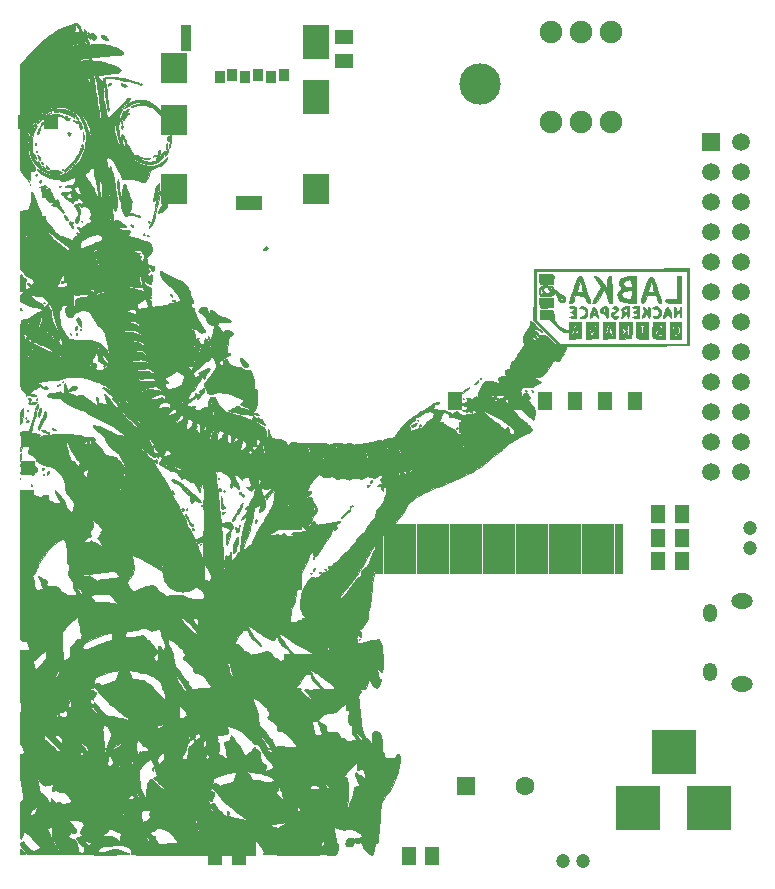
<source format=gbr>
G04 #@! TF.FileFunction,Soldermask,Bot*
%FSLAX46Y46*%
G04 Gerber Fmt 4.6, Leading zero omitted, Abs format (unit mm)*
G04 Created by KiCad (PCBNEW 4.0.5+dfsg1-4) date Wed Oct 24 16:08:21 2018*
%MOMM*%
%LPD*%
G01*
G04 APERTURE LIST*
%ADD10C,0.100000*%
%ADD11C,0.010000*%
%ADD12R,0.700000X4.300000*%
%ADD13R,1.150000X1.150000*%
%ADD14C,3.500000*%
%ADD15R,3.800000X3.800000*%
%ADD16R,2.000000X2.000000*%
%ADD17R,2.300000X3.000000*%
%ADD18R,2.300000X2.600000*%
%ADD19R,0.900000X1.100000*%
%ADD20R,0.900000X2.300000*%
%ADD21R,2.300000X1.300000*%
%ADD22R,1.600000X1.600000*%
%ADD23C,1.600000*%
%ADD24O,1.250000X1.550000*%
%ADD25O,1.850000X1.300000*%
%ADD26R,1.550000X1.300000*%
%ADD27R,1.300000X1.550000*%
%ADD28O,1.900000X1.900000*%
%ADD29C,1.200000*%
%ADD30R,1.300000X1.500000*%
%ADD31R,1.500000X1.500000*%
%ADD32C,1.500000*%
G04 APERTURE END LIST*
D10*
D11*
G36*
X137571609Y-54336948D02*
X137628716Y-54384590D01*
X137693654Y-54483436D01*
X137778340Y-54649397D01*
X137820711Y-54738770D01*
X137929958Y-54952905D01*
X138015072Y-55078722D01*
X138074753Y-55115178D01*
X138107696Y-55061232D01*
X138114162Y-54973654D01*
X138131470Y-54884283D01*
X138163646Y-54855782D01*
X138219157Y-54899302D01*
X138276790Y-55031705D01*
X138337523Y-55255756D01*
X138385077Y-55482404D01*
X138424516Y-55662280D01*
X138464700Y-55805790D01*
X138497811Y-55885591D01*
X138501753Y-55890446D01*
X138540487Y-55974000D01*
X138548762Y-56040471D01*
X138567906Y-56152790D01*
X138629869Y-56179498D01*
X138727355Y-56133602D01*
X138825024Y-56088226D01*
X138887271Y-56087450D01*
X138951298Y-56099936D01*
X139090957Y-56112605D01*
X139285317Y-56123937D01*
X139501591Y-56132080D01*
X139830932Y-56148720D01*
X140094676Y-56180224D01*
X140323206Y-56230748D01*
X140407888Y-56256039D01*
X140716841Y-56367434D01*
X140988677Y-56490288D01*
X141212112Y-56617306D01*
X141375864Y-56741197D01*
X141468648Y-56854668D01*
X141479812Y-56948833D01*
X141444722Y-56980414D01*
X141358283Y-57004937D01*
X141207558Y-57024398D01*
X140979609Y-57040790D01*
X140833874Y-57048399D01*
X140594247Y-57060893D01*
X140369172Y-57075181D01*
X140138376Y-57093026D01*
X139881587Y-57116189D01*
X139578533Y-57146434D01*
X139208941Y-57185522D01*
X139016188Y-57206392D01*
X138844594Y-57241972D01*
X138759827Y-57307522D01*
X138754396Y-57412259D01*
X138783649Y-57492421D01*
X138834345Y-57573974D01*
X138896776Y-57577700D01*
X138940387Y-57557121D01*
X139043927Y-57528530D01*
X139201060Y-57529569D01*
X139422600Y-57561455D01*
X139719358Y-57625405D01*
X139865714Y-57661285D01*
X140264820Y-57771726D01*
X140608207Y-57886976D01*
X140888477Y-58003379D01*
X141098231Y-58117278D01*
X141230070Y-58225015D01*
X141276598Y-58322934D01*
X141270772Y-58355781D01*
X141223103Y-58426042D01*
X141132125Y-58484290D01*
X140986981Y-58533405D01*
X140776810Y-58576270D01*
X140490754Y-58615762D01*
X140158009Y-58650942D01*
X139887045Y-58678837D01*
X139649754Y-58706706D01*
X139462815Y-58732314D01*
X139342906Y-58753427D01*
X139306997Y-58764965D01*
X139313730Y-58818305D01*
X139371891Y-58917681D01*
X139435630Y-59000880D01*
X139533243Y-59123748D01*
X139602443Y-59222042D01*
X139621880Y-59258216D01*
X139661294Y-59295183D01*
X139711576Y-59263968D01*
X139749206Y-59186635D01*
X139755987Y-59132419D01*
X139773139Y-59028976D01*
X139833553Y-58958487D01*
X139950661Y-58915788D01*
X140137897Y-58895711D01*
X140379261Y-58892733D01*
X140610659Y-58904738D01*
X140879479Y-58934302D01*
X141172432Y-58978257D01*
X141476227Y-59033432D01*
X141777574Y-59096657D01*
X142063183Y-59164761D01*
X142319763Y-59234576D01*
X142534023Y-59302931D01*
X142692674Y-59366657D01*
X142782424Y-59422582D01*
X142789984Y-59467537D01*
X142789828Y-59467694D01*
X142732279Y-59469573D01*
X142608560Y-59446696D01*
X142444422Y-59403938D01*
X142429059Y-59399432D01*
X142211830Y-59343998D01*
X141952307Y-59290482D01*
X141704342Y-59249916D01*
X141689571Y-59247947D01*
X141491531Y-59218119D01*
X141323546Y-59185786D01*
X141214149Y-59156666D01*
X141196565Y-59149170D01*
X141108798Y-59115655D01*
X141073817Y-59113345D01*
X141007173Y-59106675D01*
X140887027Y-59078543D01*
X140842489Y-59065978D01*
X140706622Y-59038798D01*
X140529644Y-59020263D01*
X140337832Y-59010877D01*
X140157464Y-59011138D01*
X140014817Y-59021550D01*
X139936170Y-59042612D01*
X139930159Y-59048572D01*
X139926228Y-59111533D01*
X139937049Y-59244987D01*
X139960347Y-59424362D01*
X139971846Y-59498513D01*
X140010376Y-59750580D01*
X140050908Y-60039984D01*
X140091526Y-60350171D01*
X140130311Y-60664589D01*
X140165347Y-60966688D01*
X140194715Y-61239915D01*
X140216499Y-61467717D01*
X140228781Y-61633544D01*
X140229643Y-61720842D01*
X140229449Y-61722235D01*
X140212609Y-61833538D01*
X140152786Y-61727085D01*
X140125427Y-61641213D01*
X140092313Y-61480389D01*
X140057183Y-61265770D01*
X140023779Y-61018515D01*
X140016180Y-60954461D01*
X139985443Y-60706166D01*
X139954586Y-60488844D01*
X139926721Y-60322369D01*
X139904959Y-60226617D01*
X139900468Y-60215344D01*
X139879465Y-60114324D01*
X139886003Y-60014418D01*
X139886804Y-59883852D01*
X139860767Y-59797631D01*
X139823213Y-59746456D01*
X139791679Y-59767863D01*
X139753921Y-59853690D01*
X139730519Y-59985612D01*
X139728796Y-60190172D01*
X139746613Y-60446414D01*
X139781827Y-60733382D01*
X139832298Y-61030119D01*
X139895883Y-61315671D01*
X139908105Y-61362579D01*
X140034271Y-61864030D01*
X140126071Y-62290641D01*
X140140960Y-62340918D01*
X140168503Y-62354264D01*
X140221773Y-62322540D01*
X140313848Y-62237609D01*
X140457802Y-62091334D01*
X140475244Y-62073340D01*
X140650250Y-61897663D01*
X140866450Y-61687926D01*
X141092698Y-61474051D01*
X141246944Y-61331926D01*
X141459110Y-61131986D01*
X141595944Y-60985662D01*
X141660222Y-60889769D01*
X141664380Y-60852897D01*
X141671371Y-60768217D01*
X141697982Y-60739564D01*
X141780487Y-60712731D01*
X141894906Y-60700936D01*
X142003280Y-60704643D01*
X142067646Y-60724319D01*
X142072756Y-60734964D01*
X142041948Y-60783827D01*
X141959587Y-60887320D01*
X141839305Y-61028816D01*
X141734812Y-61147190D01*
X141528556Y-61387766D01*
X141378729Y-61592041D01*
X141269018Y-61787242D01*
X141183110Y-62000597D01*
X141137549Y-62144109D01*
X141078641Y-62373204D01*
X141063279Y-62516198D01*
X141091464Y-62573051D01*
X141116591Y-62571131D01*
X141159761Y-62520578D01*
X141221661Y-62407149D01*
X141290630Y-62258271D01*
X141355009Y-62101369D01*
X141403137Y-61963871D01*
X141423356Y-61873202D01*
X141420740Y-61855714D01*
X141448749Y-61827307D01*
X141544454Y-61798941D01*
X141578692Y-61792677D01*
X141734053Y-61739192D01*
X141842249Y-61653720D01*
X141902787Y-61587313D01*
X141926350Y-61600296D01*
X141927917Y-61620826D01*
X141895273Y-61709276D01*
X141832412Y-61785249D01*
X141749248Y-61880915D01*
X141753439Y-61937570D01*
X141832412Y-61954261D01*
X141914711Y-61977677D01*
X141919068Y-62027739D01*
X141862801Y-62065905D01*
X141804656Y-62118882D01*
X141720886Y-62230636D01*
X141646566Y-62348733D01*
X141560414Y-62478597D01*
X141508824Y-62521375D01*
X141496162Y-62481717D01*
X141526800Y-62364275D01*
X141565914Y-62262867D01*
X141605561Y-62150236D01*
X141597777Y-62109134D01*
X141577986Y-62111106D01*
X141512856Y-62177524D01*
X141456946Y-62317095D01*
X141417026Y-62506425D01*
X141399867Y-62722119D01*
X141399798Y-62726884D01*
X141392722Y-62876359D01*
X141375415Y-62936563D01*
X141349523Y-62920040D01*
X141313629Y-62817988D01*
X141301973Y-62714812D01*
X141285728Y-62609021D01*
X141235807Y-62591611D01*
X141147919Y-62661719D01*
X141130715Y-62680261D01*
X141073675Y-62802905D01*
X141046301Y-63001646D01*
X141048951Y-63260558D01*
X141081983Y-63563714D01*
X141107460Y-63713536D01*
X141150436Y-63900948D01*
X141191318Y-64005040D01*
X141227013Y-64022117D01*
X141254428Y-63948483D01*
X141261810Y-63897892D01*
X141303082Y-63790838D01*
X141376185Y-63760022D01*
X141455305Y-63804194D01*
X141511210Y-63909964D01*
X141566900Y-64063656D01*
X141621023Y-64183004D01*
X141679350Y-64324145D01*
X141672010Y-64399871D01*
X141621284Y-64416998D01*
X141569186Y-64371919D01*
X141528911Y-64249456D01*
X141522882Y-64216008D01*
X141491371Y-64091793D01*
X141455733Y-64057510D01*
X141422178Y-64107070D01*
X141396916Y-64234383D01*
X141388212Y-64348081D01*
X141391619Y-64498012D01*
X141423644Y-64635058D01*
X141495017Y-64795123D01*
X141555020Y-64906132D01*
X141660281Y-65084230D01*
X141744918Y-65209637D01*
X141802384Y-65277302D01*
X141826130Y-65282177D01*
X141809610Y-65219211D01*
X141746275Y-65083355D01*
X141720367Y-65033650D01*
X141632270Y-64839250D01*
X141587128Y-64680475D01*
X141581433Y-64567711D01*
X141611676Y-64511348D01*
X141674349Y-64521772D01*
X141765944Y-64609372D01*
X141832412Y-64701895D01*
X142030049Y-65001987D01*
X142198506Y-65250532D01*
X142332171Y-65439558D01*
X142425428Y-65561090D01*
X142468457Y-65605200D01*
X142500628Y-65610075D01*
X142488925Y-65583395D01*
X142487624Y-65536524D01*
X142555717Y-65529148D01*
X142675849Y-65558308D01*
X142830666Y-65621046D01*
X142893705Y-65652406D01*
X143043522Y-65721787D01*
X143179739Y-65756709D01*
X143344676Y-65765148D01*
X143470094Y-65761056D01*
X143659565Y-65757667D01*
X143753874Y-65770125D01*
X143759244Y-65793234D01*
X143667274Y-65830644D01*
X143511000Y-65844535D01*
X143319255Y-65836940D01*
X143120869Y-65809896D01*
X142944675Y-65765437D01*
X142858553Y-65729668D01*
X142726714Y-65671507D01*
X142660396Y-65664722D01*
X142666959Y-65706275D01*
X142737831Y-65779515D01*
X142848427Y-65847394D01*
X143022229Y-65923760D01*
X143227966Y-65997072D01*
X143434366Y-66055786D01*
X143553305Y-66080526D01*
X143752133Y-66088216D01*
X143958580Y-66056173D01*
X144134742Y-65992757D01*
X144220544Y-65933376D01*
X144258983Y-65865668D01*
X144391728Y-65865668D01*
X144408204Y-65912701D01*
X144413023Y-65913957D01*
X144454250Y-65880119D01*
X144464162Y-65865668D01*
X144460333Y-65821170D01*
X144442867Y-65817379D01*
X144393693Y-65852432D01*
X144391728Y-65865668D01*
X144258983Y-65865668D01*
X144275782Y-65836078D01*
X144293323Y-65723650D01*
X144584884Y-65723650D01*
X144621716Y-65767789D01*
X144633173Y-65769090D01*
X144675552Y-65729784D01*
X144681462Y-65693806D01*
X144658052Y-65643824D01*
X144633173Y-65648367D01*
X144586726Y-65710103D01*
X144584884Y-65723650D01*
X144293323Y-65723650D01*
X144294181Y-65718157D01*
X144271701Y-65623637D01*
X144250913Y-65602583D01*
X144178086Y-65598581D01*
X144072141Y-65626393D01*
X143981049Y-65658438D01*
X143970149Y-65645196D01*
X144027284Y-65578450D01*
X144138847Y-65496559D01*
X144242672Y-65488641D01*
X144314087Y-65555938D01*
X144317376Y-65563861D01*
X144347342Y-65622676D01*
X144379237Y-65595241D01*
X144397122Y-65564314D01*
X144425089Y-65461112D01*
X144431305Y-65319397D01*
X144430091Y-65300432D01*
X144430580Y-65175830D01*
X144465639Y-65117066D01*
X144507493Y-65101913D01*
X144567145Y-65101747D01*
X144582541Y-65151831D01*
X144569734Y-65245072D01*
X144538677Y-65395497D01*
X144507265Y-65521053D01*
X144491382Y-65600550D01*
X144527330Y-65604772D01*
X144578499Y-65579351D01*
X144667721Y-65505868D01*
X144771424Y-65385427D01*
X144812564Y-65327465D01*
X144893742Y-65215313D01*
X144942335Y-65179786D01*
X144970559Y-65211952D01*
X144970561Y-65211956D01*
X144998417Y-65261198D01*
X145042175Y-65241533D01*
X145089492Y-65192303D01*
X145149680Y-65104583D01*
X145140098Y-65021010D01*
X145118877Y-64977580D01*
X145081072Y-64822847D01*
X145090539Y-64713013D01*
X145129421Y-64592634D01*
X145171427Y-64537245D01*
X145203313Y-64556003D01*
X145212641Y-64628599D01*
X145195100Y-64732067D01*
X145163981Y-64779395D01*
X145151560Y-64832215D01*
X145188126Y-64882272D01*
X145249000Y-65005267D01*
X145252125Y-65170578D01*
X145203745Y-65348193D01*
X145110108Y-65508097D01*
X145043777Y-65575811D01*
X144990557Y-65611614D01*
X144982772Y-65578190D01*
X144997539Y-65511933D01*
X145005066Y-65409459D01*
X144970627Y-65376104D01*
X144913306Y-65406153D01*
X144852187Y-65493892D01*
X144824126Y-65563861D01*
X144736416Y-65756134D01*
X144597696Y-65917992D01*
X144388528Y-66070535D01*
X144319295Y-66111800D01*
X144190842Y-66180157D01*
X144075383Y-66221768D01*
X143941421Y-66243142D01*
X143757454Y-66250786D01*
X143643249Y-66251488D01*
X143418039Y-66247789D01*
X143252603Y-66231351D01*
X143110292Y-66194928D01*
X142954456Y-66131275D01*
X142894770Y-66103510D01*
X142688294Y-65994425D01*
X142474722Y-65863731D01*
X142334986Y-65765525D01*
X142201933Y-65667502D01*
X142097665Y-65599010D01*
X142048290Y-65575934D01*
X142042865Y-65602653D01*
X142098700Y-65672974D01*
X142200102Y-65772142D01*
X142331377Y-65885401D01*
X142476834Y-65997997D01*
X142556747Y-66053997D01*
X142918172Y-66265918D01*
X143257989Y-66396655D01*
X143596969Y-66451810D01*
X143955879Y-66436984D01*
X143970025Y-66435137D01*
X144247568Y-66374286D01*
X144500259Y-66262331D01*
X144755217Y-66085445D01*
X144900585Y-65960595D01*
X145031528Y-65844696D01*
X145133341Y-65759579D01*
X145186517Y-65721463D01*
X145189007Y-65720801D01*
X145209476Y-65750566D01*
X145172072Y-65829419D01*
X145090582Y-65941697D01*
X144978791Y-66071738D01*
X144850482Y-66203879D01*
X144719440Y-66322456D01*
X144599451Y-66411808D01*
X144561397Y-66433918D01*
X144442754Y-66489659D01*
X144270467Y-66563278D01*
X144081429Y-66639022D01*
X144077850Y-66640404D01*
X143739827Y-66770855D01*
X143637250Y-67172659D01*
X143543462Y-67461451D01*
X143427593Y-67658847D01*
X143280614Y-67769146D01*
X143093493Y-67796643D01*
X142857201Y-67745637D01*
X142629181Y-67652360D01*
X142308085Y-67538919D01*
X141991487Y-67508796D01*
X141663401Y-67554923D01*
X141526348Y-67577232D01*
X141440820Y-67558645D01*
X141390218Y-67517554D01*
X141332704Y-67432387D01*
X141251039Y-67278001D01*
X141154977Y-67075609D01*
X141054271Y-66846424D01*
X140958675Y-66611656D01*
X140893863Y-66438115D01*
X140804211Y-66261631D01*
X140668756Y-66082399D01*
X140508298Y-65920351D01*
X140343639Y-65795416D01*
X140195579Y-65727523D01*
X140145189Y-65720801D01*
X140037766Y-65738264D01*
X139999131Y-65781162D01*
X140007890Y-65847204D01*
X140031001Y-65990806D01*
X140065526Y-66194512D01*
X140108524Y-66440863D01*
X140139365Y-66614147D01*
X140277900Y-67386770D01*
X140283272Y-66952169D01*
X140291411Y-66692925D01*
X140308906Y-66528643D01*
X140336769Y-66458066D01*
X140376008Y-66479940D01*
X140427634Y-66593009D01*
X140469953Y-66720121D01*
X140533880Y-66931454D01*
X140584942Y-67113834D01*
X140627468Y-67288303D01*
X140665783Y-67475908D01*
X140704215Y-67697692D01*
X140747091Y-67974698D01*
X140794453Y-68298287D01*
X140863380Y-68815801D01*
X140907523Y-69244505D01*
X140927078Y-69588883D01*
X140922240Y-69853418D01*
X140893203Y-70042593D01*
X140872847Y-70103025D01*
X140800327Y-70222037D01*
X140728171Y-70253574D01*
X140669035Y-70196283D01*
X140646808Y-70127169D01*
X140606007Y-69963180D01*
X140574791Y-69894726D01*
X140553426Y-69921215D01*
X140542178Y-70042055D01*
X140541314Y-70256654D01*
X140543590Y-70356542D01*
X140559991Y-70670052D01*
X140588725Y-70902291D01*
X140628759Y-71049586D01*
X140679064Y-71108263D01*
X140738608Y-71074651D01*
X140743364Y-71068380D01*
X140782234Y-71030679D01*
X140837354Y-71025167D01*
X140931538Y-71055897D01*
X141087601Y-71126920D01*
X141096295Y-71131057D01*
X141278587Y-71229113D01*
X141453701Y-71342412D01*
X141601594Y-71455716D01*
X141702225Y-71553782D01*
X141735835Y-71617395D01*
X141691650Y-71635592D01*
X141573815Y-71640151D01*
X141404560Y-71630230D01*
X141194027Y-71618818D01*
X141072451Y-71632446D01*
X141039542Y-71654037D01*
X141047143Y-71698792D01*
X141099315Y-71708633D01*
X141206593Y-71743809D01*
X141257498Y-71786553D01*
X141325427Y-71834242D01*
X141437213Y-71846521D01*
X141555311Y-71836861D01*
X141780959Y-71830423D01*
X141943812Y-71866529D01*
X142036199Y-71937888D01*
X142050452Y-72037207D01*
X141978901Y-72157194D01*
X141936290Y-72199068D01*
X141843508Y-72284753D01*
X141818388Y-72324426D01*
X141856017Y-72335791D01*
X141898171Y-72336390D01*
X142011577Y-72362601D01*
X142069148Y-72403149D01*
X142137901Y-72441887D01*
X142277922Y-72491936D01*
X142465801Y-72545553D01*
X142594167Y-72576764D01*
X142998034Y-72684527D01*
X143384762Y-72817073D01*
X143714714Y-72960814D01*
X143715682Y-72961300D01*
X143789376Y-73042699D01*
X143850289Y-73187633D01*
X143888711Y-73363110D01*
X143894932Y-73536137D01*
X143892291Y-73561387D01*
X143847214Y-73711485D01*
X143760729Y-73870782D01*
X143653490Y-74009763D01*
X143546148Y-74098913D01*
X143505236Y-74114550D01*
X143447977Y-74101110D01*
X143426858Y-74017368D01*
X143425949Y-73978906D01*
X143413142Y-73880357D01*
X143380111Y-73856137D01*
X143377660Y-73857493D01*
X143332679Y-73939661D01*
X143357685Y-74085467D01*
X143427579Y-74245666D01*
X143489496Y-74408708D01*
X143499811Y-74541335D01*
X143497933Y-74550229D01*
X143500251Y-74669335D01*
X143532519Y-74739166D01*
X143569813Y-74794199D01*
X143536374Y-74795714D01*
X143522527Y-74791449D01*
X143466433Y-74734199D01*
X143408862Y-74616766D01*
X143387879Y-74554224D01*
X143332591Y-74388161D01*
X143271254Y-74237070D01*
X143255084Y-74203674D01*
X143204383Y-74078691D01*
X143184504Y-73979468D01*
X143149497Y-73891206D01*
X143112070Y-73864175D01*
X143051326Y-73798401D01*
X143039637Y-73743452D01*
X143000800Y-73650288D01*
X142955131Y-73617722D01*
X142864862Y-73595990D01*
X142724707Y-73575800D01*
X142562470Y-73559381D01*
X142405956Y-73548959D01*
X142282967Y-73546763D01*
X142221308Y-73555019D01*
X142218724Y-73558720D01*
X142256741Y-73597551D01*
X142354017Y-73665104D01*
X142431642Y-73712610D01*
X142595016Y-73792543D01*
X142722912Y-73812925D01*
X142781737Y-73803993D01*
X142874547Y-73784887D01*
X142885635Y-73803836D01*
X142834409Y-73866137D01*
X142762137Y-73963564D01*
X142766973Y-74013254D01*
X142843631Y-74026504D01*
X142928990Y-74049175D01*
X142980252Y-74098690D01*
X142975055Y-74147307D01*
X142951608Y-74160473D01*
X142902265Y-74219081D01*
X142903833Y-74315714D01*
X142952717Y-74403158D01*
X143045087Y-74457754D01*
X143114427Y-74434731D01*
X143136215Y-74360503D01*
X143151729Y-74280439D01*
X143187653Y-74274662D01*
X143228061Y-74327977D01*
X143257028Y-74425189D01*
X143262130Y-74480635D01*
X143289180Y-74641149D01*
X143369338Y-74749088D01*
X143517599Y-74817283D01*
X143696070Y-74851949D01*
X143905937Y-74892451D01*
X144030401Y-74951528D01*
X144080309Y-75039829D01*
X144066512Y-75168002D01*
X144055344Y-75204620D01*
X144008034Y-75316717D01*
X143962956Y-75375862D01*
X143954364Y-75378595D01*
X143908132Y-75339391D01*
X143842129Y-75240438D01*
X143812260Y-75185439D01*
X143737963Y-75068551D01*
X143665964Y-74999888D01*
X143642268Y-74992283D01*
X143587439Y-75030016D01*
X143572130Y-75118015D01*
X143596211Y-75218482D01*
X143643249Y-75282017D01*
X143707140Y-75358406D01*
X143687388Y-75423196D01*
X143578647Y-75488590D01*
X143546671Y-75502430D01*
X143419560Y-75568623D01*
X143387237Y-75625427D01*
X143449194Y-75679129D01*
X143529732Y-75711894D01*
X143663755Y-75753875D01*
X143733262Y-75754204D01*
X143763399Y-75707123D01*
X143772685Y-75656257D01*
X143802435Y-75577137D01*
X143836405Y-75561126D01*
X143856313Y-75611682D01*
X143867206Y-75731976D01*
X143869836Y-75895662D01*
X143864955Y-76076394D01*
X143853318Y-76247828D01*
X143835675Y-76383617D01*
X143812780Y-76457417D01*
X143810732Y-76459866D01*
X143749703Y-76459805D01*
X143634452Y-76410546D01*
X143533188Y-76351216D01*
X143395615Y-76268760D01*
X143286302Y-76213662D01*
X143240637Y-76199508D01*
X143188886Y-76227457D01*
X143202829Y-76287349D01*
X143251554Y-76329903D01*
X143317344Y-76407126D01*
X143336060Y-76459921D01*
X143368666Y-76536299D01*
X143446743Y-76594790D01*
X143592388Y-76650192D01*
X143643249Y-76665681D01*
X143718240Y-76692377D01*
X143762623Y-76732730D01*
X143785875Y-76810087D01*
X143797468Y-76947795D01*
X143802304Y-77057638D01*
X143804960Y-77253268D01*
X143792248Y-77365381D01*
X143762582Y-77406048D01*
X143756429Y-77406732D01*
X143721071Y-77420877D01*
X143754314Y-77464679D01*
X143808488Y-77546785D01*
X143782336Y-77593930D01*
X143742677Y-77599888D01*
X143659624Y-77627227D01*
X143655332Y-77704547D01*
X143718398Y-77809672D01*
X143783868Y-77934383D01*
X143833135Y-78101399D01*
X143844132Y-78168594D01*
X143871889Y-78402959D01*
X144433614Y-78319198D01*
X144687869Y-78276547D01*
X144936364Y-78226680D01*
X145146508Y-78176560D01*
X145260930Y-78142440D01*
X145453472Y-78080574D01*
X145684442Y-78014124D01*
X145865834Y-77966972D01*
X146042260Y-77921007D01*
X146185275Y-77878138D01*
X146265305Y-77847269D01*
X146267285Y-77846100D01*
X146282602Y-77784606D01*
X146263785Y-77730399D01*
X146739749Y-77730399D01*
X146806177Y-77737130D01*
X146874729Y-77729542D01*
X146866538Y-77712774D01*
X146767674Y-77706396D01*
X146745816Y-77712774D01*
X146739749Y-77730399D01*
X146263785Y-77730399D01*
X146242020Y-77667705D01*
X146156232Y-77509937D01*
X146035932Y-77325843D01*
X145891812Y-77129964D01*
X145734567Y-76936842D01*
X145574889Y-76761016D01*
X145423471Y-76617027D01*
X145292142Y-76520081D01*
X145191345Y-76443803D01*
X146274998Y-76443803D01*
X146311830Y-76487941D01*
X146323287Y-76489242D01*
X146365666Y-76449936D01*
X146371576Y-76413958D01*
X146348166Y-76363976D01*
X146323287Y-76368519D01*
X146276840Y-76430255D01*
X146274998Y-76443803D01*
X145191345Y-76443803D01*
X145046127Y-76333911D01*
X144819735Y-76085992D01*
X144643782Y-75810503D01*
X144633403Y-75789527D01*
X144566480Y-75614075D01*
X144540610Y-75463382D01*
X144552782Y-75352793D01*
X144599989Y-75297655D01*
X144679223Y-75313313D01*
X144720721Y-75344159D01*
X144800665Y-75397679D01*
X144952043Y-75484289D01*
X145158999Y-75595747D01*
X145405679Y-75723814D01*
X145676228Y-75860249D01*
X145954793Y-75996811D01*
X146206528Y-76116413D01*
X146497132Y-76268850D01*
X146723406Y-76422734D01*
X146876403Y-76570572D01*
X146947177Y-76704870D01*
X146951044Y-76740042D01*
X146980494Y-76873796D01*
X147021941Y-76950830D01*
X147078877Y-77056650D01*
X147094375Y-77124014D01*
X147113266Y-77205051D01*
X147161736Y-77345870D01*
X147229895Y-77518109D01*
X147240777Y-77543896D01*
X147335561Y-77785801D01*
X147380148Y-77951022D01*
X147375018Y-78045090D01*
X147320649Y-78073536D01*
X147286113Y-78068014D01*
X147198980Y-78072813D01*
X147163589Y-78132024D01*
X147173939Y-78222647D01*
X147224028Y-78321679D01*
X147307854Y-78406119D01*
X147384358Y-78444537D01*
X147460046Y-78503380D01*
X147484322Y-78627913D01*
X147484342Y-78629283D01*
X147497542Y-78766693D01*
X147537937Y-78914110D01*
X147612397Y-79086155D01*
X147727791Y-79297448D01*
X147890990Y-79562612D01*
X148007485Y-79742621D01*
X148145957Y-79958697D01*
X148262979Y-80150221D01*
X148349089Y-80300999D01*
X148394820Y-80394839D01*
X148399713Y-80413690D01*
X148358167Y-80485167D01*
X148253754Y-80529655D01*
X148116812Y-80545468D01*
X147977679Y-80530920D01*
X147866693Y-80484324D01*
X147829246Y-80445406D01*
X147736761Y-80354955D01*
X147594128Y-80270719D01*
X147439193Y-80210156D01*
X147309806Y-80190722D01*
X147285250Y-80194499D01*
X147234785Y-80216485D01*
X147242937Y-80255706D01*
X147316596Y-80332842D01*
X147338076Y-80353033D01*
X147435821Y-80473373D01*
X147481415Y-80589754D01*
X147482222Y-80603521D01*
X147505608Y-80719011D01*
X147541374Y-80778508D01*
X147575595Y-80844701D01*
X147540464Y-80933792D01*
X147537410Y-80938726D01*
X147503101Y-81044537D01*
X147542624Y-81102786D01*
X147638711Y-81094495D01*
X147667019Y-81081168D01*
X147779994Y-81033709D01*
X147842551Y-81032633D01*
X147838774Y-81076542D01*
X147825068Y-81095027D01*
X147808642Y-81181018D01*
X147845683Y-81297717D01*
X147918609Y-81410422D01*
X148009833Y-81484428D01*
X148025473Y-81490529D01*
X148100396Y-81546881D01*
X148086206Y-81637009D01*
X147989257Y-81752740D01*
X147906868Y-81847470D01*
X147868833Y-81925377D01*
X147868534Y-81930169D01*
X147844854Y-81988900D01*
X147829280Y-81994185D01*
X147768212Y-81959085D01*
X147679600Y-81873464D01*
X147589946Y-81766842D01*
X147525753Y-81668737D01*
X147514961Y-81644090D01*
X147465995Y-81574310D01*
X147411265Y-81565060D01*
X147385644Y-81621595D01*
X147415696Y-81677103D01*
X147493244Y-81773302D01*
X147599379Y-81890654D01*
X147715193Y-82009623D01*
X147821775Y-82110672D01*
X147900218Y-82174266D01*
X147930482Y-82184511D01*
X147954186Y-82134255D01*
X148007224Y-82012587D01*
X148081943Y-81837311D01*
X148170690Y-81626228D01*
X148178357Y-81607873D01*
X148183283Y-81596157D01*
X148745673Y-81596157D01*
X148754399Y-81678224D01*
X148801511Y-81737123D01*
X148857351Y-81752805D01*
X148881863Y-81716523D01*
X148858095Y-81648326D01*
X148836200Y-81609271D01*
X148781309Y-81565386D01*
X148745673Y-81596157D01*
X148183283Y-81596157D01*
X148267801Y-81395161D01*
X148343798Y-81217329D01*
X148398732Y-81091993D01*
X148424987Y-81036767D01*
X148425655Y-81035868D01*
X148463875Y-81057855D01*
X148542872Y-81132670D01*
X148588015Y-81180734D01*
X148683229Y-81267094D01*
X148731293Y-81273573D01*
X148726880Y-81207343D01*
X148665302Y-81076694D01*
X148606293Y-80958241D01*
X148605408Y-80899607D01*
X148662565Y-80883544D01*
X148664382Y-80883538D01*
X148728087Y-80924792D01*
X148766723Y-81006364D01*
X148807789Y-81103795D01*
X148857724Y-81105998D01*
X148916065Y-81013873D01*
X148982354Y-80828319D01*
X149056129Y-80550235D01*
X149100490Y-80354662D01*
X149135731Y-80152597D01*
X149130754Y-80023732D01*
X149078323Y-79950496D01*
X148971204Y-79915317D01*
X148916765Y-79908478D01*
X148776770Y-79850993D01*
X148652510Y-79727509D01*
X148960957Y-79727509D01*
X148963557Y-79801829D01*
X149007128Y-79846484D01*
X149039332Y-79828634D01*
X149062941Y-79753403D01*
X149053728Y-79728023D01*
X149001299Y-79693483D01*
X148960957Y-79727509D01*
X148652510Y-79727509D01*
X148646575Y-79721612D01*
X148546827Y-79544407D01*
X148512992Y-79437738D01*
X148446585Y-79300296D01*
X148322579Y-79148100D01*
X148169566Y-79009969D01*
X148016138Y-78914722D01*
X147980192Y-78900699D01*
X147862458Y-78828366D01*
X147826462Y-78726490D01*
X147867848Y-78609282D01*
X147982256Y-78490954D01*
X148133701Y-78400093D01*
X148277965Y-78347891D01*
X148393737Y-78350769D01*
X148490869Y-78417622D01*
X148579216Y-78557343D01*
X148668631Y-78778829D01*
X148718363Y-78927835D01*
X148826461Y-79265858D01*
X148830387Y-78939907D01*
X148838392Y-78776635D01*
X148855644Y-78659698D01*
X148878442Y-78613974D01*
X148878904Y-78613957D01*
X148940165Y-78642657D01*
X149057769Y-78720144D01*
X149213766Y-78833495D01*
X149390205Y-78969791D01*
X149523853Y-79078219D01*
X149667448Y-79164282D01*
X149830758Y-79219721D01*
X149837731Y-79221005D01*
X150000784Y-79261992D01*
X150178665Y-79325811D01*
X150347457Y-79401223D01*
X150483242Y-79476994D01*
X150562102Y-79541888D01*
X150572717Y-79566283D01*
X150554218Y-79601350D01*
X150487567Y-79621374D01*
X150356032Y-79628917D01*
X150174333Y-79627289D01*
X149920328Y-79622548D01*
X149747440Y-79622895D01*
X149640271Y-79630031D01*
X149583417Y-79645656D01*
X149561480Y-79671473D01*
X149558648Y-79695292D01*
X149519697Y-79769839D01*
X149486215Y-79790354D01*
X149422842Y-79854428D01*
X149425922Y-79940377D01*
X149486246Y-79996886D01*
X149548248Y-80055266D01*
X149620611Y-80170366D01*
X149649785Y-80230584D01*
X149726686Y-80385326D01*
X149795148Y-80460079D01*
X149875617Y-80467014D01*
X149976151Y-80424834D01*
X150159057Y-80362574D01*
X150350393Y-80372586D01*
X150554687Y-80444970D01*
X150709349Y-80524540D01*
X150775571Y-80589916D01*
X150757624Y-80653974D01*
X150659774Y-80729589D01*
X150650880Y-80735130D01*
X150504137Y-80837739D01*
X150412845Y-80942975D01*
X150360033Y-81080924D01*
X150328733Y-81281669D01*
X150325569Y-81311878D01*
X150301693Y-81534474D01*
X150274653Y-81768603D01*
X150257741Y-81905269D01*
X150240125Y-82060622D01*
X150245241Y-82150183D01*
X150283195Y-82203912D01*
X150364092Y-82251765D01*
X150376848Y-82258371D01*
X150475045Y-82318264D01*
X150496746Y-82367238D01*
X150470517Y-82411415D01*
X150393857Y-82474549D01*
X150264909Y-82555238D01*
X150178980Y-82601559D01*
X150004107Y-82707378D01*
X149834293Y-82836770D01*
X149779172Y-82887526D01*
X149668796Y-82986752D01*
X149578071Y-83049120D01*
X149548186Y-83059603D01*
X149537408Y-83075879D01*
X149593420Y-83105801D01*
X149686623Y-83183458D01*
X149731978Y-83273855D01*
X149775169Y-83366047D01*
X149825505Y-83371657D01*
X149868008Y-83298115D01*
X149885562Y-83197690D01*
X149905189Y-83006134D01*
X149934583Y-82891677D01*
X149985484Y-82834859D01*
X150069633Y-82816221D01*
X150116407Y-82815097D01*
X150222014Y-82821634D01*
X150283419Y-82856966D01*
X150322472Y-82944676D01*
X150352679Y-83070112D01*
X150425302Y-83206802D01*
X150579506Y-83314563D01*
X150819849Y-83395818D01*
X151047123Y-83439020D01*
X151336669Y-83500341D01*
X151549257Y-83588784D01*
X151597849Y-83619532D01*
X151736804Y-83700464D01*
X151860099Y-83724892D01*
X151969121Y-83714680D01*
X152102021Y-83703397D01*
X152186788Y-83734392D01*
X152259420Y-83811653D01*
X152378045Y-84027751D01*
X152459320Y-84320611D01*
X152500036Y-84676658D01*
X152504276Y-84848049D01*
X152508102Y-85104719D01*
X152521165Y-85274757D01*
X152545841Y-85367864D01*
X152584506Y-85393743D01*
X152631804Y-85368764D01*
X152686613Y-85336259D01*
X152725528Y-85352709D01*
X152752306Y-85429692D01*
X152770708Y-85578788D01*
X152784491Y-85811577D01*
X152785921Y-85843576D01*
X152787958Y-86079775D01*
X152776229Y-86326251D01*
X152753376Y-86561989D01*
X152722038Y-86765976D01*
X152684856Y-86917196D01*
X152644471Y-86994635D01*
X152640983Y-86997136D01*
X152607383Y-87060542D01*
X152600854Y-87115666D01*
X152572734Y-87188176D01*
X152475208Y-87209391D01*
X152473619Y-87209394D01*
X152346384Y-87209394D01*
X152474079Y-87309838D01*
X152558990Y-87389119D01*
X152575748Y-87444397D01*
X152518300Y-87477855D01*
X152380596Y-87491672D01*
X152156584Y-87488030D01*
X152002342Y-87479861D01*
X151676409Y-87456364D01*
X151431631Y-87428508D01*
X151252582Y-87392457D01*
X151123841Y-87344373D01*
X151029984Y-87280419D01*
X150977346Y-87224845D01*
X150905974Y-87151099D01*
X150866694Y-87136608D01*
X150864187Y-87145008D01*
X150900561Y-87211499D01*
X150922812Y-87223892D01*
X150943881Y-87253876D01*
X150896009Y-87282392D01*
X150805709Y-87289230D01*
X150673233Y-87268423D01*
X150532800Y-87229523D01*
X150418629Y-87182077D01*
X150364938Y-87135638D01*
X150364559Y-87134068D01*
X150401071Y-87101727D01*
X150503214Y-87077430D01*
X150539829Y-87073486D01*
X150655439Y-87056855D01*
X150689201Y-87027761D01*
X150671925Y-86995263D01*
X150657569Y-86950858D01*
X150715058Y-86920574D01*
X150807192Y-86902231D01*
X150944397Y-86864872D01*
X151043723Y-86810928D01*
X151055248Y-86799370D01*
X151142896Y-86734071D01*
X151236742Y-86754969D01*
X151336313Y-86847226D01*
X151476257Y-86947724D01*
X151602426Y-86967949D01*
X151741891Y-86990255D01*
X151911370Y-87046792D01*
X151989057Y-87082104D01*
X152114766Y-87141951D01*
X152196620Y-87173638D01*
X152214542Y-87174064D01*
X152189321Y-87123802D01*
X152127535Y-87029812D01*
X152116834Y-87014652D01*
X152055171Y-86920090D01*
X152050046Y-86868459D01*
X152099336Y-86825968D01*
X152104762Y-86822467D01*
X152160270Y-86783925D01*
X152130054Y-86788564D01*
X152093819Y-86800770D01*
X151977905Y-86838887D01*
X151924808Y-86855138D01*
X151846220Y-86844463D01*
X151716056Y-86795282D01*
X151593052Y-86734375D01*
X151333729Y-86592513D01*
X151518429Y-86484271D01*
X152239173Y-86484271D01*
X152249664Y-86526266D01*
X152284125Y-86533348D01*
X152350350Y-86522150D01*
X152359409Y-86512054D01*
X152324024Y-86466980D01*
X152260354Y-86465975D01*
X152239173Y-86484271D01*
X151518429Y-86484271D01*
X151560031Y-86459891D01*
X151677399Y-86381764D01*
X151742909Y-86319261D01*
X151746920Y-86293423D01*
X151681947Y-86258699D01*
X151558367Y-86206547D01*
X151466063Y-86171469D01*
X151315954Y-86111411D01*
X151112214Y-86022886D01*
X150887707Y-85920386D01*
X150768066Y-85863682D01*
X150524880Y-85752865D01*
X150342094Y-85685860D01*
X150197939Y-85655722D01*
X150107169Y-85652896D01*
X149928212Y-85640633D01*
X149754206Y-85598950D01*
X149731049Y-85590017D01*
X149631649Y-85554056D01*
X149545996Y-85546383D01*
X149441394Y-85570437D01*
X149285148Y-85629659D01*
X149260902Y-85639485D01*
X149022222Y-85724697D01*
X148846551Y-85755991D01*
X148716667Y-85733213D01*
X148615351Y-85656207D01*
X148596374Y-85633490D01*
X148526306Y-85517953D01*
X148496308Y-85415995D01*
X148496291Y-85414266D01*
X148474982Y-85315026D01*
X148421718Y-85178527D01*
X148399713Y-85132968D01*
X148339939Y-85000947D01*
X148306033Y-84897256D01*
X148303135Y-84874872D01*
X148333978Y-84813103D01*
X148417604Y-84698252D01*
X148540662Y-84547617D01*
X148666649Y-84403965D01*
X148876386Y-84153162D01*
X149056537Y-83901353D01*
X149196867Y-83665638D01*
X149287137Y-83463121D01*
X149317203Y-83317181D01*
X149300799Y-83218836D01*
X149257595Y-83062956D01*
X149196602Y-82881698D01*
X149190508Y-82865128D01*
X149063812Y-82523322D01*
X148830409Y-82741643D01*
X148698896Y-82853953D01*
X148584765Y-82932750D01*
X148517206Y-82959964D01*
X148447809Y-82992836D01*
X148334916Y-83080063D01*
X148200022Y-83204561D01*
X148165042Y-83239854D01*
X148013255Y-83389418D01*
X147864931Y-83524909D01*
X147749379Y-83619689D01*
X147738595Y-83627420D01*
X147629579Y-83722081D01*
X147559892Y-83816264D01*
X147554258Y-83830420D01*
X147489969Y-83908239D01*
X147430679Y-83925744D01*
X147351877Y-83951796D01*
X147350900Y-84024145D01*
X147426191Y-84134082D01*
X147477310Y-84186627D01*
X147578211Y-84270796D01*
X147652735Y-84290664D01*
X147717648Y-84266988D01*
X147811111Y-84196816D01*
X147872240Y-84115777D01*
X147887750Y-84049181D01*
X147846089Y-84022322D01*
X147780744Y-83996768D01*
X147771956Y-83974033D01*
X147813165Y-83937321D01*
X147888974Y-83925744D01*
X148005687Y-83895789D01*
X148132413Y-83822880D01*
X148142491Y-83814942D01*
X148279919Y-83720505D01*
X148436589Y-83637613D01*
X148584731Y-83578198D01*
X148696577Y-83554191D01*
X148733541Y-83560984D01*
X148780877Y-83622699D01*
X148761673Y-83716830D01*
X148672108Y-83853941D01*
X148592869Y-83949888D01*
X148485534Y-84092593D01*
X148416099Y-84221720D01*
X148399713Y-84287998D01*
X148373813Y-84404319D01*
X148307907Y-84439752D01*
X148219691Y-84387095D01*
X148203068Y-84368028D01*
X148110021Y-84279442D01*
X148048148Y-84282204D01*
X148017272Y-84376397D01*
X148013401Y-84458117D01*
X148001880Y-84593784D01*
X147957500Y-84666773D01*
X147904751Y-84695573D01*
X147815894Y-84773027D01*
X147709487Y-84939162D01*
X147627089Y-85104138D01*
X147519919Y-85314046D01*
X147433320Y-85436880D01*
X147377865Y-85470294D01*
X147298983Y-85506695D01*
X147198267Y-85594387D01*
X147104843Y-85702624D01*
X147047838Y-85800659D01*
X147042051Y-85824791D01*
X147024980Y-85943304D01*
X146990302Y-86033433D01*
X146961193Y-86086675D01*
X146925028Y-86165989D01*
X146954709Y-86192908D01*
X147006718Y-86195325D01*
X147152164Y-86156272D01*
X147308421Y-86055462D01*
X147442907Y-85917415D01*
X147501513Y-85822942D01*
X147579970Y-85697781D01*
X147650141Y-85667855D01*
X147699523Y-85712436D01*
X147755761Y-85743749D01*
X147848427Y-85760117D01*
X147932919Y-85757596D01*
X147965112Y-85735925D01*
X147942458Y-85679951D01*
X147907656Y-85619124D01*
X147885575Y-85510686D01*
X147939214Y-85419052D01*
X148048739Y-85375033D01*
X148065203Y-85374413D01*
X148161237Y-85336382D01*
X148203274Y-85289907D01*
X148249159Y-85233391D01*
X148291763Y-85261524D01*
X148303562Y-85277835D01*
X148331028Y-85372572D01*
X148325736Y-85496358D01*
X148293983Y-85606316D01*
X148247716Y-85658110D01*
X148174649Y-85707576D01*
X148128404Y-85754688D01*
X147964362Y-85948032D01*
X147851920Y-86075235D01*
X147781419Y-86144824D01*
X147743201Y-86165324D01*
X147727608Y-86145260D01*
X147724974Y-86110820D01*
X147702730Y-86025168D01*
X147635998Y-86012100D01*
X147520395Y-86072995D01*
X147351535Y-86209234D01*
X147318467Y-86238854D01*
X147174961Y-86360866D01*
X147045872Y-86456886D01*
X146958225Y-86506883D01*
X146955789Y-86507698D01*
X146874872Y-86566840D01*
X146854466Y-86623522D01*
X146893256Y-86743759D01*
X147001780Y-86808936D01*
X147168266Y-86815805D01*
X147368930Y-86765531D01*
X147501933Y-86733043D01*
X147563475Y-86752845D01*
X147547007Y-86820158D01*
X147509389Y-86868032D01*
X147453041Y-86958478D01*
X147477302Y-87028819D01*
X147588841Y-87090590D01*
X147650831Y-87112683D01*
X147762368Y-87139934D01*
X147861453Y-87130908D01*
X147987920Y-87079173D01*
X148048543Y-87048482D01*
X148258387Y-86940924D01*
X148400649Y-86873308D01*
X148493066Y-86840328D01*
X148553377Y-86836675D01*
X148599320Y-86857041D01*
X148624408Y-86876164D01*
X148682681Y-86917453D01*
X148680869Y-86885654D01*
X148664432Y-86847226D01*
X148627912Y-86672661D01*
X148640495Y-86484373D01*
X148748971Y-86484373D01*
X148782804Y-86525460D01*
X148834810Y-86533348D01*
X148935021Y-86574845D01*
X148970639Y-86641998D01*
X149001345Y-86750649D01*
X149018226Y-86638486D01*
X149020420Y-86518048D01*
X149007360Y-86454016D01*
X148942289Y-86401307D01*
X148874529Y-86397167D01*
X148782245Y-86432355D01*
X148748971Y-86484373D01*
X148640495Y-86484373D01*
X148642193Y-86458970D01*
X148703683Y-86246834D01*
X148720715Y-86209430D01*
X148783269Y-86097418D01*
X148850978Y-86042543D01*
X148960648Y-86022878D01*
X149039542Y-86019491D01*
X149178114Y-86019523D01*
X149245620Y-86038811D01*
X149267332Y-86089853D01*
X149268914Y-86132919D01*
X149298859Y-86230501D01*
X149382004Y-86383434D01*
X149508313Y-86574071D01*
X149561116Y-86646776D01*
X149730354Y-86872955D01*
X149857641Y-87034071D01*
X149958064Y-87142997D01*
X150046713Y-87212604D01*
X150138675Y-87255765D01*
X150249038Y-87285351D01*
X150328718Y-87301617D01*
X150510289Y-87344573D01*
X150672865Y-87395204D01*
X150752454Y-87428562D01*
X150878243Y-87479379D01*
X150977820Y-87498830D01*
X151078587Y-87514667D01*
X151244893Y-87556528D01*
X151451849Y-87616525D01*
X151674567Y-87686771D01*
X151888156Y-87759378D01*
X152067729Y-87826456D01*
X152188396Y-87880119D01*
X152198432Y-87885683D01*
X152319627Y-87943289D01*
X152383285Y-87930807D01*
X152406188Y-87839828D01*
X152407698Y-87780813D01*
X152423647Y-87677051D01*
X152479439Y-87650165D01*
X152586990Y-87696964D01*
X152626939Y-87722140D01*
X152731048Y-87771079D01*
X152805824Y-87750581D01*
X152811989Y-87745689D01*
X152882504Y-87719810D01*
X152938382Y-87764121D01*
X153035004Y-87826500D01*
X153092120Y-87837150D01*
X153183293Y-87883273D01*
X153251762Y-87994090D01*
X153329159Y-88130321D01*
X153422321Y-88238504D01*
X153422900Y-88238992D01*
X153494941Y-88317873D01*
X153490988Y-88356918D01*
X153416270Y-88341668D01*
X153390252Y-88329281D01*
X153289519Y-88281234D01*
X153149387Y-88218342D01*
X153109563Y-88201037D01*
X152950711Y-88118047D01*
X152779417Y-88007714D01*
X152723252Y-87965984D01*
X152528420Y-87813436D01*
X152661499Y-87982232D01*
X152830633Y-88183536D01*
X152975902Y-88322123D01*
X153121152Y-88419245D01*
X153191148Y-88454294D01*
X153304132Y-88518439D01*
X153367423Y-88577564D01*
X153372231Y-88591789D01*
X153406917Y-88665624D01*
X153445911Y-88706352D01*
X153495707Y-88796256D01*
X153519829Y-88941719D01*
X153520522Y-88965782D01*
X153538322Y-89134831D01*
X153579196Y-89290562D01*
X153587170Y-89309964D01*
X153633658Y-89401127D01*
X153664117Y-89410929D01*
X153687983Y-89367078D01*
X153703476Y-89272941D01*
X153705767Y-89120791D01*
X153698113Y-88990263D01*
X153688558Y-88819967D01*
X153699797Y-88733874D01*
X153727918Y-88719581D01*
X153767224Y-88775020D01*
X153795437Y-88890032D01*
X153799571Y-88927385D01*
X153825656Y-89069228D01*
X153869954Y-89176425D01*
X153879674Y-89189242D01*
X153937192Y-89293884D01*
X153960614Y-89382398D01*
X153990134Y-89467552D01*
X154067453Y-89506534D01*
X154146101Y-89516669D01*
X154294320Y-89541195D01*
X154416736Y-89581495D01*
X154418501Y-89582375D01*
X154548274Y-89607693D01*
X154609992Y-89585226D01*
X154701076Y-89565112D01*
X154825337Y-89602360D01*
X154878919Y-89628171D01*
X155010096Y-89686549D01*
X155114279Y-89718420D01*
X155133453Y-89720420D01*
X155198235Y-89761049D01*
X155265109Y-89861528D01*
X155277779Y-89889432D01*
X155329156Y-89998164D01*
X155367936Y-90055707D01*
X155373594Y-90058443D01*
X155423866Y-90032866D01*
X155526356Y-89967073D01*
X155613109Y-89907378D01*
X155756227Y-89816859D01*
X155866509Y-89780154D01*
X155981937Y-89785414D01*
X155995980Y-89787933D01*
X156125928Y-89827699D01*
X156216029Y-89882071D01*
X156220643Y-89887163D01*
X156284176Y-89928712D01*
X156383643Y-89916512D01*
X156425157Y-89903037D01*
X156526711Y-89886572D01*
X156705971Y-89876238D01*
X156944292Y-89871552D01*
X157223028Y-89872033D01*
X157523533Y-89877196D01*
X157827164Y-89886562D01*
X158115273Y-89899646D01*
X158369216Y-89915966D01*
X158570347Y-89935041D01*
X158700022Y-89956387D01*
X158720182Y-89962412D01*
X158847718Y-90042395D01*
X158966640Y-90170486D01*
X159049535Y-90312024D01*
X159071576Y-90406754D01*
X159104889Y-90490679D01*
X159168154Y-90565477D01*
X159240938Y-90615533D01*
X159260254Y-90595532D01*
X159223146Y-90517730D01*
X159190763Y-90471742D01*
X159170186Y-90430575D01*
X162850891Y-90430575D01*
X162859962Y-90496258D01*
X162900930Y-90606974D01*
X162960299Y-90735599D01*
X163024573Y-90855011D01*
X163080258Y-90938084D01*
X163113401Y-90958190D01*
X163110327Y-90927645D01*
X164045340Y-90927645D01*
X164082087Y-90974530D01*
X164093629Y-90975934D01*
X164140515Y-90939187D01*
X164141918Y-90927645D01*
X164105171Y-90880759D01*
X164093629Y-90879356D01*
X164046743Y-90916102D01*
X164045340Y-90927645D01*
X163110327Y-90927645D01*
X163107970Y-90904231D01*
X163066895Y-90790230D01*
X163004957Y-90653296D01*
X162933681Y-90520384D01*
X162878207Y-90440447D01*
X162850891Y-90430575D01*
X159170186Y-90430575D01*
X159133984Y-90358149D01*
X159119865Y-90282389D01*
X159107151Y-90237486D01*
X159427767Y-90237486D01*
X159474068Y-90319096D01*
X159535488Y-90348177D01*
X159591017Y-90308199D01*
X159602755Y-90256765D01*
X159577652Y-90188367D01*
X163661139Y-90188367D01*
X163680203Y-90278979D01*
X163756846Y-90412724D01*
X163779751Y-90444755D01*
X163855542Y-90561550D01*
X163897510Y-90653549D01*
X163900473Y-90671437D01*
X163932957Y-90729384D01*
X163953997Y-90734489D01*
X163985693Y-90694102D01*
X163974378Y-90601694D01*
X163928027Y-90473265D01*
X163858164Y-90337323D01*
X163782514Y-90223084D01*
X163718802Y-90159763D01*
X163703379Y-90155021D01*
X163661139Y-90188367D01*
X159577652Y-90188367D01*
X159573136Y-90176063D01*
X159508594Y-90129574D01*
X159445598Y-90139926D01*
X159435133Y-90152772D01*
X159427767Y-90237486D01*
X159107151Y-90237486D01*
X159088478Y-90171538D01*
X159040858Y-90099469D01*
X158997616Y-90043026D01*
X159003289Y-90005783D01*
X159072327Y-89977419D01*
X159219184Y-89947615D01*
X159264732Y-89939603D01*
X159553486Y-89894581D01*
X159763960Y-89875625D01*
X159910948Y-89883026D01*
X160009247Y-89917075D01*
X160055409Y-89955134D01*
X160130023Y-90021097D01*
X160203044Y-90020969D01*
X160274259Y-89988358D01*
X160517222Y-89896895D01*
X160722527Y-89892688D01*
X160873127Y-89963189D01*
X160973971Y-90029233D01*
X161042796Y-90031076D01*
X161077920Y-90008202D01*
X161181205Y-89972627D01*
X161368950Y-89969726D01*
X161448172Y-89975670D01*
X161698989Y-89980585D01*
X161865168Y-89941975D01*
X161869838Y-89939646D01*
X161983020Y-89900893D01*
X162152189Y-89864132D01*
X162306937Y-89841538D01*
X162381362Y-89829634D01*
X164499498Y-89829634D01*
X164510151Y-89879323D01*
X164557197Y-89993470D01*
X164631717Y-90151247D01*
X164668566Y-90224541D01*
X164767426Y-90433075D01*
X164855462Y-90645502D01*
X164916171Y-90821464D01*
X164923185Y-90847172D01*
X164960704Y-90980160D01*
X164984539Y-91025294D01*
X164999108Y-90989587D01*
X165001516Y-90971522D01*
X164992196Y-90863173D01*
X164953650Y-90701754D01*
X164897331Y-90530962D01*
X164822573Y-90351264D01*
X164736256Y-90172172D01*
X164649315Y-90012964D01*
X164572684Y-89892913D01*
X164517297Y-89831296D01*
X164499498Y-89829634D01*
X162381362Y-89829634D01*
X162528656Y-89806075D01*
X162761952Y-89752493D01*
X162891658Y-89713782D01*
X163075037Y-89660556D01*
X163204284Y-89649741D01*
X163289797Y-89669446D01*
X163388988Y-89690670D01*
X163487768Y-89662611D01*
X163593088Y-89598409D01*
X163729939Y-89528952D01*
X165204626Y-89528952D01*
X165209466Y-89568781D01*
X165268494Y-89671869D01*
X165373387Y-89822311D01*
X165477663Y-89969272D01*
X165554583Y-90087800D01*
X165589785Y-90155546D01*
X165590587Y-90160333D01*
X165627489Y-90202095D01*
X165638876Y-90203310D01*
X165685698Y-90175522D01*
X165686985Y-90167093D01*
X165682584Y-90155021D01*
X170129751Y-90155021D01*
X170168656Y-90198332D01*
X170199334Y-90203310D01*
X170281549Y-90173880D01*
X170298762Y-90155021D01*
X170283977Y-90117013D01*
X170229179Y-90106732D01*
X170149176Y-90126434D01*
X170129751Y-90155021D01*
X165682584Y-90155021D01*
X165659406Y-90091444D01*
X165589490Y-89969620D01*
X165495822Y-89830383D01*
X165396990Y-89702495D01*
X165359329Y-89660059D01*
X165254429Y-89557629D01*
X165204626Y-89528952D01*
X163729939Y-89528952D01*
X163763306Y-89512017D01*
X163959027Y-89480124D01*
X164017190Y-89478976D01*
X164205419Y-89464598D01*
X164348065Y-89410730D01*
X164393195Y-89369778D01*
X169936595Y-89369778D01*
X169957124Y-89464042D01*
X170005207Y-89571279D01*
X170060585Y-89652193D01*
X170092467Y-89672131D01*
X170114298Y-89633596D01*
X170103678Y-89563481D01*
X170062067Y-89468329D01*
X170007397Y-89388642D01*
X169959122Y-89346972D01*
X169936695Y-89365870D01*
X169936595Y-89369778D01*
X164393195Y-89369778D01*
X164468700Y-89301264D01*
X164590896Y-89120094D01*
X164622293Y-89065538D01*
X164736461Y-88894757D01*
X164902226Y-88686380D01*
X165099922Y-88461465D01*
X165099969Y-88461415D01*
X165679687Y-88461415D01*
X165690076Y-88464907D01*
X165725766Y-88503854D01*
X165729058Y-88625323D01*
X165724112Y-88676966D01*
X165712192Y-88807086D01*
X165724231Y-88862540D01*
X165772910Y-88864581D01*
X165826482Y-88848527D01*
X165948148Y-88810788D01*
X166112687Y-88761268D01*
X166194200Y-88737176D01*
X166360031Y-88690313D01*
X166506625Y-88651864D01*
X166557662Y-88639834D01*
X166675546Y-88589090D01*
X166812720Y-88495092D01*
X166943914Y-88380180D01*
X167043854Y-88266695D01*
X167087271Y-88176976D01*
X167087546Y-88171410D01*
X167103473Y-88132937D01*
X167832284Y-88132937D01*
X167848228Y-88163420D01*
X167948945Y-88162674D01*
X168127990Y-88131192D01*
X168261019Y-88100084D01*
X168387174Y-88094962D01*
X168499342Y-88163372D01*
X168508714Y-88172020D01*
X168643285Y-88280515D01*
X168827746Y-88396260D01*
X169078560Y-88529075D01*
X169236436Y-88606120D01*
X169408819Y-88697771D01*
X169520199Y-88787508D01*
X169601407Y-88903301D01*
X169634192Y-88966962D01*
X169711266Y-89110124D01*
X169779694Y-89173985D01*
X169866761Y-89168889D01*
X169999354Y-89105398D01*
X170153895Y-89021554D01*
X170021101Y-89005613D01*
X169888306Y-88989671D01*
X169888306Y-88581949D01*
X169891539Y-88374424D01*
X169904278Y-88240187D01*
X169931086Y-88156074D01*
X169976523Y-88098921D01*
X169984884Y-88091535D01*
X170067405Y-87997388D01*
X170059836Y-87929044D01*
X169959989Y-87881854D01*
X169878464Y-87865322D01*
X169702209Y-87818184D01*
X169534031Y-87744762D01*
X169512745Y-87732295D01*
X169390170Y-87669217D01*
X169297025Y-87662765D01*
X169230582Y-87686150D01*
X169125707Y-87730173D01*
X169083843Y-87721850D01*
X169079911Y-87648432D01*
X169082447Y-87610846D01*
X169072274Y-87528880D01*
X171594829Y-87528880D01*
X171602565Y-87547417D01*
X171666534Y-87593903D01*
X171680698Y-87595706D01*
X171706878Y-87565953D01*
X171699143Y-87547417D01*
X171635173Y-87500930D01*
X171621009Y-87499128D01*
X171594829Y-87528880D01*
X169072274Y-87528880D01*
X169070809Y-87517085D01*
X169006403Y-87440299D01*
X168898382Y-87370196D01*
X168727084Y-87284019D01*
X168602340Y-87258968D01*
X168512127Y-87303137D01*
X168444419Y-87424619D01*
X168387191Y-87631510D01*
X168366947Y-87727912D01*
X168296297Y-87884811D01*
X168170430Y-88009699D01*
X168020166Y-88074839D01*
X167977229Y-88078595D01*
X167875843Y-88099879D01*
X167832284Y-88132937D01*
X167103473Y-88132937D01*
X167117917Y-88098048D01*
X167208268Y-88078595D01*
X167305088Y-88053608D01*
X167328990Y-88006810D01*
X167369591Y-87943301D01*
X167470010Y-87877094D01*
X167498002Y-87864407D01*
X167604421Y-87808982D01*
X168008848Y-87808982D01*
X168017727Y-87871613D01*
X168034211Y-87872361D01*
X168045738Y-87807732D01*
X168038023Y-87779807D01*
X168016581Y-87761516D01*
X168008848Y-87808982D01*
X167604421Y-87808982D01*
X167609333Y-87806424D01*
X167670726Y-87752412D01*
X167674257Y-87743036D01*
X167684989Y-87647556D01*
X167686329Y-87631922D01*
X167718169Y-87554207D01*
X167729845Y-87543040D01*
X167743750Y-87482629D01*
X167712161Y-87391883D01*
X167656131Y-87309942D01*
X167596717Y-87275949D01*
X167587256Y-87277956D01*
X167515598Y-87262078D01*
X167511743Y-87257683D01*
X168077470Y-87257683D01*
X168147338Y-87302115D01*
X168176897Y-87305972D01*
X168239308Y-87278972D01*
X168246481Y-87257683D01*
X168205915Y-87218828D01*
X168147053Y-87209394D01*
X168080283Y-87227983D01*
X168077470Y-87257683D01*
X167511743Y-87257683D01*
X167479094Y-87220465D01*
X167438988Y-87167260D01*
X167390771Y-87180565D01*
X167337958Y-87225423D01*
X167261040Y-87278223D01*
X167223488Y-87254803D01*
X167222168Y-87251093D01*
X167169678Y-87220346D01*
X167068257Y-87244422D01*
X166940440Y-87313184D01*
X166808764Y-87416496D01*
X166770306Y-87454347D01*
X166672181Y-87543969D01*
X166594939Y-87592733D01*
X166581135Y-87595706D01*
X166502845Y-87626719D01*
X166468426Y-87654673D01*
X166374297Y-87703499D01*
X166301829Y-87715035D01*
X166223148Y-87736792D01*
X166186651Y-87816899D01*
X166179068Y-87873367D01*
X166147089Y-87994162D01*
X166082490Y-88031890D01*
X166019731Y-88061452D01*
X165930681Y-88134906D01*
X165833744Y-88231940D01*
X165747328Y-88332244D01*
X165689840Y-88415507D01*
X165679687Y-88461415D01*
X165099969Y-88461415D01*
X165309882Y-88241067D01*
X165512439Y-88046243D01*
X165687926Y-87898049D01*
X165759599Y-87847877D01*
X165924457Y-87735953D01*
X166089522Y-87611396D01*
X166121766Y-87584983D01*
X166236892Y-87498936D01*
X166417071Y-87376569D01*
X166643537Y-87229542D01*
X166897528Y-87069516D01*
X167160279Y-86908152D01*
X167413027Y-86757112D01*
X167637008Y-86628055D01*
X167813458Y-86532643D01*
X167822575Y-86528014D01*
X168029565Y-86431468D01*
X168159311Y-86390351D01*
X168213518Y-86404464D01*
X168193889Y-86473606D01*
X168186985Y-86485059D01*
X168098932Y-86561811D01*
X168025049Y-86581637D01*
X167904800Y-86622386D01*
X167805251Y-86720230D01*
X167763592Y-86838568D01*
X167763591Y-86838957D01*
X167730561Y-86900461D01*
X167621876Y-86919653D01*
X167618724Y-86919660D01*
X167516988Y-86932280D01*
X167473868Y-86962684D01*
X167473857Y-86963208D01*
X167517308Y-86989565D01*
X167628721Y-87017965D01*
X167779691Y-87044106D01*
X167941811Y-87063685D01*
X168086675Y-87072400D01*
X168170566Y-87068729D01*
X168422283Y-87070190D01*
X168697428Y-87131357D01*
X168953374Y-87241481D01*
X169021142Y-87283199D01*
X169178899Y-87379294D01*
X169297267Y-87413804D01*
X169410640Y-87387462D01*
X169553411Y-87301000D01*
X169562503Y-87294720D01*
X169695446Y-87202607D01*
X169875312Y-87350867D01*
X170021920Y-87451303D01*
X170168027Y-87493420D01*
X170282770Y-87499128D01*
X170423390Y-87489686D01*
X170519809Y-87465756D01*
X170540207Y-87450839D01*
X170601523Y-87416521D01*
X170701875Y-87403743D01*
X170799464Y-87412506D01*
X170852496Y-87442810D01*
X170854085Y-87450839D01*
X170816362Y-87496403D01*
X170797748Y-87499128D01*
X170762832Y-87516264D01*
X170769116Y-87526833D01*
X170825961Y-87525658D01*
X170928490Y-87486231D01*
X170943605Y-87478633D01*
X171075342Y-87420892D01*
X171187453Y-87387917D01*
X171188293Y-87387787D01*
X171299442Y-87352830D01*
X171319223Y-87291057D01*
X171264810Y-87209690D01*
X171240268Y-87190840D01*
X171968033Y-87190840D01*
X171983843Y-87237586D01*
X172062439Y-87330684D01*
X172190398Y-87457160D01*
X172354299Y-87604040D01*
X172540717Y-87758351D01*
X172616633Y-87817750D01*
X172894196Y-88031749D01*
X173107186Y-88197468D01*
X173267973Y-88325000D01*
X173388927Y-88424438D01*
X173482416Y-88505874D01*
X173560809Y-88579400D01*
X173610322Y-88628531D01*
X173728371Y-88743530D01*
X173794812Y-88791622D01*
X173823427Y-88776977D01*
X173827995Y-88703762D01*
X173827692Y-88694280D01*
X173855369Y-88601646D01*
X173932508Y-88570199D01*
X174017570Y-88579347D01*
X174041156Y-88653563D01*
X174041158Y-88654704D01*
X174062842Y-88734943D01*
X174094613Y-88754641D01*
X174125683Y-88790222D01*
X174117662Y-88833879D01*
X174117077Y-88952397D01*
X174189257Y-89058714D01*
X174311241Y-89127793D01*
X174399272Y-89140953D01*
X174519292Y-89123214D01*
X174585537Y-89079164D01*
X174586927Y-89076004D01*
X174583653Y-88994442D01*
X174545388Y-88868670D01*
X174525862Y-88822487D01*
X174399858Y-88634163D01*
X174186500Y-88424531D01*
X173891601Y-88197727D01*
X173520974Y-87957886D01*
X173080429Y-87709144D01*
X172664922Y-87498444D01*
X172432047Y-87387426D01*
X172231127Y-87295115D01*
X172077434Y-87228251D01*
X171986241Y-87193575D01*
X171968033Y-87190840D01*
X171240268Y-87190840D01*
X171155520Y-87125749D01*
X171062817Y-87117355D01*
X171006856Y-87182132D01*
X170998952Y-87241022D01*
X170993744Y-87329442D01*
X170961849Y-87332288D01*
X170904320Y-87283588D01*
X170776324Y-87221614D01*
X170685211Y-87229189D01*
X170561966Y-87236580D01*
X170409290Y-87216287D01*
X170265099Y-87176814D01*
X170167305Y-87126666D01*
X170151888Y-87109568D01*
X170164552Y-87081387D01*
X170246779Y-87092059D01*
X170369517Y-87090527D01*
X170494801Y-87043200D01*
X170586874Y-86968463D01*
X170612641Y-86903941D01*
X170570970Y-86854031D01*
X170464210Y-86793242D01*
X170376306Y-86757176D01*
X170220896Y-86694498D01*
X170092428Y-86631036D01*
X170050355Y-86604305D01*
X170001057Y-86560086D01*
X170020309Y-86540459D01*
X170121339Y-86535062D01*
X170138973Y-86534884D01*
X170263930Y-86521318D01*
X170342309Y-86489882D01*
X170348479Y-86482749D01*
X170415882Y-86447965D01*
X170484124Y-86446532D01*
X170553267Y-86443478D01*
X170579437Y-86396929D01*
X170566515Y-86288804D01*
X170540665Y-86183253D01*
X170525583Y-86088457D01*
X170564201Y-86054222D01*
X170625637Y-86050458D01*
X170742614Y-86078038D01*
X170805797Y-86122892D01*
X170891958Y-86187385D01*
X170986456Y-86168690D01*
X171095530Y-86074603D01*
X171225531Y-85980343D01*
X171354049Y-85959771D01*
X171456938Y-86014395D01*
X171481842Y-86050458D01*
X171562245Y-86127854D01*
X171630107Y-86147036D01*
X171696133Y-86159362D01*
X171689772Y-86214065D01*
X171673265Y-86246852D01*
X171656942Y-86370574D01*
X171721859Y-86501475D01*
X171856477Y-86619913D01*
X171910775Y-86651140D01*
X172028576Y-86697987D01*
X172075317Y-86684066D01*
X172050030Y-86615051D01*
X171951746Y-86496616D01*
X171940575Y-86485059D01*
X172206177Y-86485059D01*
X172240835Y-86531966D01*
X172251616Y-86533348D01*
X172317015Y-86498247D01*
X172326899Y-86485059D01*
X172315952Y-86443719D01*
X172281460Y-86436770D01*
X172215390Y-86461982D01*
X172206177Y-86485059D01*
X171940575Y-86485059D01*
X171939345Y-86483787D01*
X171840780Y-86376374D01*
X171812668Y-86325706D01*
X172833933Y-86325706D01*
X172837530Y-86371919D01*
X172865749Y-86383381D01*
X172944731Y-86361463D01*
X173019883Y-86335468D01*
X173138634Y-86280121D01*
X173163594Y-86231597D01*
X173094027Y-86193203D01*
X173053720Y-86183982D01*
X172924261Y-86192663D01*
X172846327Y-86264962D01*
X172833933Y-86325706D01*
X171812668Y-86325706D01*
X171804486Y-86310960D01*
X171821131Y-86264738D01*
X171841785Y-86245460D01*
X171905005Y-86150404D01*
X171916443Y-86092835D01*
X171948290Y-86017845D01*
X171988876Y-86002169D01*
X172053422Y-85979040D01*
X172041119Y-85906024D01*
X172015938Y-85866545D01*
X172530744Y-85866545D01*
X172587528Y-85941725D01*
X172606614Y-85958269D01*
X172708981Y-86032361D01*
X172772631Y-86036325D01*
X172824999Y-85970402D01*
X172830535Y-85960230D01*
X172838874Y-85931292D01*
X173027089Y-85931292D01*
X173066062Y-86049654D01*
X173135739Y-86097243D01*
X173278926Y-86137294D01*
X173412691Y-86125636D01*
X173571838Y-86056877D01*
X173638023Y-86019470D01*
X173760244Y-85937409D01*
X173801670Y-85878394D01*
X173758599Y-85839450D01*
X173627330Y-85817599D01*
X173404159Y-85809864D01*
X173377184Y-85809753D01*
X173196770Y-85810952D01*
X173092236Y-85820291D01*
X173042892Y-85844952D01*
X173028047Y-85892119D01*
X173027089Y-85931292D01*
X172838874Y-85931292D01*
X172856939Y-85868605D01*
X172806053Y-85821111D01*
X172689066Y-85809014D01*
X172564189Y-85823034D01*
X172530744Y-85866545D01*
X172015938Y-85866545D01*
X171993238Y-85830956D01*
X171936989Y-85767962D01*
X171885230Y-85777373D01*
X171832496Y-85821727D01*
X171729609Y-85892416D01*
X171660588Y-85898626D01*
X171642782Y-85841176D01*
X171649564Y-85813077D01*
X171652087Y-85723957D01*
X171628673Y-85689505D01*
X171587172Y-85620626D01*
X171578420Y-85559708D01*
X171601872Y-85461782D01*
X171662770Y-85313950D01*
X171746929Y-85142928D01*
X171840165Y-84975429D01*
X171928293Y-84838170D01*
X171997128Y-84757864D01*
X172008028Y-84750619D01*
X172200545Y-84690635D01*
X172445536Y-84671067D01*
X172707642Y-84692171D01*
X172922575Y-84743983D01*
X173078706Y-84795188D01*
X173195885Y-84831029D01*
X173245825Y-84843234D01*
X173256394Y-84800657D01*
X173250479Y-84692749D01*
X173241800Y-84625495D01*
X173229109Y-84457148D01*
X173261392Y-84349697D01*
X173352834Y-84290387D01*
X173517621Y-84266463D01*
X173644098Y-84263766D01*
X173811500Y-84262319D01*
X173898200Y-84253803D01*
X173920071Y-84231953D01*
X173892988Y-84190506D01*
X173876539Y-84172042D01*
X173809267Y-84041112D01*
X173792050Y-83881350D01*
X173827642Y-83739366D01*
X173849085Y-83707139D01*
X173958418Y-83649133D01*
X174085758Y-83643909D01*
X174258458Y-83657763D01*
X174243424Y-83470883D01*
X174255850Y-83253124D01*
X174324807Y-83080139D01*
X174441579Y-82973388D01*
X174446430Y-82971112D01*
X174517708Y-82907949D01*
X174617896Y-82779298D01*
X174731878Y-82605629D01*
X174793262Y-82501365D01*
X174918659Y-82290924D01*
X175051689Y-82085497D01*
X175170598Y-81918094D01*
X175212165Y-81865787D01*
X175329323Y-81707929D01*
X175382197Y-81570509D01*
X175379113Y-81429848D01*
X175898899Y-81429848D01*
X175899294Y-81462125D01*
X175921365Y-81505572D01*
X175993910Y-81597123D01*
X176090345Y-81675075D01*
X176155499Y-81702982D01*
X176147111Y-81668424D01*
X176118176Y-81608980D01*
X176033066Y-81507338D01*
X175967955Y-81460457D01*
X175898899Y-81429848D01*
X175379113Y-81429848D01*
X175378792Y-81415212D01*
X175348691Y-81285946D01*
X175940524Y-81285946D01*
X175947153Y-81314654D01*
X175972717Y-81318139D01*
X176012464Y-81300471D01*
X176004909Y-81285946D01*
X175947602Y-81280167D01*
X175940524Y-81285946D01*
X175348691Y-81285946D01*
X175340572Y-81251083D01*
X175311585Y-80987540D01*
X175314361Y-80977214D01*
X176116336Y-80977214D01*
X176156746Y-81059132D01*
X176277125Y-81144823D01*
X176322812Y-81167376D01*
X176485210Y-81237806D01*
X176565235Y-81261419D01*
X176564900Y-81238369D01*
X176501562Y-81181093D01*
X176429997Y-81089184D01*
X176443652Y-81015377D01*
X176536942Y-80980663D01*
X176555034Y-80980116D01*
X176631737Y-80949185D01*
X176648762Y-80907683D01*
X176611565Y-80813052D01*
X176524603Y-80714778D01*
X176424824Y-80650206D01*
X176386023Y-80642093D01*
X176301641Y-80671364D01*
X176295744Y-80739356D01*
X176335416Y-80787402D01*
X176396482Y-80869596D01*
X176407317Y-80913595D01*
X176372342Y-80968983D01*
X176299230Y-80975239D01*
X176237819Y-80931040D01*
X176179948Y-80903183D01*
X176162536Y-80909745D01*
X176116336Y-80977214D01*
X175314361Y-80977214D01*
X175376485Y-80746178D01*
X175492209Y-80574325D01*
X175579423Y-80460115D01*
X175629776Y-80365370D01*
X175634694Y-80341397D01*
X175667983Y-80257957D01*
X175731001Y-80183593D01*
X175824581Y-80049665D01*
X175886410Y-79869859D01*
X175901680Y-79693378D01*
X175893677Y-79643039D01*
X175890865Y-79553602D01*
X175921807Y-79531447D01*
X175974439Y-79562518D01*
X176076466Y-79646099D01*
X176212908Y-79767739D01*
X176368782Y-79912988D01*
X176529108Y-80067395D01*
X176678904Y-80216510D01*
X176803188Y-80345884D01*
X176886980Y-80441066D01*
X176915297Y-80487606D01*
X176914544Y-80488986D01*
X176867029Y-80476508D01*
X176783322Y-80413391D01*
X176770870Y-80401950D01*
X176633245Y-80316483D01*
X176435902Y-80273244D01*
X176396821Y-80269587D01*
X176141728Y-80248977D01*
X176334884Y-80423861D01*
X176461512Y-80538810D01*
X176570152Y-80637937D01*
X176610686Y-80675198D01*
X176703908Y-80724449D01*
X176848282Y-80732539D01*
X176918188Y-80726306D01*
X177022296Y-80717292D01*
X177104353Y-80724965D01*
X177185502Y-80760089D01*
X177286885Y-80833423D01*
X177429645Y-80955730D01*
X177511588Y-81028341D01*
X177694092Y-81193455D01*
X177872968Y-81360370D01*
X178020225Y-81502772D01*
X178071015Y-81554231D01*
X178182443Y-81663886D01*
X178272993Y-81723277D01*
X178380670Y-81747769D01*
X178543479Y-81752727D01*
X178562027Y-81752740D01*
X178733357Y-81757163D01*
X178872126Y-81768638D01*
X178936724Y-81781354D01*
X178983847Y-81811204D01*
X178973103Y-81864213D01*
X178935119Y-81926221D01*
X178893649Y-82008710D01*
X178900515Y-82044425D01*
X178900718Y-82044436D01*
X178893265Y-82072880D01*
X178827163Y-82142936D01*
X178775301Y-82189303D01*
X178680220Y-82279751D01*
X178662561Y-82324521D01*
X178690795Y-82332207D01*
X178765168Y-82351496D01*
X178760559Y-82400282D01*
X178684408Y-82464943D01*
X178592393Y-82512412D01*
X178486622Y-82566170D01*
X178469083Y-82599021D01*
X178495816Y-82610067D01*
X178567767Y-82644349D01*
X178561275Y-82704051D01*
X178473747Y-82798692D01*
X178435373Y-82831900D01*
X178307492Y-82915907D01*
X178180912Y-82933869D01*
X178128118Y-82927527D01*
X178022260Y-82915251D01*
X177934446Y-82923752D01*
X177854869Y-82963500D01*
X177773719Y-83044966D01*
X177681188Y-83178623D01*
X177567468Y-83374941D01*
X177422750Y-83644393D01*
X177379151Y-83727121D01*
X177262999Y-83897493D01*
X177103465Y-84070224D01*
X176936117Y-84208837D01*
X176870138Y-84249117D01*
X176674326Y-84302202D01*
X176500296Y-84300797D01*
X176365443Y-84294238D01*
X176304172Y-84312491D01*
X176318079Y-84363123D01*
X176408762Y-84453703D01*
X176558482Y-84576540D01*
X176801223Y-84768591D01*
X176695498Y-84854202D01*
X176570156Y-84919630D01*
X176464971Y-84939812D01*
X176346470Y-84972578D01*
X176222964Y-85052591D01*
X176210739Y-85063814D01*
X176125972Y-85135792D01*
X176046621Y-85165087D01*
X175934535Y-85159710D01*
X175834136Y-85142890D01*
X175665209Y-85121024D01*
X175516147Y-85116374D01*
X175463594Y-85121548D01*
X175323387Y-85187270D01*
X175175194Y-85317568D01*
X175038152Y-85486602D01*
X174931397Y-85668532D01*
X174874067Y-85837518D01*
X174871270Y-85921371D01*
X174919371Y-86011299D01*
X175012550Y-86042653D01*
X175126237Y-86023764D01*
X175235860Y-85962966D01*
X175316852Y-85868591D01*
X175344960Y-85760725D01*
X175378335Y-85678834D01*
X175464302Y-85655541D01*
X175581622Y-85687180D01*
X175709056Y-85770087D01*
X175774558Y-85834838D01*
X175879153Y-85963870D01*
X175916708Y-86047316D01*
X175890708Y-86105578D01*
X175827850Y-86147036D01*
X175758255Y-86198611D01*
X175741784Y-86261853D01*
X175783766Y-86351072D01*
X175889531Y-86480579D01*
X175993364Y-86591431D01*
X176138364Y-86752371D01*
X176225901Y-86880818D01*
X176273180Y-87005527D01*
X176288533Y-87084761D01*
X176297871Y-87395731D01*
X176233637Y-87738618D01*
X176207016Y-87828053D01*
X176156419Y-87987967D01*
X176038472Y-87828098D01*
X175913236Y-87692385D01*
X175765279Y-87574841D01*
X175750747Y-87565765D01*
X175650020Y-87492332D01*
X175501006Y-87367973D01*
X175323738Y-87210023D01*
X175138248Y-87035819D01*
X175136924Y-87034541D01*
X174954466Y-86862659D01*
X174783230Y-86709020D01*
X174642098Y-86590085D01*
X174549953Y-86522316D01*
X174548102Y-86521222D01*
X174409966Y-86434210D01*
X174259882Y-86331014D01*
X174239245Y-86315994D01*
X174103311Y-86243041D01*
X173952976Y-86201216D01*
X173820008Y-86195412D01*
X173736174Y-86230522D01*
X173730933Y-86237702D01*
X173751759Y-86287253D01*
X173827578Y-86391753D01*
X173946680Y-86536312D01*
X174097350Y-86706042D01*
X174111366Y-86721292D01*
X174306423Y-86934026D01*
X174513602Y-87161756D01*
X174704471Y-87373146D01*
X174818143Y-87500234D01*
X174982456Y-87671766D01*
X175156703Y-87832298D01*
X175310353Y-87954263D01*
X175350194Y-87980650D01*
X175495267Y-88087112D01*
X175612621Y-88203312D01*
X175654916Y-88264166D01*
X175745899Y-88382511D01*
X175875375Y-88491249D01*
X175898518Y-88505756D01*
X176016094Y-88592715D01*
X176064084Y-88686904D01*
X176069295Y-88750274D01*
X176026054Y-88894759D01*
X175915774Y-89002273D01*
X175767756Y-89044375D01*
X175669828Y-89066293D01*
X175514963Y-89123881D01*
X175330077Y-89204893D01*
X175142084Y-89297080D01*
X174977902Y-89388197D01*
X174897900Y-89440186D01*
X174742740Y-89539275D01*
X174579961Y-89626738D01*
X174572954Y-89630018D01*
X174450027Y-89699868D01*
X174290341Y-89808544D01*
X174110877Y-89942214D01*
X173928619Y-90087043D01*
X173760549Y-90229197D01*
X173623650Y-90354842D01*
X173534905Y-90450145D01*
X173509979Y-90495897D01*
X173471195Y-90544037D01*
X173375621Y-90607500D01*
X173353040Y-90619559D01*
X173165903Y-90733913D01*
X172928774Y-90907396D01*
X172656911Y-91127933D01*
X172365572Y-91383452D01*
X172233117Y-91505752D01*
X172031106Y-91682109D01*
X171809335Y-91854838D01*
X171601886Y-91998181D01*
X171505987Y-92055300D01*
X171286865Y-92177039D01*
X171039140Y-92317836D01*
X170819602Y-92445359D01*
X170613105Y-92556990D01*
X170358488Y-92679944D01*
X170098852Y-92793817D01*
X169998690Y-92834022D01*
X169747140Y-92933208D01*
X169443015Y-93055861D01*
X169100919Y-93195839D01*
X168735455Y-93347001D01*
X168361229Y-93503204D01*
X167992844Y-93658307D01*
X167644905Y-93806169D01*
X167332017Y-93940647D01*
X167068782Y-94055600D01*
X166869807Y-94144887D01*
X166773667Y-94190260D01*
X166613567Y-94278942D01*
X166418949Y-94401434D01*
X166207037Y-94545106D01*
X165995056Y-94697331D01*
X165800229Y-94845481D01*
X165639782Y-94976928D01*
X165530938Y-95079044D01*
X165493532Y-95128785D01*
X165331541Y-95465823D01*
X165142152Y-95799532D01*
X164948041Y-96090882D01*
X164891272Y-96165463D01*
X164736727Y-96361673D01*
X164569061Y-96575920D01*
X164431652Y-96752691D01*
X164192393Y-97046866D01*
X163979399Y-97278076D01*
X163798781Y-97440565D01*
X163656648Y-97528574D01*
X163592748Y-97543234D01*
X163474613Y-97576448D01*
X163420968Y-97655054D01*
X163368074Y-97745032D01*
X163268667Y-97877105D01*
X163143414Y-98023982D01*
X163132430Y-98036064D01*
X163014508Y-98168589D01*
X162927430Y-98273121D01*
X162887374Y-98330089D01*
X162886405Y-98333675D01*
X162859979Y-98383250D01*
X162789604Y-98490484D01*
X162688637Y-98635297D01*
X162650040Y-98689071D01*
X162511465Y-98890438D01*
X162371735Y-99109132D01*
X162260207Y-99299141D01*
X162256592Y-99305782D01*
X162167400Y-99470474D01*
X162049500Y-99688426D01*
X161920052Y-99927909D01*
X161825716Y-100102550D01*
X161653897Y-100416719D01*
X161511575Y-100665602D01*
X161385199Y-100870365D01*
X161261216Y-101052174D01*
X161126077Y-101232197D01*
X161006465Y-101382207D01*
X160866470Y-101557818D01*
X160735724Y-101727104D01*
X160636957Y-101860488D01*
X160616849Y-101889242D01*
X160521059Y-102017877D01*
X160391396Y-102177534D01*
X160285882Y-102299698D01*
X160158604Y-102454305D01*
X160007653Y-102655497D01*
X159859624Y-102867394D01*
X159814958Y-102935080D01*
X159700118Y-103107659D01*
X159600576Y-103248863D01*
X159530389Y-103339161D01*
X159508761Y-103360458D01*
X159460200Y-103430124D01*
X159457888Y-103448345D01*
X159487877Y-103444478D01*
X159569086Y-103381896D01*
X159688374Y-103273893D01*
X159832603Y-103133761D01*
X159988631Y-102974794D01*
X160143320Y-102810286D01*
X160283531Y-102653530D01*
X160396123Y-102517820D01*
X160450053Y-102444565D01*
X160556875Y-102286468D01*
X160662204Y-102130687D01*
X161099713Y-102130687D01*
X161140279Y-102169541D01*
X161199141Y-102178976D01*
X161265911Y-102160386D01*
X161268724Y-102130687D01*
X161198856Y-102086255D01*
X161169296Y-102082398D01*
X161106886Y-102109397D01*
X161099713Y-102130687D01*
X160662204Y-102130687D01*
X160691909Y-102086755D01*
X160720706Y-102044186D01*
X161921818Y-102044186D01*
X161926475Y-102162157D01*
X161949811Y-102239931D01*
X161952818Y-102243361D01*
X162020603Y-102274500D01*
X162060050Y-102219662D01*
X162064833Y-102166903D01*
X162051841Y-102024417D01*
X162020655Y-101915235D01*
X161980222Y-101865689D01*
X161963424Y-101868490D01*
X161934561Y-101931227D01*
X161921818Y-102044186D01*
X160720706Y-102044186D01*
X160829221Y-101883780D01*
X160854648Y-101846208D01*
X160963705Y-101684129D01*
X161050531Y-101553314D01*
X161101977Y-101473650D01*
X161110033Y-101459896D01*
X161169165Y-101398492D01*
X161279172Y-101320839D01*
X161403770Y-101248978D01*
X161506670Y-101204949D01*
X161537627Y-101200168D01*
X161588048Y-101182634D01*
X161609496Y-101105936D01*
X161611293Y-101000661D01*
X161613117Y-100982159D01*
X161970424Y-100982159D01*
X161970450Y-100986673D01*
X161976095Y-101060083D01*
X162003908Y-101048446D01*
X162041337Y-101000854D01*
X162085489Y-100914342D01*
X162084753Y-100867272D01*
X162036306Y-100841969D01*
X161990773Y-100888020D01*
X161970424Y-100982159D01*
X161613117Y-100982159D01*
X161627941Y-100831859D01*
X161697554Y-100682017D01*
X162113781Y-100682017D01*
X162150528Y-100728903D01*
X162162070Y-100730306D01*
X162208956Y-100693560D01*
X162210359Y-100682017D01*
X162173613Y-100635132D01*
X162162070Y-100633728D01*
X162115185Y-100670475D01*
X162113781Y-100682017D01*
X161697554Y-100682017D01*
X161698328Y-100680353D01*
X161751152Y-100605917D01*
X161895557Y-100416572D01*
X161926523Y-100561367D01*
X161946975Y-100650394D01*
X161956804Y-100654857D01*
X161961841Y-100569509D01*
X161963201Y-100528366D01*
X161990748Y-100380094D01*
X162078207Y-100273990D01*
X162108291Y-100251326D01*
X162236176Y-100105049D01*
X162280319Y-99970377D01*
X162323092Y-99816861D01*
X162393800Y-99637261D01*
X162430677Y-99560187D01*
X162498061Y-99413306D01*
X162540653Y-99289549D01*
X162548382Y-99243015D01*
X162577587Y-99150846D01*
X162650828Y-99027602D01*
X162746548Y-98901285D01*
X162843189Y-98799895D01*
X162919193Y-98751432D01*
X162927609Y-98750458D01*
X162966483Y-98769990D01*
X162978684Y-98841953D01*
X162967173Y-98986404D01*
X162965034Y-99003976D01*
X162948920Y-99144411D01*
X162926261Y-99355714D01*
X162899701Y-99612613D01*
X162871879Y-99889836D01*
X162862836Y-99981827D01*
X162816523Y-100373252D01*
X162758706Y-100730708D01*
X162693911Y-101027640D01*
X162669917Y-101114037D01*
X162618772Y-101304605D01*
X162579122Y-101504299D01*
X162547990Y-101735094D01*
X162522401Y-102018969D01*
X162499847Y-102369550D01*
X162471116Y-102782850D01*
X162434933Y-103150725D01*
X162392941Y-103462239D01*
X162346786Y-103706457D01*
X162298110Y-103872444D01*
X162264522Y-103934913D01*
X162242303Y-104003937D01*
X162218526Y-104146123D01*
X162196586Y-104338181D01*
X162184599Y-104483224D01*
X162166736Y-104709501D01*
X162147800Y-104859516D01*
X162122476Y-104953492D01*
X162085453Y-105011651D01*
X162035237Y-105051733D01*
X161950982Y-105130953D01*
X161920625Y-105200981D01*
X161888404Y-105293623D01*
X161808040Y-105413605D01*
X161703985Y-105532730D01*
X161600692Y-105622801D01*
X161526232Y-105655782D01*
X161452885Y-105685354D01*
X161445221Y-105753226D01*
X161501929Y-105828130D01*
X161534314Y-105848937D01*
X161604252Y-105919703D01*
X161630037Y-106047989D01*
X161630892Y-106089231D01*
X161613347Y-106242007D01*
X161564730Y-106310757D01*
X161491067Y-106291182D01*
X161433414Y-106230122D01*
X161366658Y-106153829D01*
X161317012Y-106150231D01*
X161265794Y-106193919D01*
X161218659Y-106264951D01*
X161205548Y-106368691D01*
X161219905Y-106521125D01*
X161246094Y-106681199D01*
X161282947Y-106787024D01*
X161345759Y-106843157D01*
X161449824Y-106854155D01*
X161610437Y-106824576D01*
X161842893Y-106758977D01*
X161929872Y-106732667D01*
X162184737Y-106661555D01*
X162444003Y-106599998D01*
X162672653Y-106555784D01*
X162801384Y-106538826D01*
X163126820Y-106511062D01*
X163245179Y-106771540D01*
X163306404Y-106933453D01*
X163353587Y-107127363D01*
X163391339Y-107376262D01*
X163418131Y-107633503D01*
X163435731Y-107891394D01*
X163444792Y-108167561D01*
X163445928Y-108445373D01*
X163439754Y-108708196D01*
X163426885Y-108939400D01*
X163407935Y-109122351D01*
X163383518Y-109240418D01*
X163357385Y-109277455D01*
X163295178Y-109247917D01*
X163193044Y-109173233D01*
X163141226Y-109129611D01*
X163039406Y-109045430D01*
X162972223Y-108999687D01*
X162959214Y-108996816D01*
X162961119Y-109047781D01*
X162977948Y-109170769D01*
X163006417Y-109342958D01*
X163019617Y-109416612D01*
X163062487Y-109625895D01*
X163102346Y-109756124D01*
X163145707Y-109824352D01*
X163183181Y-109844772D01*
X163251278Y-109885850D01*
X163266351Y-109969131D01*
X163228023Y-110108816D01*
X163172722Y-110240060D01*
X163090109Y-110419098D01*
X163033169Y-110528282D01*
X162988703Y-110586169D01*
X162943514Y-110611318D01*
X162902788Y-110619621D01*
X162773698Y-110593114D01*
X162636543Y-110486790D01*
X162505900Y-110314718D01*
X162423724Y-110157269D01*
X162357180Y-110022536D01*
X162301898Y-109938497D01*
X162273218Y-109922835D01*
X162231419Y-109995243D01*
X162178712Y-110124047D01*
X162128559Y-110272191D01*
X162094422Y-110402618D01*
X162090177Y-110426704D01*
X162028552Y-110613503D01*
X161919687Y-110729408D01*
X161778505Y-110766350D01*
X161619928Y-110716260D01*
X161590224Y-110697054D01*
X161493490Y-110643397D01*
X161456859Y-110662042D01*
X161479163Y-110755179D01*
X161515361Y-110837340D01*
X161563729Y-110949722D01*
X161565356Y-111024791D01*
X161513715Y-111107048D01*
X161467632Y-111162695D01*
X161382377Y-111293766D01*
X161363782Y-111396580D01*
X161365329Y-111402254D01*
X161378353Y-111477752D01*
X161396840Y-111631249D01*
X161418859Y-111844452D01*
X161442480Y-112099064D01*
X161457771Y-112278030D01*
X161481453Y-112548479D01*
X161504972Y-112788178D01*
X161526372Y-112979209D01*
X161543697Y-113103655D01*
X161551934Y-113140572D01*
X161568071Y-113216542D01*
X161589127Y-113365400D01*
X161612071Y-113563786D01*
X161629024Y-113734611D01*
X161659563Y-113996457D01*
X161696465Y-114202288D01*
X161736387Y-114334878D01*
X161750626Y-114361040D01*
X161806994Y-114469366D01*
X161824047Y-114543005D01*
X161857019Y-114629436D01*
X161940148Y-114750550D01*
X162049751Y-114878779D01*
X162162147Y-114986556D01*
X162253657Y-115046313D01*
X162257526Y-115047631D01*
X162323234Y-115099167D01*
X162324784Y-115143563D01*
X162341302Y-115213250D01*
X162411241Y-115320069D01*
X162475995Y-115394608D01*
X162576711Y-115496734D01*
X162625771Y-115533189D01*
X162636643Y-115509616D01*
X162628346Y-115458443D01*
X162562813Y-115095852D01*
X162530039Y-114815592D01*
X162529533Y-114609321D01*
X162560806Y-114468694D01*
X162569160Y-114450885D01*
X162648236Y-114341560D01*
X162735985Y-114277170D01*
X162738595Y-114276297D01*
X162873620Y-114279733D01*
X163024906Y-114355024D01*
X163167133Y-114486855D01*
X163229417Y-114573170D01*
X163278286Y-114662359D01*
X163310572Y-114756269D01*
X163329745Y-114877497D01*
X163339279Y-115048641D01*
X163342643Y-115292299D01*
X163342729Y-115310748D01*
X163346433Y-115567028D01*
X163357267Y-115751277D01*
X163378723Y-115887972D01*
X163414292Y-116001590D01*
X163453800Y-116089374D01*
X163517611Y-116238477D01*
X163556686Y-116367591D01*
X163562450Y-116412070D01*
X163572219Y-116473823D01*
X163612769Y-116517125D01*
X163700963Y-116548236D01*
X163853666Y-116573418D01*
X164057719Y-116595939D01*
X164280346Y-116607024D01*
X164424161Y-116582993D01*
X164502335Y-116518163D01*
X164528038Y-116406855D01*
X164528230Y-116392970D01*
X164562901Y-116298393D01*
X164644814Y-116228603D01*
X164740820Y-116200529D01*
X164817770Y-116231100D01*
X164825290Y-116241268D01*
X164848152Y-116328553D01*
X164861086Y-116483098D01*
X164864493Y-116676142D01*
X164858773Y-116878921D01*
X164844324Y-117062671D01*
X164821547Y-117198629D01*
X164811554Y-117229919D01*
X164773811Y-117381107D01*
X164764746Y-117522330D01*
X164747324Y-117682530D01*
X164701255Y-117816842D01*
X164646273Y-117948935D01*
X164591178Y-118120437D01*
X164572425Y-118191548D01*
X164514145Y-118359928D01*
X164410392Y-118588370D01*
X164271589Y-118858178D01*
X164108160Y-119150656D01*
X163930528Y-119447108D01*
X163749115Y-119728837D01*
X163584818Y-119963040D01*
X163504733Y-120069234D01*
X163438974Y-120157028D01*
X163385641Y-120236790D01*
X163342832Y-120318886D01*
X163308648Y-120413682D01*
X163281189Y-120531544D01*
X163258553Y-120682840D01*
X163238841Y-120877935D01*
X163220152Y-121127197D01*
X163200586Y-121440990D01*
X163178243Y-121829683D01*
X163151221Y-122303642D01*
X163149143Y-122339622D01*
X163073757Y-123643424D01*
X162906373Y-123789355D01*
X162822326Y-123871169D01*
X162764320Y-123958284D01*
X162721024Y-124076962D01*
X162681109Y-124253469D01*
X162661600Y-124356751D01*
X162623306Y-124543841D01*
X162586237Y-124688299D01*
X162556251Y-124768670D01*
X162546532Y-124778215D01*
X162490961Y-124753048D01*
X162378326Y-124686484D01*
X162231085Y-124591927D01*
X162202667Y-124572987D01*
X162025907Y-124444618D01*
X161902553Y-124322245D01*
X161800335Y-124169216D01*
X161730071Y-124036204D01*
X161563660Y-123704649D01*
X161338288Y-123731341D01*
X161183362Y-123737607D01*
X161079216Y-123718201D01*
X161061540Y-123706658D01*
X161019208Y-123703020D01*
X160977250Y-123785270D01*
X160956500Y-123854582D01*
X160920170Y-123973581D01*
X160874680Y-124032226D01*
X160789022Y-124051879D01*
X160667200Y-124053880D01*
X160511902Y-124048089D01*
X160389323Y-124033426D01*
X160355183Y-124024570D01*
X160298856Y-123955680D01*
X160279951Y-123824309D01*
X160298792Y-123657146D01*
X160348770Y-123497006D01*
X160405488Y-123387325D01*
X160477325Y-123339974D01*
X160603965Y-123329554D01*
X160610410Y-123329546D01*
X160804734Y-123342528D01*
X160916704Y-123384402D01*
X160957386Y-123459562D01*
X160957907Y-123467507D01*
X160970253Y-123501712D01*
X161002552Y-123443345D01*
X161004640Y-123438196D01*
X161056353Y-123363778D01*
X161151658Y-123333195D01*
X161236988Y-123329546D01*
X161444006Y-123318851D01*
X161606930Y-123289864D01*
X161706239Y-123247229D01*
X161727470Y-123212841D01*
X161692227Y-123144020D01*
X161601155Y-123038712D01*
X161476236Y-122917636D01*
X161339451Y-122801512D01*
X161212783Y-122711058D01*
X161168572Y-122686050D01*
X161003685Y-122624743D01*
X160803646Y-122580766D01*
X160598477Y-122557221D01*
X160418198Y-122557209D01*
X160292831Y-122583833D01*
X160275325Y-122593765D01*
X160211657Y-122627259D01*
X160132509Y-122636786D01*
X160011794Y-122621702D01*
X159829522Y-122582764D01*
X159645238Y-122536541D01*
X159489050Y-122490469D01*
X159393252Y-122454124D01*
X159390287Y-122452548D01*
X159336384Y-122429826D01*
X159314584Y-122453456D01*
X159318471Y-122542428D01*
X159329926Y-122631165D01*
X159348429Y-122813760D01*
X159361537Y-123031234D01*
X159365122Y-123155202D01*
X159370568Y-123297975D01*
X159381061Y-123381806D01*
X159393391Y-123389606D01*
X159440867Y-123350427D01*
X159462012Y-123356239D01*
X159500011Y-123419015D01*
X159501662Y-123504607D01*
X159469778Y-123564803D01*
X159449470Y-123570991D01*
X159440686Y-123600582D01*
X159490292Y-123673880D01*
X159509832Y-123695604D01*
X159575221Y-123780049D01*
X159610873Y-123877832D01*
X159625136Y-124020800D01*
X159626899Y-124142277D01*
X159620185Y-124335705D01*
X159594026Y-124469344D01*
X159539396Y-124579419D01*
X159506177Y-124626817D01*
X159385454Y-124789298D01*
X159009446Y-124764057D01*
X158822153Y-124745682D01*
X158669088Y-124720058D01*
X158578777Y-124692188D01*
X158571282Y-124687231D01*
X158491759Y-124663758D01*
X158461500Y-124683272D01*
X158384799Y-124710080D01*
X158215647Y-124732172D01*
X157958062Y-124749462D01*
X157616060Y-124761862D01*
X157193659Y-124769286D01*
X156694875Y-124771649D01*
X156123725Y-124768862D01*
X155484226Y-124760839D01*
X155140067Y-124754837D01*
X154658816Y-124745565D01*
X154265869Y-124737395D01*
X153952970Y-124729773D01*
X153711859Y-124722146D01*
X153534278Y-124713959D01*
X153411968Y-124704657D01*
X153336673Y-124693686D01*
X153300131Y-124680493D01*
X153294087Y-124664522D01*
X153310281Y-124645219D01*
X153325581Y-124633052D01*
X153438611Y-124547793D01*
X153427693Y-124533920D01*
X157284884Y-124533920D01*
X157304586Y-124613923D01*
X157333173Y-124633348D01*
X157376484Y-124594443D01*
X157381462Y-124563765D01*
X157352032Y-124481550D01*
X157333173Y-124464337D01*
X157295165Y-124479122D01*
X157284884Y-124533920D01*
X153427693Y-124533920D01*
X153291748Y-124361198D01*
X153176989Y-124200107D01*
X153070749Y-124027008D01*
X153046303Y-123981447D01*
X152945415Y-123820601D01*
X152905168Y-123771463D01*
X158251691Y-123771463D01*
X158252230Y-123921536D01*
X158261762Y-124046533D01*
X158280968Y-124116092D01*
X158282856Y-124118266D01*
X158350006Y-124147248D01*
X158400665Y-124081875D01*
X158413383Y-124041808D01*
X158439309Y-123868656D01*
X158431009Y-123700832D01*
X158393779Y-123564220D01*
X158332917Y-123484702D01*
X158297253Y-123474413D01*
X158274882Y-123517539D01*
X158259469Y-123626677D01*
X158251691Y-123771463D01*
X152905168Y-123771463D01*
X152822337Y-123670334D01*
X152798432Y-123646462D01*
X152649143Y-123504633D01*
X152649143Y-124787006D01*
X152130036Y-124760542D01*
X151903195Y-124750340D01*
X151701554Y-124743738D01*
X151551366Y-124741460D01*
X151490207Y-124742876D01*
X151389051Y-124746567D01*
X151213571Y-124749380D01*
X150986016Y-124751290D01*
X150728638Y-124752273D01*
X150463687Y-124752305D01*
X150213411Y-124751363D01*
X150000063Y-124749421D01*
X149845891Y-124746457D01*
X149800093Y-124744698D01*
X149722486Y-124743544D01*
X149557187Y-124743259D01*
X149313074Y-124743796D01*
X148999028Y-124745106D01*
X148623931Y-124747141D01*
X148196661Y-124749852D01*
X147726100Y-124753192D01*
X147221127Y-124757111D01*
X146690624Y-124761561D01*
X146661310Y-124761817D01*
X146106650Y-124765971D01*
X145558989Y-124768770D01*
X145029754Y-124770238D01*
X144530370Y-124770400D01*
X144072262Y-124769282D01*
X143666858Y-124766909D01*
X143325582Y-124763306D01*
X143059860Y-124758497D01*
X142903491Y-124753549D01*
X142115444Y-124719349D01*
X142145931Y-124538895D01*
X150339998Y-124538895D01*
X150364799Y-124538945D01*
X150458635Y-124481580D01*
X150498945Y-124442358D01*
X150550080Y-124399422D01*
X150665264Y-124320308D01*
X150825317Y-124217828D01*
X150945656Y-124143952D01*
X151119193Y-124033453D01*
X151241271Y-123944163D01*
X151299561Y-123885743D01*
X151296815Y-123868694D01*
X151227430Y-123876690D01*
X151212409Y-123897352D01*
X151162758Y-123944581D01*
X151051611Y-124014486D01*
X150937254Y-124074750D01*
X150746010Y-124185792D01*
X150551253Y-124325487D01*
X150468988Y-124395482D01*
X150376559Y-124487661D01*
X150339998Y-124538895D01*
X142145931Y-124538895D01*
X142146144Y-124537639D01*
X142157626Y-124418243D01*
X142129671Y-124334863D01*
X142045017Y-124247838D01*
X142005640Y-124214807D01*
X141770113Y-124067722D01*
X143675177Y-124067722D01*
X143686927Y-124094708D01*
X143735549Y-124146549D01*
X143763501Y-124135914D01*
X143763971Y-124129164D01*
X143729673Y-124088320D01*
X143708221Y-124073414D01*
X143675177Y-124067722D01*
X141770113Y-124067722D01*
X141716927Y-124034508D01*
X141397943Y-123937377D01*
X141069561Y-123929757D01*
X141068091Y-123929935D01*
X140901896Y-123947931D01*
X140674382Y-123969613D01*
X140420558Y-123991743D01*
X140258414Y-124004807D01*
X140020530Y-124028677D01*
X139800357Y-124060405D01*
X139626755Y-124095321D01*
X139546151Y-124120083D01*
X139429119Y-124180838D01*
X139379205Y-124253266D01*
X139369698Y-124353223D01*
X139369721Y-124512626D01*
X139637828Y-124524224D01*
X139857496Y-124515638D01*
X140051256Y-124458687D01*
X140143233Y-124415574D01*
X140379076Y-124336011D01*
X140659359Y-124302180D01*
X140953027Y-124312351D01*
X141229021Y-124364797D01*
X141456284Y-124457790D01*
X141507847Y-124491511D01*
X141648925Y-124567685D01*
X141790697Y-124608813D01*
X141923075Y-124636428D01*
X141981889Y-124673070D01*
X141973255Y-124699305D01*
X141921169Y-124705578D01*
X141788528Y-124712679D01*
X141591136Y-124720267D01*
X141344797Y-124727997D01*
X141065314Y-124735528D01*
X140768490Y-124742518D01*
X140470129Y-124748622D01*
X140186034Y-124753499D01*
X139932009Y-124756807D01*
X139723856Y-124758201D01*
X139577380Y-124757340D01*
X139508384Y-124753882D01*
X139505241Y-124752818D01*
X139455238Y-124749660D01*
X139316813Y-124746383D01*
X139098124Y-124743058D01*
X138807327Y-124739757D01*
X138452578Y-124736551D01*
X138042034Y-124733512D01*
X137583852Y-124730711D01*
X137086188Y-124728221D01*
X136557198Y-124726113D01*
X136408680Y-124725614D01*
X133329393Y-124715684D01*
X133042668Y-124372710D01*
X132890955Y-124180945D01*
X132799897Y-124037656D01*
X132759425Y-123925552D01*
X132755014Y-123878710D01*
X132783880Y-123723906D01*
X132858020Y-123642708D01*
X132955241Y-123639617D01*
X133053350Y-123719134D01*
X133103283Y-123808074D01*
X133168824Y-123909030D01*
X133282601Y-124037592D01*
X133423135Y-124174316D01*
X133568948Y-124299756D01*
X133698562Y-124394468D01*
X133790500Y-124439005D01*
X133801481Y-124440192D01*
X133888714Y-124415981D01*
X134012579Y-124355664D01*
X134050189Y-124333450D01*
X134184439Y-124268331D01*
X135892869Y-124268331D01*
X135918080Y-124334401D01*
X135941158Y-124343614D01*
X135988065Y-124308956D01*
X135989447Y-124298175D01*
X135954346Y-124232776D01*
X135941158Y-124222892D01*
X135899818Y-124233839D01*
X135892869Y-124268331D01*
X134184439Y-124268331D01*
X134210045Y-124255911D01*
X134377473Y-124204622D01*
X134400372Y-124200655D01*
X134577841Y-124174603D01*
X134202407Y-123874774D01*
X133967072Y-123671178D01*
X133862100Y-123555023D01*
X135438409Y-123555023D01*
X135473562Y-123650443D01*
X135577611Y-123806644D01*
X135647254Y-123896940D01*
X135749656Y-124012510D01*
X135806022Y-124046580D01*
X135813677Y-123999635D01*
X135770953Y-123874564D01*
X135672748Y-123685749D01*
X135567936Y-123563669D01*
X135473229Y-123522702D01*
X135438409Y-123555023D01*
X133862100Y-123555023D01*
X133806610Y-123493623D01*
X133719349Y-123352624D01*
X133579581Y-123145436D01*
X133426426Y-123013329D01*
X133260948Y-122886047D01*
X133171855Y-122748540D01*
X133141126Y-122570223D01*
X133140748Y-122548228D01*
X135028728Y-122548228D01*
X135086936Y-122649698D01*
X135134971Y-122736149D01*
X135193129Y-122880029D01*
X135234270Y-123003595D01*
X135296936Y-123182025D01*
X135350159Y-123267713D01*
X135396880Y-123263702D01*
X135428957Y-123204874D01*
X135437791Y-123158257D01*
X136744305Y-123158257D01*
X136744425Y-123217557D01*
X136839139Y-123270649D01*
X136955137Y-123301898D01*
X137179342Y-123393840D01*
X137367899Y-123543343D01*
X137469966Y-123646859D01*
X137533124Y-123734608D01*
X137569831Y-123837051D01*
X137592549Y-123984650D01*
X137606361Y-124126314D01*
X137629304Y-124311622D01*
X137658834Y-124458637D01*
X137689445Y-124541582D01*
X137696745Y-124549369D01*
X137777554Y-124569999D01*
X137908886Y-124575198D01*
X137945150Y-124573514D01*
X138138306Y-124560915D01*
X138152769Y-124337798D01*
X138154956Y-124194533D01*
X138127425Y-124108791D01*
X138054948Y-124042609D01*
X138026860Y-124023919D01*
X137926380Y-123940857D01*
X137795354Y-123808587D01*
X137661355Y-123655034D01*
X137655460Y-123647779D01*
X137619721Y-123602649D01*
X138162450Y-123602649D01*
X138189237Y-123657422D01*
X138256311Y-123756453D01*
X138285630Y-123795805D01*
X138406033Y-123918230D01*
X138523552Y-123950968D01*
X138658501Y-123898081D01*
X138690500Y-123876797D01*
X138805438Y-123796291D01*
X138550185Y-123683641D01*
X138343642Y-123601797D01*
X138214066Y-123572269D01*
X138163194Y-123595421D01*
X138162450Y-123602649D01*
X137619721Y-123602649D01*
X137539985Y-123501963D01*
X137479040Y-123410824D01*
X137464845Y-123355251D01*
X137489620Y-123316132D01*
X137512937Y-123297684D01*
X137631927Y-123244142D01*
X137705451Y-123232968D01*
X137820350Y-123198430D01*
X137885691Y-123148462D01*
X137935646Y-123072001D01*
X137913205Y-122998966D01*
X137893175Y-122970221D01*
X137835199Y-122857057D01*
X137841307Y-122742548D01*
X137865250Y-122697245D01*
X139210814Y-122697245D01*
X139221271Y-122734253D01*
X139296265Y-122840459D01*
X139366661Y-122931327D01*
X139542879Y-123087671D01*
X139765205Y-123163550D01*
X140040419Y-123161253D01*
X140045720Y-123160534D01*
X140264006Y-123151015D01*
X140464697Y-123193133D01*
X140673266Y-123295703D01*
X140901132Y-123456567D01*
X141180511Y-123673810D01*
X141221253Y-123299110D01*
X141233582Y-123169679D01*
X143338513Y-123169679D01*
X143359952Y-123326954D01*
X143457451Y-123515000D01*
X143622164Y-123718566D01*
X143704295Y-123800363D01*
X143820482Y-123907502D01*
X143905611Y-123981762D01*
X143938492Y-124005591D01*
X143935784Y-123967032D01*
X143909558Y-123886763D01*
X143861124Y-123794404D01*
X143770942Y-123650650D01*
X143655436Y-123481202D01*
X143608947Y-123416285D01*
X143486265Y-123252027D01*
X143407043Y-123159826D01*
X143361755Y-123130995D01*
X143340874Y-123156846D01*
X143338513Y-123169679D01*
X141233582Y-123169679D01*
X141239606Y-123106443D01*
X141241612Y-122986151D01*
X141224867Y-122915047D01*
X141214444Y-122902642D01*
X143763971Y-122902642D01*
X143801742Y-122981052D01*
X143892426Y-123073188D01*
X144002081Y-123150546D01*
X144096767Y-123184619D01*
X144099799Y-123184679D01*
X144180387Y-123195489D01*
X144190308Y-123243434D01*
X144152150Y-123326057D01*
X144137051Y-123406198D01*
X144192444Y-123492637D01*
X144224584Y-123524456D01*
X144306154Y-123617992D01*
X144343231Y-123693881D01*
X144343439Y-123697731D01*
X144387989Y-123781342D01*
X144520228Y-123828820D01*
X144738041Y-123839565D01*
X144826329Y-123835088D01*
X145021760Y-123821917D01*
X145269822Y-123805759D01*
X145526746Y-123789451D01*
X145611025Y-123784212D01*
X145810868Y-123768852D01*
X145968603Y-123750988D01*
X146063558Y-123733289D01*
X146081841Y-123723423D01*
X146053330Y-123673076D01*
X145978299Y-123570378D01*
X145887958Y-123456320D01*
X154670578Y-123456320D01*
X154734717Y-123464680D01*
X154749713Y-123464999D01*
X154832182Y-123459779D01*
X154839443Y-123444663D01*
X154835138Y-123442738D01*
X154739275Y-123433186D01*
X154690271Y-123440949D01*
X154670578Y-123456320D01*
X145887958Y-123456320D01*
X145872496Y-123436800D01*
X145863751Y-123426124D01*
X145860088Y-123421590D01*
X150690637Y-123421590D01*
X150745243Y-123441603D01*
X150832228Y-123436826D01*
X150900081Y-123413167D01*
X150910739Y-123396347D01*
X150869207Y-123382533D01*
X150787167Y-123377835D01*
X150705326Y-123391883D01*
X150690637Y-123421590D01*
X145860088Y-123421590D01*
X145766219Y-123305401D01*
X156946861Y-123305401D01*
X156965341Y-123399419D01*
X157007222Y-123414052D01*
X157058420Y-123355204D01*
X157067584Y-123305401D01*
X157039096Y-123220815D01*
X157007222Y-123196751D01*
X156960264Y-123220521D01*
X156946861Y-123305401D01*
X145766219Y-123305401D01*
X145725103Y-123254509D01*
X145585821Y-123077693D01*
X145493785Y-122957430D01*
X145360493Y-122813340D01*
X145230006Y-122731542D01*
X145205396Y-122724342D01*
X145097236Y-122688390D01*
X145041333Y-122649785D01*
X144976064Y-122613815D01*
X144907985Y-122604914D01*
X144788992Y-122582424D01*
X144761823Y-122571579D01*
X147689313Y-122571579D01*
X147717817Y-122679885D01*
X147767609Y-122764389D01*
X147823997Y-122789063D01*
X147824560Y-122788881D01*
X147869624Y-122748144D01*
X147870175Y-122737632D01*
X147849112Y-122673885D01*
X147804905Y-122562740D01*
X147797729Y-122545683D01*
X147750755Y-122448666D01*
X147720013Y-122433436D01*
X147696784Y-122475496D01*
X147689313Y-122571579D01*
X144761823Y-122571579D01*
X144663870Y-122532480D01*
X144542353Y-122476670D01*
X144453952Y-122470759D01*
X144357170Y-122519345D01*
X144279856Y-122575044D01*
X144126966Y-122675430D01*
X143959982Y-122766644D01*
X143945055Y-122773702D01*
X143832175Y-122835912D01*
X143768901Y-122889944D01*
X143763971Y-122902642D01*
X141214444Y-122902642D01*
X141186965Y-122869938D01*
X141175852Y-122861422D01*
X141055537Y-122794656D01*
X140876716Y-122718861D01*
X140674918Y-122647018D01*
X140485675Y-122592104D01*
X140380154Y-122570753D01*
X140263001Y-122562308D01*
X140203385Y-122597013D01*
X140164322Y-122698169D01*
X140161316Y-122708641D01*
X140107089Y-122829184D01*
X140020555Y-122880279D01*
X139988740Y-122885606D01*
X139877138Y-122932380D01*
X139837858Y-122994256D01*
X139790628Y-123053821D01*
X139711098Y-123088134D01*
X139638392Y-123087568D01*
X139611120Y-123050038D01*
X139576823Y-123001285D01*
X139487689Y-122912984D01*
X139384851Y-122822837D01*
X139265229Y-122727438D01*
X139210814Y-122697245D01*
X137865250Y-122697245D01*
X137915733Y-122601731D01*
X137967951Y-122529308D01*
X138077022Y-122353365D01*
X138106160Y-122207062D01*
X138057440Y-122069028D01*
X138018041Y-122013148D01*
X137928943Y-121933002D01*
X137794714Y-121876892D01*
X137615701Y-121837624D01*
X137347790Y-121799956D01*
X137126270Y-121786577D01*
X136966345Y-121797493D01*
X136883220Y-121832707D01*
X136879828Y-121837384D01*
X136895895Y-121894423D01*
X136968418Y-121998217D01*
X137083400Y-122129463D01*
X137116185Y-122163335D01*
X137308996Y-122380870D01*
X137437977Y-122573916D01*
X137501065Y-122734475D01*
X137496193Y-122854554D01*
X137421295Y-122926156D01*
X137317674Y-122943234D01*
X137174711Y-122916131D01*
X137064800Y-122824128D01*
X136971702Y-122658542D01*
X136940911Y-122597921D01*
X136928908Y-122607055D01*
X136933294Y-122696105D01*
X136941984Y-122784369D01*
X136953617Y-122933424D01*
X136941867Y-123017023D01*
X136896784Y-123065349D01*
X136839751Y-123094496D01*
X136744305Y-123158257D01*
X135437791Y-123158257D01*
X135446187Y-123113952D01*
X135455713Y-122969540D01*
X135458041Y-122798028D01*
X135453676Y-122625806D01*
X135443125Y-122479265D01*
X135426894Y-122384796D01*
X135412829Y-122363766D01*
X135347429Y-122398868D01*
X135337546Y-122412055D01*
X135272266Y-122446846D01*
X135165684Y-122460344D01*
X135054117Y-122482758D01*
X135028728Y-122548228D01*
X133140748Y-122548228D01*
X133140397Y-122527904D01*
X133135859Y-122403953D01*
X133122720Y-122374412D01*
X133101694Y-122437563D01*
X133073493Y-122591688D01*
X133051269Y-122742608D01*
X133017133Y-122928505D01*
X132973491Y-123084054D01*
X132929383Y-123177509D01*
X132926416Y-123181011D01*
X132865529Y-123281123D01*
X132850663Y-123345420D01*
X132834212Y-123419115D01*
X132796512Y-123415038D01*
X132755044Y-123343890D01*
X132735977Y-123275221D01*
X132728127Y-123188570D01*
X132721037Y-123019309D01*
X132714984Y-122781402D01*
X132710245Y-122488814D01*
X132707095Y-122155513D01*
X132705812Y-121795462D01*
X132705797Y-121751396D01*
X132705797Y-121238750D01*
X133594023Y-121238750D01*
X133602736Y-121322678D01*
X133632008Y-121409152D01*
X133671671Y-121413131D01*
X133717392Y-121376081D01*
X133828860Y-121315055D01*
X133903402Y-121301409D01*
X133969023Y-121283706D01*
X134000545Y-121242583D01*
X141308096Y-121242583D01*
X141336637Y-121319275D01*
X141409060Y-121460272D01*
X141474048Y-121578757D01*
X141508120Y-121619298D01*
X141524650Y-121589776D01*
X141532759Y-121533170D01*
X141525533Y-121395812D01*
X141495668Y-121303797D01*
X141426430Y-121225682D01*
X141371968Y-121204831D01*
X141320825Y-121210991D01*
X141308096Y-121242583D01*
X134000545Y-121242583D01*
X134020176Y-121216973D01*
X134070657Y-121080779D01*
X134085151Y-121032239D01*
X134087092Y-121024562D01*
X142930248Y-121024562D01*
X142961523Y-121392358D01*
X142987698Y-121653914D01*
X143015724Y-121830511D01*
X143048400Y-121933767D01*
X143088521Y-121975296D01*
X143102456Y-121977455D01*
X143174230Y-121957745D01*
X143295348Y-121908003D01*
X143354397Y-121880450D01*
X143442461Y-121829444D01*
X147059461Y-121829444D01*
X147066066Y-121832588D01*
X147110134Y-121798593D01*
X147120055Y-121784299D01*
X147132360Y-121739154D01*
X147125755Y-121736010D01*
X147081687Y-121770004D01*
X147071766Y-121784299D01*
X147059461Y-121829444D01*
X143442461Y-121829444D01*
X143505650Y-121792846D01*
X143612563Y-121711865D01*
X147192489Y-121711865D01*
X147216633Y-121736010D01*
X147240777Y-121711865D01*
X147230599Y-121701687D01*
X147436176Y-121701687D01*
X147470150Y-121719702D01*
X147522398Y-121782826D01*
X147530511Y-121828010D01*
X147543072Y-121906610D01*
X147574486Y-122027305D01*
X147615346Y-122160584D01*
X147656249Y-122276933D01*
X147687790Y-122346841D01*
X147698234Y-122354311D01*
X147706969Y-122321782D01*
X153772679Y-122321782D01*
X153856479Y-122353445D01*
X154013306Y-122365302D01*
X154189249Y-122380452D01*
X154325769Y-122418092D01*
X154360868Y-122437962D01*
X154441059Y-122479208D01*
X154534610Y-122479004D01*
X154659839Y-122432071D01*
X154835061Y-122333132D01*
X154928704Y-122274329D01*
X154978492Y-122238780D01*
X157242729Y-122238780D01*
X157266166Y-122307768D01*
X157284884Y-122315477D01*
X157313653Y-122272511D01*
X157328956Y-122164442D01*
X157329779Y-122110249D01*
X157323764Y-121992147D01*
X157308772Y-121961757D01*
X157284884Y-122001599D01*
X157248968Y-122125541D01*
X157242729Y-122238780D01*
X154978492Y-122238780D01*
X155073018Y-122171288D01*
X155170161Y-122081106D01*
X155211974Y-122015435D01*
X155190296Y-121985927D01*
X155123952Y-121995544D01*
X155043389Y-122012282D01*
X154890686Y-122038561D01*
X154689345Y-122070484D01*
X154508268Y-122097582D01*
X154281524Y-122133208D01*
X154081402Y-122169333D01*
X153932747Y-122201201D01*
X153868439Y-122220071D01*
X153774925Y-122275578D01*
X153772679Y-122321782D01*
X147706969Y-122321782D01*
X147712297Y-122301945D01*
X147733058Y-122188526D01*
X147740617Y-122140933D01*
X147750933Y-121997025D01*
X147717561Y-121895681D01*
X147653065Y-121814982D01*
X147558172Y-121730971D01*
X147480220Y-121691906D01*
X147472456Y-121691533D01*
X147436176Y-121701687D01*
X147230599Y-121701687D01*
X147216633Y-121687721D01*
X147192489Y-121711865D01*
X143612563Y-121711865D01*
X143636806Y-121693503D01*
X143664541Y-121666612D01*
X143735545Y-121580229D01*
X143742447Y-121516464D01*
X143699185Y-121442539D01*
X143651790Y-121354184D01*
X143660902Y-121271126D01*
X143680536Y-121228976D01*
X143812260Y-121228976D01*
X143836405Y-121253120D01*
X143860549Y-121228976D01*
X143836405Y-121204831D01*
X143812260Y-121228976D01*
X143680536Y-121228976D01*
X143694021Y-121200029D01*
X143742794Y-121099360D01*
X143763946Y-121043114D01*
X143763971Y-121042462D01*
X143720471Y-121014474D01*
X143608956Y-120992934D01*
X143457909Y-120980289D01*
X143295811Y-120978986D01*
X143157985Y-120990411D01*
X142930248Y-121024562D01*
X134087092Y-121024562D01*
X134122916Y-120882887D01*
X134137605Y-120789050D01*
X148751108Y-120789050D01*
X148770731Y-120831962D01*
X148847086Y-120920730D01*
X148964448Y-121037355D01*
X148983779Y-121055365D01*
X149111534Y-121168916D01*
X149209804Y-121247796D01*
X149259751Y-121277035D01*
X149261826Y-121276304D01*
X149245259Y-121231544D01*
X149182534Y-121136975D01*
X149125161Y-121061371D01*
X148994313Y-120915470D01*
X148875264Y-120817127D01*
X148784739Y-120778516D01*
X148751108Y-120789050D01*
X134137605Y-120789050D01*
X134139988Y-120773830D01*
X134135770Y-120735439D01*
X134080425Y-120741133D01*
X133979544Y-120794575D01*
X133858508Y-120877952D01*
X133742698Y-120973452D01*
X133657492Y-121063260D01*
X133646401Y-121078904D01*
X133594023Y-121238750D01*
X132705797Y-121238750D01*
X132705797Y-120645484D01*
X145795921Y-120645484D01*
X145804799Y-120708115D01*
X145821283Y-120708863D01*
X145832810Y-120644234D01*
X145825095Y-120616309D01*
X145803653Y-120598018D01*
X145795921Y-120645484D01*
X132705797Y-120645484D01*
X132705797Y-120378474D01*
X132843210Y-120248402D01*
X132980624Y-120118329D01*
X132939482Y-119587150D01*
X132914425Y-119329198D01*
X132880584Y-119068536D01*
X132843286Y-118843387D01*
X132821673Y-118742093D01*
X132789129Y-118561699D01*
X132762376Y-118307622D01*
X132761721Y-118297407D01*
X134158038Y-118297407D01*
X134175816Y-118417159D01*
X134214994Y-118610549D01*
X134254198Y-118790382D01*
X134314301Y-119059512D01*
X134360178Y-119249944D01*
X134397976Y-119377386D01*
X134433845Y-119457545D01*
X134473933Y-119506126D01*
X134524388Y-119538838D01*
X134552663Y-119552828D01*
X134794118Y-119720151D01*
X134992384Y-119963881D01*
X135121071Y-120229780D01*
X135191993Y-120397808D01*
X135247383Y-120470638D01*
X135286389Y-120448389D01*
X135308156Y-120331181D01*
X135312662Y-120202835D01*
X135320692Y-120078001D01*
X135340017Y-120006447D01*
X135349618Y-119999666D01*
X135402759Y-120030325D01*
X135503030Y-120107577D01*
X135598577Y-120188538D01*
X135728014Y-120293980D01*
X135813899Y-120338557D01*
X135878238Y-120332324D01*
X135894204Y-120323589D01*
X135971973Y-120302107D01*
X136074748Y-120335854D01*
X136153743Y-120381004D01*
X136247715Y-120435981D01*
X136324682Y-120462884D01*
X136414816Y-120463317D01*
X136548284Y-120438884D01*
X136679028Y-120408921D01*
X136857877Y-120366587D01*
X137003645Y-120330905D01*
X137087235Y-120309013D01*
X137090983Y-120307879D01*
X137100204Y-120261337D01*
X137072405Y-120211477D01*
X146877477Y-120211477D01*
X146902311Y-120310319D01*
X146950588Y-120404013D01*
X146982853Y-120410121D01*
X146990391Y-120337357D01*
X146974898Y-120237732D01*
X146939560Y-120139544D01*
X146898933Y-120127222D01*
X146896075Y-120129838D01*
X146877477Y-120211477D01*
X137072405Y-120211477D01*
X137038008Y-120149783D01*
X136970657Y-120059370D01*
X141784123Y-120059370D01*
X141825942Y-120077533D01*
X141932234Y-120074229D01*
X142074260Y-120053251D01*
X142223276Y-120018387D01*
X142310692Y-119989917D01*
X142426803Y-119946034D01*
X142152437Y-119659658D01*
X142028641Y-119767780D01*
X141870004Y-119918933D01*
X141792861Y-120024580D01*
X141784123Y-120059370D01*
X136970657Y-120059370D01*
X136933923Y-120010058D01*
X136757597Y-119791529D01*
X136625290Y-119639575D01*
X136524130Y-119542726D01*
X136441246Y-119489515D01*
X136363764Y-119468471D01*
X136323779Y-119466428D01*
X136189596Y-119451249D01*
X136097442Y-119421056D01*
X135985819Y-119376346D01*
X135880797Y-119347702D01*
X135785726Y-119310069D01*
X135784348Y-119307113D01*
X139378736Y-119307113D01*
X139379755Y-119395378D01*
X139390693Y-119447019D01*
X139427293Y-119533360D01*
X139472817Y-119527464D01*
X139473399Y-119526886D01*
X139480726Y-119501109D01*
X142478485Y-119501109D01*
X142507102Y-119583584D01*
X142602407Y-119789814D01*
X142708014Y-119917342D01*
X142840299Y-119983853D01*
X142887601Y-119994546D01*
X142875464Y-119959281D01*
X142825763Y-119865830D01*
X142784166Y-119793716D01*
X142690657Y-119656959D01*
X142594847Y-119549193D01*
X142560566Y-119521309D01*
X142490230Y-119479531D01*
X142478485Y-119501109D01*
X139480726Y-119501109D01*
X139495996Y-119447395D01*
X139466814Y-119370899D01*
X139440322Y-119335403D01*
X140005215Y-119335403D01*
X140016965Y-119362389D01*
X140065587Y-119414229D01*
X140093539Y-119403595D01*
X140094009Y-119396844D01*
X140059711Y-119356001D01*
X140038259Y-119341094D01*
X140005215Y-119335403D01*
X139440322Y-119335403D01*
X139410825Y-119295883D01*
X139378736Y-119307113D01*
X135784348Y-119307113D01*
X135776074Y-119289368D01*
X140448129Y-119289368D01*
X140454757Y-119318076D01*
X140480321Y-119321561D01*
X140520069Y-119303893D01*
X140512514Y-119289368D01*
X140455206Y-119283589D01*
X140448129Y-119289368D01*
X135776074Y-119289368D01*
X135748293Y-119229788D01*
X135743059Y-119163702D01*
X135738116Y-119007683D01*
X135699954Y-119169096D01*
X135644420Y-119327979D01*
X135575488Y-119403393D01*
X135510764Y-119396595D01*
X135472696Y-119324940D01*
X135459952Y-119198026D01*
X135472316Y-119053731D01*
X135509572Y-118929934D01*
X135513482Y-118922311D01*
X135544545Y-118836913D01*
X135513482Y-118800739D01*
X135475707Y-118755935D01*
X141840196Y-118755935D01*
X141851946Y-118782921D01*
X141900568Y-118834762D01*
X141928520Y-118824127D01*
X141928990Y-118817377D01*
X141894692Y-118776533D01*
X141873240Y-118761627D01*
X141840196Y-118755935D01*
X135475707Y-118755935D01*
X135465028Y-118743269D01*
X135458268Y-118703180D01*
X135446932Y-118662370D01*
X135405218Y-118700890D01*
X135383096Y-118731349D01*
X135274975Y-118818099D01*
X135144501Y-118838671D01*
X135025192Y-118851674D01*
X134953930Y-118883340D01*
X134951234Y-118886960D01*
X134874082Y-118934830D01*
X134756990Y-118897552D01*
X134602979Y-118776475D01*
X134523241Y-118695873D01*
X134440164Y-118600076D01*
X138259028Y-118600076D01*
X138274546Y-118643952D01*
X138310156Y-118605676D01*
X138325742Y-118570574D01*
X138326269Y-118562779D01*
X139136014Y-118562779D01*
X139147763Y-118589765D01*
X139196385Y-118641606D01*
X139224338Y-118630971D01*
X139224808Y-118624221D01*
X139190509Y-118583377D01*
X139169058Y-118568471D01*
X139136014Y-118562779D01*
X138326269Y-118562779D01*
X138329117Y-118520726D01*
X138306764Y-118525135D01*
X138260745Y-118586961D01*
X138259028Y-118600076D01*
X134440164Y-118600076D01*
X134409659Y-118564901D01*
X134329083Y-118453771D01*
X134299333Y-118387908D01*
X134267476Y-118307223D01*
X138886785Y-118307223D01*
X138900977Y-118350024D01*
X138937217Y-118315713D01*
X138986003Y-118218457D01*
X139032353Y-118090192D01*
X139097212Y-117912614D01*
X139154052Y-117782647D01*
X142762491Y-117782647D01*
X142768794Y-117922755D01*
X142788652Y-118117485D01*
X142820246Y-118382170D01*
X142848850Y-118621371D01*
X142927447Y-119058042D01*
X143056936Y-119432372D01*
X143245864Y-119768819D01*
X143253725Y-119780306D01*
X143353466Y-119925173D01*
X143408581Y-119365572D01*
X143440128Y-119105313D01*
X143478622Y-118880150D01*
X143519610Y-118713588D01*
X143543969Y-118650741D01*
X143638125Y-118499949D01*
X143742405Y-118379619D01*
X143834817Y-118313481D01*
X143862105Y-118307493D01*
X143919376Y-118346434D01*
X143946611Y-118393745D01*
X143999373Y-118470654D01*
X144104676Y-118587928D01*
X144244852Y-118729200D01*
X144402234Y-118878100D01*
X144559155Y-119018258D01*
X144697947Y-119133305D01*
X144800943Y-119206873D01*
X144843767Y-119224983D01*
X144881182Y-119211700D01*
X148617013Y-119211700D01*
X148894675Y-119338455D01*
X149049337Y-119414649D01*
X149133556Y-119476332D01*
X149167499Y-119542411D01*
X149172156Y-119598614D01*
X149146593Y-119730403D01*
X149084401Y-119875096D01*
X149075578Y-119890124D01*
X149012236Y-120011671D01*
X148980155Y-120107783D01*
X148979181Y-120119496D01*
X148942531Y-120176296D01*
X148858775Y-120187386D01*
X148767198Y-120150222D01*
X148748976Y-120134399D01*
X148694806Y-120108026D01*
X148662626Y-120156181D01*
X148672443Y-120247220D01*
X148743004Y-120377346D01*
X148768708Y-120412722D01*
X148851830Y-120518155D01*
X148895658Y-120553461D01*
X148918819Y-120525792D01*
X148932084Y-120475446D01*
X148985044Y-120377744D01*
X149066031Y-120361273D01*
X149157023Y-120422368D01*
X149230458Y-120536101D01*
X149316793Y-120668630D01*
X149446484Y-120814111D01*
X149530054Y-120889891D01*
X149670474Y-121019754D01*
X149792116Y-121157271D01*
X149840648Y-121226712D01*
X149914714Y-121322190D01*
X150021109Y-121399990D01*
X150173856Y-121465338D01*
X150386978Y-121523458D01*
X150674499Y-121579577D01*
X150876083Y-121612521D01*
X151107299Y-121652535D01*
X151318376Y-121696147D01*
X151481367Y-121737211D01*
X151552129Y-121761251D01*
X151667276Y-121799366D01*
X151790911Y-121823494D01*
X151896154Y-121831281D01*
X151956129Y-121820374D01*
X151953220Y-121796371D01*
X151900027Y-121754539D01*
X151786706Y-121671936D01*
X151632664Y-121562580D01*
X151604455Y-121542854D01*
X157236595Y-121542854D01*
X157254263Y-121582601D01*
X157268788Y-121575046D01*
X157274567Y-121517739D01*
X157268788Y-121510661D01*
X157240080Y-121517290D01*
X157236595Y-121542854D01*
X151604455Y-121542854D01*
X151589211Y-121532195D01*
X156126165Y-121532195D01*
X156162161Y-121541296D01*
X156174238Y-121541375D01*
X156277595Y-121516106D01*
X156319104Y-121494565D01*
X156367177Y-121456935D01*
X156331181Y-121447834D01*
X156319104Y-121447755D01*
X156215747Y-121473024D01*
X156174238Y-121494565D01*
X156126165Y-121532195D01*
X151589211Y-121532195D01*
X151535395Y-121494565D01*
X151282464Y-121314156D01*
X151232758Y-121277214D01*
X158264850Y-121277214D01*
X158275990Y-121355078D01*
X158308141Y-121451410D01*
X158339460Y-121460513D01*
X158366503Y-121391703D01*
X158385825Y-121254292D01*
X158393982Y-121057597D01*
X158394051Y-121035820D01*
X158389061Y-120853504D01*
X158373895Y-120765544D01*
X158348874Y-120769243D01*
X158296719Y-120905966D01*
X158266765Y-121090935D01*
X158264850Y-121277214D01*
X151232758Y-121277214D01*
X151019855Y-121118983D01*
X150759736Y-120918925D01*
X150558071Y-120758665D01*
X156180058Y-120758665D01*
X156188736Y-120866922D01*
X156203806Y-120947995D01*
X156245935Y-121023366D01*
X156326163Y-121018512D01*
X156327450Y-121018038D01*
X156405093Y-120973794D01*
X156424223Y-120944611D01*
X156396486Y-120884347D01*
X156330391Y-120796973D01*
X156252111Y-120695197D01*
X156208522Y-120620201D01*
X156190353Y-120607369D01*
X156180731Y-120662836D01*
X156180058Y-120758665D01*
X150558071Y-120758665D01*
X150514278Y-120723864D01*
X150295651Y-120543681D01*
X150116025Y-120388257D01*
X149987570Y-120267473D01*
X149922456Y-120191209D01*
X149917788Y-120181222D01*
X149870950Y-120099989D01*
X149774738Y-119973256D01*
X149647372Y-119824504D01*
X149605622Y-119778892D01*
X149464668Y-119619492D01*
X149341885Y-119466599D01*
X149308372Y-119418462D01*
X154370208Y-119418462D01*
X154413756Y-119506977D01*
X154425219Y-119526734D01*
X154525637Y-119664478D01*
X154635273Y-119777247D01*
X154733693Y-119882742D01*
X154794800Y-119987574D01*
X154795466Y-119989617D01*
X154852710Y-120077268D01*
X154923484Y-120083474D01*
X154978241Y-120007150D01*
X154981311Y-119996438D01*
X154983682Y-119862780D01*
X154945288Y-119680266D01*
X154874608Y-119483117D01*
X154832049Y-119393995D01*
X154800396Y-119321561D01*
X156729561Y-119321561D01*
X156733389Y-119366059D01*
X156750855Y-119369850D01*
X156800029Y-119334797D01*
X156801994Y-119321561D01*
X156785519Y-119274528D01*
X156780700Y-119273272D01*
X156739472Y-119307110D01*
X156729561Y-119321561D01*
X154800396Y-119321561D01*
X154776617Y-119267147D01*
X154713333Y-119091817D01*
X154711039Y-119084500D01*
X157199126Y-119084500D01*
X157211143Y-119126290D01*
X157270601Y-119148441D01*
X157399397Y-119163625D01*
X157570523Y-119171563D01*
X157756971Y-119171978D01*
X157931732Y-119164592D01*
X158067799Y-119149128D01*
X158120212Y-119135630D01*
X158173642Y-119105702D01*
X158161501Y-119064593D01*
X158096067Y-119000641D01*
X157967515Y-118919464D01*
X157821596Y-118869199D01*
X157655902Y-118860044D01*
X157489387Y-118886018D01*
X157343472Y-118938100D01*
X157239578Y-119007267D01*
X157199126Y-119084500D01*
X154711039Y-119084500D01*
X154671805Y-118959394D01*
X154638016Y-118843154D01*
X158591753Y-118843154D01*
X158604119Y-118952299D01*
X158664569Y-119052522D01*
X158745829Y-119105828D01*
X158832739Y-119128165D01*
X158894295Y-119117469D01*
X158899491Y-119071673D01*
X158897497Y-119068044D01*
X158794035Y-118907109D01*
X158704745Y-118801583D01*
X158642170Y-118765689D01*
X158633283Y-118768520D01*
X158591753Y-118843154D01*
X154638016Y-118843154D01*
X154587582Y-118669660D01*
X154584142Y-118972501D01*
X154578437Y-119141565D01*
X154560075Y-119240677D01*
X154519933Y-119296398D01*
X154461436Y-119329684D01*
X154383902Y-119371331D01*
X154370208Y-119418462D01*
X149308372Y-119418462D01*
X149259383Y-119348096D01*
X149248102Y-119328004D01*
X149145660Y-119200180D01*
X149001892Y-119148094D01*
X148802580Y-119166909D01*
X148786025Y-119170794D01*
X148617013Y-119211700D01*
X144881182Y-119211700D01*
X144912218Y-119200682D01*
X144922907Y-119176349D01*
X144889122Y-119117947D01*
X144799404Y-119013615D01*
X144671205Y-118880206D01*
X144539927Y-118752091D01*
X148811485Y-118752091D01*
X148811725Y-118786337D01*
X148820557Y-118795942D01*
X148885647Y-118820054D01*
X149001769Y-118798138D01*
X149097226Y-118764694D01*
X149253690Y-118714831D01*
X149363647Y-118709759D01*
X149439347Y-118733955D01*
X149527958Y-118798735D01*
X149558648Y-118861781D01*
X149567250Y-118912226D01*
X149604264Y-118928919D01*
X149686508Y-118909461D01*
X149830798Y-118851455D01*
X149926879Y-118809285D01*
X150132052Y-118734597D01*
X150354901Y-118677815D01*
X150482206Y-118658256D01*
X150640345Y-118638973D01*
X150733229Y-118606807D01*
X150792086Y-118544596D01*
X150834146Y-118464833D01*
X150875234Y-118360090D01*
X150923420Y-118210945D01*
X150971492Y-118043982D01*
X151012239Y-117885785D01*
X151038451Y-117762939D01*
X151041009Y-117728041D01*
X151924808Y-117728041D01*
X151965184Y-117809471D01*
X152015491Y-117837053D01*
X152092936Y-117902703D01*
X152167982Y-118050811D01*
X152186984Y-118104060D01*
X152252886Y-118268753D01*
X152331363Y-118359488D01*
X152451565Y-118397453D01*
X152599716Y-118404071D01*
X152745800Y-118418494D01*
X152936418Y-118455891D01*
X153090729Y-118496766D01*
X153264764Y-118548675D01*
X153412828Y-118591684D01*
X153494200Y-118614169D01*
X153628721Y-118625996D01*
X153815525Y-118615728D01*
X154013951Y-118587515D01*
X154183338Y-118545510D01*
X154190459Y-118543072D01*
X154292399Y-118495901D01*
X154338964Y-118451391D01*
X154339257Y-118448612D01*
X154297523Y-118396467D01*
X154185442Y-118319817D01*
X154022690Y-118229123D01*
X153828947Y-118134845D01*
X153795366Y-118120532D01*
X160173882Y-118120532D01*
X160185819Y-118178590D01*
X160268837Y-118179096D01*
X160278763Y-118176627D01*
X160341233Y-118180204D01*
X160387564Y-118243346D01*
X160427036Y-118363047D01*
X160449561Y-118500186D01*
X160466170Y-118713161D01*
X160476892Y-118981416D01*
X160481756Y-119284392D01*
X160480794Y-119601532D01*
X160474033Y-119912277D01*
X160461504Y-120196070D01*
X160443236Y-120432354D01*
X160423844Y-120577074D01*
X160387749Y-120794826D01*
X160358864Y-121004429D01*
X160339085Y-121186717D01*
X160330309Y-121322522D01*
X160334431Y-121392674D01*
X160342790Y-121396416D01*
X160364516Y-121341005D01*
X160400354Y-121212989D01*
X160444447Y-121034256D01*
X160472039Y-120913526D01*
X160560999Y-120588248D01*
X160673457Y-120290159D01*
X160744295Y-120145217D01*
X160852613Y-119920465D01*
X160917065Y-119704992D01*
X160952361Y-119463328D01*
X160977598Y-119243831D01*
X161005350Y-119103428D01*
X161043770Y-119024796D01*
X161101010Y-118990615D01*
X161178171Y-118983538D01*
X161310361Y-118964576D01*
X161387594Y-118936241D01*
X161425553Y-118908702D01*
X161435883Y-118876475D01*
X162924154Y-118876475D01*
X162956216Y-118972897D01*
X162989624Y-119043899D01*
X163053311Y-119150962D01*
X163100374Y-119198835D01*
X163114261Y-119192040D01*
X163106936Y-119113491D01*
X163063031Y-118998552D01*
X163057109Y-118986812D01*
X162993028Y-118887184D01*
X162937596Y-118839395D01*
X162932472Y-118838671D01*
X162924154Y-118876475D01*
X161435883Y-118876475D01*
X161439091Y-118866467D01*
X161424498Y-118791546D01*
X161378062Y-118665947D01*
X161296073Y-118471678D01*
X161287842Y-118452574D01*
X161177656Y-118179149D01*
X161116820Y-117981630D01*
X161104375Y-117853482D01*
X161139362Y-117788171D01*
X161188540Y-117776314D01*
X161274061Y-117816162D01*
X161329242Y-117890167D01*
X161426426Y-117993679D01*
X161537618Y-118035321D01*
X161702292Y-118087446D01*
X161790772Y-118175932D01*
X161822615Y-118324515D01*
X161824047Y-118382989D01*
X161835355Y-118518358D01*
X161863731Y-118609349D01*
X161877041Y-118624279D01*
X161901837Y-118606952D01*
X161915133Y-118512301D01*
X161917484Y-118333299D01*
X161913258Y-118164046D01*
X161903849Y-117938288D01*
X161890785Y-117787930D01*
X161869189Y-117691801D01*
X161834187Y-117628732D01*
X161780903Y-117577552D01*
X161777563Y-117574838D01*
X161648257Y-117509071D01*
X161491255Y-117510941D01*
X161332524Y-117559479D01*
X161290448Y-117565562D01*
X161267542Y-117530724D01*
X161259748Y-117436879D01*
X161263008Y-117265940D01*
X161263501Y-117251862D01*
X161275545Y-116912872D01*
X161139295Y-117009890D01*
X161055942Y-117082119D01*
X160925955Y-117209857D01*
X160766249Y-117375892D01*
X160593737Y-117563007D01*
X160570783Y-117588506D01*
X160365741Y-117826743D01*
X160233648Y-118003667D01*
X160173882Y-118120532D01*
X153795366Y-118120532D01*
X153623890Y-118047445D01*
X153494200Y-117999395D01*
X153277486Y-117936242D01*
X153016135Y-117876590D01*
X152761749Y-117832019D01*
X152727919Y-117827419D01*
X152508142Y-117794314D01*
X152301528Y-117755272D01*
X152144157Y-117717332D01*
X152112235Y-117707317D01*
X151993316Y-117670366D01*
X151939277Y-117671405D01*
X151925074Y-117713205D01*
X151924808Y-117728041D01*
X151041009Y-117728041D01*
X151042916Y-117702027D01*
X151041584Y-117700090D01*
X150986163Y-117702579D01*
X150858589Y-117726119D01*
X150679689Y-117765641D01*
X150470287Y-117816078D01*
X150251212Y-117872362D01*
X150043288Y-117929425D01*
X149867342Y-117982199D01*
X149824238Y-117996326D01*
X149531736Y-118099415D01*
X149320060Y-118188346D01*
X149176557Y-118273243D01*
X149088576Y-118364230D01*
X149043468Y-118471432D01*
X149028581Y-118604973D01*
X149028129Y-118633443D01*
X149006269Y-118714935D01*
X148924312Y-118741442D01*
X148897089Y-118742093D01*
X148811485Y-118752091D01*
X144539927Y-118752091D01*
X144521977Y-118734574D01*
X144382628Y-118605989D01*
X148158268Y-118605989D01*
X148185859Y-118625454D01*
X148231868Y-118596258D01*
X148282490Y-118537210D01*
X148283370Y-118513076D01*
X148229755Y-118512043D01*
X148174007Y-118560770D01*
X148158268Y-118605989D01*
X144382628Y-118605989D01*
X144369172Y-118593573D01*
X144230244Y-118474055D01*
X144122644Y-118392876D01*
X144093787Y-118375682D01*
X143990725Y-118298434D01*
X143981851Y-118230254D01*
X144065161Y-118182513D01*
X144129863Y-118170982D01*
X144275191Y-118135551D01*
X144331408Y-118073112D01*
X144313412Y-118009894D01*
X144274126Y-117938855D01*
X144267575Y-117921181D01*
X144248602Y-117859802D01*
X144236133Y-117824603D01*
X144208195Y-117735431D01*
X144169076Y-117596167D01*
X144152760Y-117534869D01*
X144102836Y-117364068D01*
X144038416Y-117170973D01*
X143968343Y-116978904D01*
X143901456Y-116811182D01*
X143854622Y-116708687D01*
X144295150Y-116708687D01*
X144314551Y-116782072D01*
X144362495Y-116899541D01*
X144375354Y-116927159D01*
X144438343Y-117028458D01*
X144506958Y-117059189D01*
X144594438Y-117015930D01*
X144714022Y-116895257D01*
X144774255Y-116824003D01*
X144891590Y-116628385D01*
X144894938Y-116605415D01*
X146416566Y-116605415D01*
X146441486Y-116680755D01*
X146495924Y-116695102D01*
X146496248Y-116694978D01*
X146605745Y-116671257D01*
X146687705Y-116665668D01*
X146778010Y-116644726D01*
X146844975Y-116573453D01*
X146867382Y-116512049D01*
X148402139Y-116512049D01*
X148441974Y-116574880D01*
X148466745Y-116594304D01*
X148569898Y-116628491D01*
X148671708Y-116604879D01*
X148733045Y-116536195D01*
X148737736Y-116506167D01*
X148713369Y-116436597D01*
X148653715Y-116328743D01*
X148578941Y-116213678D01*
X148509215Y-116122477D01*
X148465171Y-116086200D01*
X148454656Y-116126027D01*
X148467685Y-116206339D01*
X148467859Y-116340075D01*
X148436703Y-116426580D01*
X148402139Y-116512049D01*
X146867382Y-116512049D01*
X146893976Y-116439174D01*
X146930390Y-116229216D01*
X146949666Y-116048264D01*
X146971363Y-115875338D01*
X148158268Y-115875338D01*
X148182076Y-115946143D01*
X148229785Y-115973723D01*
X148247603Y-115964673D01*
X148240938Y-115915062D01*
X148215410Y-115882581D01*
X148166793Y-115855359D01*
X148158268Y-115875338D01*
X146971363Y-115875338D01*
X146980102Y-115805689D01*
X147018918Y-115646841D01*
X147057159Y-115582902D01*
X147132688Y-115522396D01*
X147248693Y-115425160D01*
X147320935Y-115363265D01*
X148206557Y-115363265D01*
X148222497Y-115532358D01*
X148266069Y-115627244D01*
X148330896Y-115639970D01*
X148389281Y-115591238D01*
X148435434Y-115495006D01*
X148466816Y-115356921D01*
X148479850Y-115212101D01*
X148470959Y-115095667D01*
X148444808Y-115046013D01*
X148372623Y-115049260D01*
X148295688Y-115119595D01*
X148233772Y-115230691D01*
X148206647Y-115356223D01*
X148206557Y-115363265D01*
X147320935Y-115363265D01*
X147322570Y-115361865D01*
X147436988Y-115254166D01*
X147478362Y-115188830D01*
X148017213Y-115188830D01*
X148026092Y-115251461D01*
X148042576Y-115252209D01*
X148054103Y-115187580D01*
X148046388Y-115159655D01*
X148024946Y-115141364D01*
X148017213Y-115188830D01*
X147478362Y-115188830D01*
X147486170Y-115176501D01*
X147484150Y-115103736D01*
X147477604Y-115084204D01*
X147411503Y-114999212D01*
X147345424Y-114975553D01*
X147248533Y-115003551D01*
X147135375Y-115070834D01*
X147040732Y-115152336D01*
X146999387Y-115222992D01*
X146999333Y-115224959D01*
X146971815Y-115294705D01*
X146905645Y-115393303D01*
X146905569Y-115393400D01*
X146843105Y-115508050D01*
X146783902Y-115673736D01*
X146755295Y-115787328D01*
X146699022Y-116017741D01*
X146636331Y-116174161D01*
X146556778Y-116279090D01*
X146508779Y-116318311D01*
X146451227Y-116393705D01*
X146420151Y-116499569D01*
X146416566Y-116605415D01*
X144894938Y-116605415D01*
X144922108Y-116419026D01*
X144892471Y-116243139D01*
X144839820Y-116158356D01*
X144783844Y-116134489D01*
X144720078Y-116170348D01*
X144622103Y-116261985D01*
X144510272Y-116385487D01*
X144404935Y-116516941D01*
X144326446Y-116632434D01*
X144295156Y-116708054D01*
X144295150Y-116708687D01*
X143854622Y-116708687D01*
X143846597Y-116691126D01*
X143814635Y-116642991D01*
X143758829Y-116660571D01*
X143651761Y-116736122D01*
X143507898Y-116856858D01*
X143341709Y-117009991D01*
X143167661Y-117182733D01*
X143000222Y-117362298D01*
X142998030Y-117364758D01*
X142909247Y-117461761D01*
X142843123Y-117536718D01*
X142797836Y-117604962D01*
X142771565Y-117681827D01*
X142762491Y-117782647D01*
X139154052Y-117782647D01*
X139176182Y-117732046D01*
X139186422Y-117711273D01*
X139239279Y-117593816D01*
X139261960Y-117517659D01*
X139260074Y-117505750D01*
X139232132Y-117535289D01*
X139177919Y-117631058D01*
X139108144Y-117770067D01*
X139033513Y-117929328D01*
X138964734Y-118085851D01*
X138912515Y-118216647D01*
X138887562Y-118298727D01*
X138886785Y-118307223D01*
X134267476Y-118307223D01*
X134265178Y-118301403D01*
X134226899Y-118259204D01*
X134184201Y-118230507D01*
X134161040Y-118239216D01*
X134158038Y-118297407D01*
X132761721Y-118297407D01*
X132740931Y-117973261D01*
X132724311Y-117552017D01*
X132720529Y-117414147D01*
X139273097Y-117414147D01*
X139297241Y-117438291D01*
X139321386Y-117414147D01*
X139297241Y-117390002D01*
X139273097Y-117414147D01*
X132720529Y-117414147D01*
X132719278Y-117368543D01*
X140963211Y-117368543D01*
X141002417Y-117368263D01*
X141059789Y-117355705D01*
X141137980Y-117302108D01*
X141155627Y-117251575D01*
X141130218Y-117140292D01*
X141113685Y-117107687D01*
X141076563Y-117087440D01*
X141035756Y-117151853D01*
X141017846Y-117199398D01*
X140981212Y-117307712D01*
X140963510Y-117366388D01*
X140963211Y-117368543D01*
X132719278Y-117368543D01*
X132718210Y-117329641D01*
X132714383Y-117172702D01*
X139417964Y-117172702D01*
X139442108Y-117196846D01*
X139466253Y-117172702D01*
X139442108Y-117148557D01*
X139417964Y-117172702D01*
X132714383Y-117172702D01*
X132712540Y-117097124D01*
X139478092Y-117097124D01*
X139484698Y-117100268D01*
X139528765Y-117066274D01*
X139538686Y-117051979D01*
X139550991Y-117006834D01*
X139544386Y-117003690D01*
X139500318Y-117037685D01*
X139490397Y-117051979D01*
X139478092Y-117097124D01*
X132712540Y-117097124D01*
X132709925Y-116989889D01*
X140013908Y-116989889D01*
X140024604Y-117035057D01*
X140099286Y-117109752D01*
X140142298Y-117146885D01*
X140255841Y-117240864D01*
X140322912Y-117282032D01*
X140369801Y-117281089D01*
X140411525Y-117256468D01*
X140469134Y-117193306D01*
X140542363Y-117084924D01*
X140552860Y-117067218D01*
X140570605Y-117029227D01*
X142073857Y-117029227D01*
X142091619Y-117109591D01*
X142159548Y-117116926D01*
X142170435Y-117114260D01*
X142253781Y-117118900D01*
X142273589Y-117154997D01*
X142285508Y-117168407D01*
X142300766Y-117114832D01*
X142294796Y-116986660D01*
X142266678Y-116906486D01*
X142213305Y-116837957D01*
X142154969Y-116852152D01*
X142142923Y-116861618D01*
X142087112Y-116953453D01*
X142073857Y-117029227D01*
X140570605Y-117029227D01*
X140608053Y-116949057D01*
X140603496Y-116871925D01*
X140586296Y-116846002D01*
X140541034Y-116768105D01*
X140477064Y-116629912D01*
X140411104Y-116468595D01*
X140346088Y-116311985D01*
X140305800Y-116245712D01*
X140288569Y-116267212D01*
X140287814Y-116279356D01*
X140260111Y-116414587D01*
X140214732Y-116520801D01*
X140161169Y-116660416D01*
X140144010Y-116771918D01*
X140113623Y-116887493D01*
X140057793Y-116952629D01*
X140013908Y-116989889D01*
X132709925Y-116989889D01*
X132691415Y-116231067D01*
X132810098Y-116231067D01*
X132944474Y-116202470D01*
X133006180Y-116170135D01*
X137836614Y-116170135D01*
X137843693Y-116204673D01*
X137880832Y-116301741D01*
X137937476Y-116316481D01*
X138037068Y-116255004D01*
X138100848Y-116200641D01*
X138092277Y-116182778D01*
X141542679Y-116182778D01*
X141560347Y-116222525D01*
X141574871Y-116214970D01*
X141580651Y-116157663D01*
X141574871Y-116150585D01*
X141546164Y-116157214D01*
X141542679Y-116182778D01*
X138092277Y-116182778D01*
X138086901Y-116171574D01*
X138037068Y-116151412D01*
X137944306Y-116099588D01*
X137911559Y-116066976D01*
X137865577Y-116034967D01*
X137836902Y-116076849D01*
X137836614Y-116170135D01*
X133006180Y-116170135D01*
X133022518Y-116161574D01*
X133086074Y-116094989D01*
X133071322Y-116019992D01*
X133055892Y-115993218D01*
X133007632Y-115883897D01*
X132995530Y-115818868D01*
X132976488Y-115720073D01*
X132930450Y-115614289D01*
X132874048Y-115529123D01*
X132823913Y-115492184D01*
X132804967Y-115502537D01*
X132784407Y-115490182D01*
X132765307Y-115391962D01*
X132748228Y-115218587D01*
X132733730Y-114980766D01*
X132723085Y-114707484D01*
X134741483Y-114707484D01*
X134757088Y-114818247D01*
X134789316Y-114965826D01*
X134826073Y-115041473D01*
X134885218Y-115068909D01*
X134948225Y-115072131D01*
X135051205Y-115109054D01*
X135120068Y-115216571D01*
X135203614Y-115342669D01*
X135324270Y-115450779D01*
X135331155Y-115455174D01*
X135443777Y-115539049D01*
X135588930Y-115665346D01*
X135723338Y-115794939D01*
X135889323Y-115946723D01*
X136010401Y-116016380D01*
X136090151Y-116005313D01*
X136122950Y-115951346D01*
X136108385Y-115919533D01*
X137554772Y-115919533D01*
X137559180Y-115941886D01*
X137610828Y-115981916D01*
X137666177Y-115988634D01*
X137679561Y-115970644D01*
X137641683Y-115939631D01*
X137604619Y-115922908D01*
X137554772Y-115919533D01*
X136108385Y-115919533D01*
X136097711Y-115896219D01*
X136014236Y-115789146D01*
X135885640Y-115643275D01*
X135725035Y-115471750D01*
X135613337Y-115357231D01*
X137930103Y-115357231D01*
X137974190Y-115435831D01*
X138058885Y-115548072D01*
X138157055Y-115681198D01*
X138236439Y-115802141D01*
X138253740Y-115832683D01*
X138333069Y-115916623D01*
X138428525Y-115938017D01*
X138505249Y-115892450D01*
X138518940Y-115866284D01*
X138502894Y-115792185D01*
X138431800Y-115680790D01*
X138326397Y-115554666D01*
X138207424Y-115436379D01*
X138095621Y-115348496D01*
X138011728Y-115313582D01*
X138010976Y-115313576D01*
X137943456Y-115321820D01*
X137930103Y-115357231D01*
X135613337Y-115357231D01*
X135545534Y-115287717D01*
X135360251Y-115104322D01*
X135182299Y-114934711D01*
X135024790Y-114792029D01*
X134900838Y-114689421D01*
X134890636Y-114682901D01*
X135413052Y-114682901D01*
X135418404Y-114719058D01*
X135468837Y-114787286D01*
X135597112Y-114826402D01*
X135627563Y-114830687D01*
X135761517Y-114860864D01*
X135848092Y-114928079D01*
X135916829Y-115040239D01*
X136002618Y-115169581D01*
X136100408Y-115267605D01*
X136190840Y-115320859D01*
X136254556Y-115315892D01*
X136270649Y-115286071D01*
X136306608Y-115223882D01*
X136324952Y-115216998D01*
X136336338Y-115182448D01*
X136303891Y-115095243D01*
X136241639Y-114980058D01*
X136163610Y-114861563D01*
X136083834Y-114764431D01*
X136049945Y-114733348D01*
X135915761Y-114652513D01*
X135797987Y-114649931D01*
X135699058Y-114697435D01*
X135602436Y-114732819D01*
X135503136Y-114694889D01*
X135502443Y-114694457D01*
X135429745Y-114656811D01*
X135413052Y-114682901D01*
X134890636Y-114682901D01*
X134823555Y-114640035D01*
X134812393Y-114637531D01*
X134756294Y-114650704D01*
X134741483Y-114707484D01*
X132723085Y-114707484D01*
X132722372Y-114689207D01*
X132714715Y-114354621D01*
X132712462Y-114111175D01*
X139711352Y-114111175D01*
X139717978Y-114357468D01*
X139741884Y-114650067D01*
X139779539Y-114951409D01*
X139810940Y-115198976D01*
X139835419Y-115450376D01*
X139849268Y-115664885D01*
X139851033Y-115736105D01*
X139855168Y-115902046D01*
X139870136Y-115993173D01*
X139902988Y-116031175D01*
X139949143Y-116037911D01*
X140027647Y-116020142D01*
X140045720Y-115995535D01*
X140012683Y-115932602D01*
X139973287Y-115893044D01*
X139914847Y-115823149D01*
X140536615Y-115823149D01*
X140562126Y-115842941D01*
X140663857Y-115810555D01*
X140840099Y-115721219D01*
X140983915Y-115636445D01*
X141154652Y-115524136D01*
X142571858Y-115524136D01*
X142577030Y-115745662D01*
X142584465Y-115852283D01*
X142603869Y-116029584D01*
X142625912Y-116162468D01*
X142646546Y-116227929D01*
X142651143Y-116231067D01*
X142703688Y-116199198D01*
X142787780Y-116121248D01*
X142799438Y-116109018D01*
X142914097Y-115986969D01*
X142975156Y-116096946D01*
X143036215Y-116206922D01*
X143037926Y-116091565D01*
X143044310Y-116028285D01*
X143076166Y-115996629D01*
X143156172Y-115989666D01*
X143307006Y-116000463D01*
X143329371Y-116002480D01*
X143481802Y-116012177D01*
X143586755Y-116010965D01*
X143619104Y-116001358D01*
X143596662Y-115947319D01*
X143539374Y-115839660D01*
X143496346Y-115764492D01*
X143408570Y-115633549D01*
X143329036Y-115570907D01*
X143231997Y-115555021D01*
X143110607Y-115528171D01*
X143026823Y-115431533D01*
X143018486Y-115415943D01*
X142942726Y-115291221D01*
X142846700Y-115160889D01*
X142751154Y-115050102D01*
X142676836Y-114984017D01*
X142655254Y-114975553D01*
X142622166Y-115020286D01*
X142596114Y-115140556D01*
X142578782Y-115315470D01*
X142571858Y-115524136D01*
X141154652Y-115524136D01*
X141182295Y-115505953D01*
X141303976Y-115406448D01*
X141345704Y-115341377D01*
X141304230Y-115314184D01*
X141288600Y-115313576D01*
X141215609Y-115338526D01*
X141089837Y-115404015D01*
X140938184Y-115496005D01*
X140934481Y-115498402D01*
X140721084Y-115646108D01*
X140589031Y-115755948D01*
X140536615Y-115823149D01*
X139914847Y-115823149D01*
X139907063Y-115813840D01*
X139933546Y-115758807D01*
X139997431Y-115734185D01*
X140078080Y-115670108D01*
X140094009Y-115586830D01*
X140135581Y-115361494D01*
X140247393Y-115147140D01*
X140302454Y-115080281D01*
X140373800Y-114942075D01*
X140388224Y-114841897D01*
X146916200Y-114841897D01*
X146951152Y-114902139D01*
X147029534Y-114927264D01*
X147082778Y-114892514D01*
X147082841Y-114891104D01*
X147481526Y-114891104D01*
X147510472Y-114987450D01*
X147514415Y-114991650D01*
X147608824Y-115024693D01*
X147731484Y-114987328D01*
X147846695Y-114896069D01*
X147936842Y-114757104D01*
X147953832Y-114630128D01*
X147928934Y-114584865D01*
X149365492Y-114584865D01*
X149365492Y-114876787D01*
X149373739Y-115057959D01*
X149398840Y-115146637D01*
X149421906Y-115156637D01*
X149495192Y-115183228D01*
X149551439Y-115282181D01*
X149587875Y-115430341D01*
X149601731Y-115604550D01*
X149590236Y-115781654D01*
X149550619Y-115938496D01*
X149522453Y-115997018D01*
X149469739Y-116096622D01*
X149473923Y-116156557D01*
X149541573Y-116219583D01*
X149558670Y-116232768D01*
X149678858Y-116300208D01*
X149784767Y-116326571D01*
X149887267Y-116369682D01*
X149921750Y-116427166D01*
X149975043Y-116504893D01*
X150064688Y-116575440D01*
X150155701Y-116616555D01*
X150209627Y-116610253D01*
X150218338Y-116549362D01*
X150211691Y-116417501D01*
X150192933Y-116238470D01*
X150165312Y-116036067D01*
X150132076Y-115834090D01*
X150096472Y-115656340D01*
X150061756Y-115526638D01*
X150019191Y-115388458D01*
X150012199Y-115306195D01*
X150041081Y-115245858D01*
X150064468Y-115218340D01*
X150162301Y-115154439D01*
X150303827Y-115107108D01*
X150333492Y-115101522D01*
X150458007Y-115073004D01*
X150513611Y-115025837D01*
X150527822Y-114938766D01*
X150543496Y-114803351D01*
X150566746Y-114716120D01*
X150599293Y-114654670D01*
X150642003Y-114667683D01*
X150685663Y-114709086D01*
X150759795Y-114804333D01*
X150843823Y-114941125D01*
X150868520Y-114987450D01*
X150958509Y-115132552D01*
X151085086Y-115300064D01*
X151178212Y-115407172D01*
X151322652Y-115582904D01*
X151464507Y-115789168D01*
X151533798Y-115908258D01*
X151648936Y-116127705D01*
X151732869Y-116267655D01*
X151804141Y-116331391D01*
X151881293Y-116322197D01*
X151982868Y-116243354D01*
X152127407Y-116098148D01*
X152197859Y-116025839D01*
X152348062Y-115874115D01*
X152472003Y-115751940D01*
X152555147Y-115673450D01*
X152582662Y-115651599D01*
X152598844Y-115691036D01*
X152600854Y-115724033D01*
X152639117Y-115788062D01*
X152672525Y-115796466D01*
X152750982Y-115826770D01*
X152860978Y-115902629D01*
X152899786Y-115935485D01*
X152978324Y-116012541D01*
X153027156Y-116089545D01*
X153055777Y-116194059D01*
X153073680Y-116353650D01*
X153081632Y-116463500D01*
X153107888Y-116852495D01*
X153319384Y-117005369D01*
X153530879Y-117158244D01*
X153480557Y-117713208D01*
X153823466Y-117573660D01*
X153987778Y-117505994D01*
X154112345Y-117453183D01*
X154174544Y-117424859D01*
X154177526Y-117422962D01*
X154174032Y-117363196D01*
X154119110Y-117247633D01*
X154024106Y-117093870D01*
X153900366Y-116919506D01*
X153759233Y-116742138D01*
X153680757Y-116652379D01*
X153469199Y-116399815D01*
X153316907Y-116167914D01*
X153210417Y-115944378D01*
X153072810Y-115668782D01*
X152919422Y-115478179D01*
X152754487Y-115377035D01*
X152657510Y-115361126D01*
X152527101Y-115344387D01*
X152438681Y-115279961D01*
X152366540Y-115162795D01*
X152282749Y-115058550D01*
X152154711Y-114955570D01*
X152116002Y-114931964D01*
X151973178Y-114828859D01*
X151950926Y-114807608D01*
X153139148Y-114807608D01*
X153152466Y-114871613D01*
X153207995Y-114930194D01*
X153276096Y-115011431D01*
X153355823Y-115139567D01*
X153382230Y-115189623D01*
X153470485Y-115339633D01*
X153591092Y-115513008D01*
X153671309Y-115615382D01*
X153862116Y-115844755D01*
X153726447Y-115846281D01*
X153590777Y-115847807D01*
X153726265Y-115967003D01*
X153852961Y-116060004D01*
X153952878Y-116080540D01*
X154041499Y-116043891D01*
X154079598Y-116004070D01*
X154035524Y-115976053D01*
X153979050Y-115913869D01*
X153936632Y-115799063D01*
X153934420Y-115788249D01*
X153887246Y-115664203D01*
X153796529Y-115507740D01*
X153707878Y-115386010D01*
X153580552Y-115223150D01*
X153458872Y-115057993D01*
X153393872Y-114963481D01*
X153307158Y-114853426D01*
X153227750Y-114789190D01*
X153203860Y-114782398D01*
X153139148Y-114807608D01*
X151950926Y-114807608D01*
X151826281Y-114688571D01*
X151771131Y-114624000D01*
X151674889Y-114506650D01*
X151599923Y-114425280D01*
X151573288Y-114403539D01*
X151514539Y-114364035D01*
X151416056Y-114286522D01*
X151386169Y-114261676D01*
X151254822Y-114181200D01*
X151059284Y-114098235D01*
X150844702Y-114029864D01*
X150652701Y-113976418D01*
X150489571Y-113928643D01*
X150383492Y-113894863D01*
X150367489Y-113888900D01*
X150310866Y-113880866D01*
X150286978Y-113933018D01*
X150282983Y-114025609D01*
X150296260Y-114180801D01*
X150328232Y-114315651D01*
X150328654Y-114316768D01*
X150348232Y-114431081D01*
X150316582Y-114483690D01*
X150217315Y-114529641D01*
X150055796Y-114571752D01*
X149866331Y-114604270D01*
X149683227Y-114621444D01*
X149540791Y-114617520D01*
X149529568Y-114615646D01*
X149365492Y-114584865D01*
X147928934Y-114584865D01*
X147901731Y-114535414D01*
X147784602Y-114493233D01*
X147765803Y-114492664D01*
X147665624Y-114532899D01*
X147574551Y-114633162D01*
X147508035Y-114762786D01*
X147481526Y-114891104D01*
X147082841Y-114891104D01*
X147087046Y-114798194D01*
X147053203Y-114694643D01*
X147004683Y-114647062D01*
X146962132Y-114651210D01*
X146974653Y-114684954D01*
X146974801Y-114758734D01*
X146951044Y-114782398D01*
X146916200Y-114841897D01*
X140388224Y-114841897D01*
X140401956Y-114746533D01*
X140390365Y-114520892D01*
X140342466Y-114292391D01*
X140261702Y-114088268D01*
X140158759Y-113942827D01*
X140062741Y-113867508D01*
X144302525Y-113867508D01*
X144315526Y-113944931D01*
X144379505Y-113994031D01*
X144494462Y-113995979D01*
X144631097Y-113957320D01*
X144760113Y-113884598D01*
X144816733Y-113832985D01*
X144894695Y-113732245D01*
X144895024Y-113688154D01*
X144816402Y-113698171D01*
X144757449Y-113718689D01*
X144604895Y-113757161D01*
X144488012Y-113768329D01*
X144354886Y-113793750D01*
X144302525Y-113867508D01*
X140062741Y-113867508D01*
X140020358Y-113834262D01*
X139888476Y-113781231D01*
X139785839Y-113790468D01*
X139751543Y-113822155D01*
X139722407Y-113927349D01*
X139711352Y-114111175D01*
X132712462Y-114111175D01*
X132711319Y-113987715D01*
X132711760Y-113720040D01*
X132715970Y-113338805D01*
X132724099Y-113044767D01*
X132737249Y-112828587D01*
X132756519Y-112680924D01*
X132783011Y-112592440D01*
X132794631Y-112579541D01*
X135748002Y-112579541D01*
X135758279Y-112827210D01*
X135788234Y-112991190D01*
X135836549Y-113067793D01*
X135901908Y-113053330D01*
X135913390Y-113042789D01*
X135933408Y-112964559D01*
X135902687Y-112896904D01*
X135870792Y-112798707D01*
X135866311Y-112710980D01*
X136022715Y-112710980D01*
X136057942Y-112922774D01*
X136060025Y-112931288D01*
X136129123Y-113030633D01*
X136258774Y-113094412D01*
X136418102Y-113118172D01*
X136576231Y-113097460D01*
X136702284Y-113027824D01*
X136705776Y-113024406D01*
X136746286Y-112946309D01*
X136718495Y-112859647D01*
X136674936Y-112736394D01*
X136665492Y-112663707D01*
X136639769Y-112561068D01*
X136560110Y-112535560D01*
X136427864Y-112583276D01*
X136294771Y-112636023D01*
X136179088Y-112657683D01*
X136107145Y-112648152D01*
X136119375Y-112604379D01*
X136138936Y-112579680D01*
X136176622Y-112522445D01*
X136136868Y-112515924D01*
X136108632Y-112521211D01*
X136039506Y-112578013D01*
X136022715Y-112710980D01*
X135866311Y-112710980D01*
X135862425Y-112634933D01*
X135874622Y-112415220D01*
X135883411Y-112257261D01*
X136765810Y-112257261D01*
X136765883Y-112264843D01*
X136778017Y-112307882D01*
X136794051Y-112283443D01*
X136856977Y-112232069D01*
X136906937Y-112223082D01*
X136993894Y-112251852D01*
X137019823Y-112283443D01*
X137037515Y-112293889D01*
X137039740Y-112276340D01*
X138705131Y-112276340D01*
X138759215Y-112355276D01*
X138882032Y-112480072D01*
X138991592Y-112581198D01*
X139172904Y-112738934D01*
X139290354Y-112825883D01*
X139345125Y-112842649D01*
X139338402Y-112789834D01*
X139317657Y-112747293D01*
X139233796Y-112622265D01*
X139116802Y-112485548D01*
X138988879Y-112358953D01*
X138872230Y-112264294D01*
X138789057Y-112223382D01*
X138784057Y-112223082D01*
X138715004Y-112235023D01*
X138705131Y-112276340D01*
X137039740Y-112276340D01*
X137045941Y-112227453D01*
X137045072Y-112103389D01*
X137034883Y-111940950D01*
X137020514Y-111800553D01*
X136990758Y-111643245D01*
X136950574Y-111557685D01*
X136929522Y-111547036D01*
X136860337Y-111586656D01*
X136831714Y-111678992D01*
X136854422Y-111780585D01*
X136867102Y-111901526D01*
X136830104Y-112024075D01*
X136785102Y-112154436D01*
X136765810Y-112257261D01*
X135883411Y-112257261D01*
X135886862Y-112195239D01*
X135879444Y-112066425D01*
X135856689Y-112029926D01*
X135807103Y-112054185D01*
X135774113Y-112135133D01*
X135755294Y-112285028D01*
X135748222Y-112516128D01*
X135748002Y-112579541D01*
X132794631Y-112579541D01*
X132817826Y-112553794D01*
X132849450Y-112551757D01*
X132889462Y-112550673D01*
X132861948Y-112502613D01*
X132847238Y-112484544D01*
X132823979Y-112408144D01*
X132802352Y-112240113D01*
X132782533Y-111985388D01*
X132764697Y-111648906D01*
X132749018Y-111235602D01*
X132735674Y-110750413D01*
X132734302Y-110680500D01*
X138599960Y-110680500D01*
X138620418Y-110727676D01*
X138736008Y-110787279D01*
X138828631Y-110822981D01*
X138984599Y-110888604D01*
X139100812Y-110953805D01*
X139148775Y-110999745D01*
X139150420Y-111096132D01*
X139111960Y-111218606D01*
X139050333Y-111330910D01*
X138982479Y-111396788D01*
X138960763Y-111402169D01*
X138908963Y-111426774D01*
X138913056Y-111513918D01*
X138915202Y-111522723D01*
X138927921Y-111604016D01*
X138892172Y-111627558D01*
X138795400Y-111613265D01*
X138691615Y-111600824D01*
X138651348Y-111632996D01*
X138645340Y-111701594D01*
X138670141Y-111787608D01*
X138730622Y-111884544D01*
X138805901Y-111969133D01*
X138875095Y-112018109D01*
X138917324Y-112008203D01*
X138918339Y-112005782D01*
X138959930Y-111925810D01*
X138985795Y-111885059D01*
X139029332Y-111845023D01*
X139078946Y-111876260D01*
X139117804Y-111925774D01*
X139185618Y-112010056D01*
X139299782Y-112143597D01*
X139441376Y-112304475D01*
X139526614Y-112399460D01*
X139663894Y-112555067D01*
X139772634Y-112685479D01*
X139838887Y-112773551D01*
X139852565Y-112800175D01*
X139899103Y-112852313D01*
X140032550Y-112910703D01*
X140243650Y-112972652D01*
X140523147Y-113035467D01*
X140861786Y-113096458D01*
X140882453Y-113099787D01*
X141127206Y-113142686D01*
X141343562Y-113187460D01*
X141510294Y-113229236D01*
X141606175Y-113263141D01*
X141613784Y-113267690D01*
X141771299Y-113327944D01*
X141931031Y-113309246D01*
X141977279Y-113285439D01*
X142016149Y-113246431D01*
X141989898Y-113237890D01*
X141924129Y-113209983D01*
X141802463Y-113136475D01*
X141644871Y-113031532D01*
X141471322Y-112909319D01*
X141301783Y-112784000D01*
X141156224Y-112669740D01*
X141054613Y-112580705D01*
X141035644Y-112560986D01*
X140944644Y-112476536D01*
X140805353Y-112365987D01*
X140673477Y-112271105D01*
X140462218Y-112115752D01*
X146139878Y-112115752D01*
X146147984Y-112186865D01*
X146160665Y-112281096D01*
X146170702Y-112444495D01*
X146176695Y-112649661D01*
X146177761Y-112770170D01*
X146178420Y-113244824D01*
X146335359Y-113213391D01*
X146501389Y-113174592D01*
X146649259Y-113133369D01*
X146785959Y-113049054D01*
X146846899Y-112917821D01*
X146822527Y-112763064D01*
X146810495Y-112738468D01*
X146742949Y-112639169D01*
X146636066Y-112509429D01*
X146508746Y-112369038D01*
X146379889Y-112237785D01*
X146268392Y-112135459D01*
X146193155Y-112081850D01*
X146179945Y-112078215D01*
X146139878Y-112115752D01*
X140462218Y-112115752D01*
X140387293Y-112060655D01*
X140148916Y-111855783D01*
X139971609Y-111668918D01*
X139872114Y-111520030D01*
X139776272Y-111382553D01*
X139645169Y-111263993D01*
X139628402Y-111253061D01*
X139494453Y-111134849D01*
X139371273Y-110966030D01*
X139343874Y-110916011D01*
X139228604Y-110728877D01*
X139106092Y-110625472D01*
X138957032Y-110593702D01*
X138845966Y-110604139D01*
X138675015Y-110640928D01*
X138599960Y-110680500D01*
X132734302Y-110680500D01*
X132726579Y-110287002D01*
X138838496Y-110287002D01*
X138869284Y-110335547D01*
X138930452Y-110323428D01*
X138957915Y-110293632D01*
X139020952Y-110266391D01*
X139052458Y-110272780D01*
X139129914Y-110266393D01*
X139150340Y-110246526D01*
X139229997Y-110197901D01*
X139347941Y-110206807D01*
X139470085Y-110266825D01*
X139524759Y-110317036D01*
X139624115Y-110398744D01*
X139705523Y-110411817D01*
X139785780Y-110382426D01*
X139927453Y-110330533D01*
X140101277Y-110266857D01*
X140118154Y-110260674D01*
X140295461Y-110194068D01*
X140444915Y-110134970D01*
X140536176Y-110095407D01*
X140540027Y-110093460D01*
X140649207Y-110055983D01*
X140697676Y-110050078D01*
X140782825Y-110005063D01*
X140869155Y-109881920D01*
X140947135Y-109698506D01*
X141007237Y-109472674D01*
X141008056Y-109468531D01*
X141045118Y-109312185D01*
X141084037Y-109197435D01*
X141108139Y-109158735D01*
X141881360Y-109158735D01*
X141917060Y-109243982D01*
X141979827Y-109317753D01*
X142054522Y-109417738D01*
X142131417Y-109566502D01*
X142163060Y-109645585D01*
X142247167Y-109881067D01*
X142611681Y-109910886D01*
X142898507Y-109941644D01*
X143129559Y-109988842D01*
X143327596Y-110063970D01*
X143515376Y-110178516D01*
X143715658Y-110343967D01*
X143951202Y-110571813D01*
X143981272Y-110602223D01*
X144176171Y-110804162D01*
X144364452Y-111006738D01*
X144526421Y-111188283D01*
X144642386Y-111327130D01*
X144655168Y-111343688D01*
X144787364Y-111503068D01*
X144882942Y-111580601D01*
X144949539Y-111580284D01*
X144952804Y-111575354D01*
X152467601Y-111575354D01*
X152486261Y-111746717D01*
X152498858Y-111807281D01*
X152543732Y-111964262D01*
X152595875Y-112085411D01*
X152627626Y-112128685D01*
X152682898Y-112220114D01*
X152697431Y-112303127D01*
X152724192Y-112433851D01*
X152770643Y-112531371D01*
X152809168Y-112634152D01*
X152847031Y-112815209D01*
X152880800Y-113056280D01*
X152895081Y-113193645D01*
X152946307Y-113744185D01*
X153304759Y-114112879D01*
X153463943Y-114285784D01*
X153583830Y-114434362D01*
X153652106Y-114542566D01*
X153663211Y-114579982D01*
X153697553Y-114675309D01*
X153782011Y-114791487D01*
X153888736Y-114898404D01*
X153989876Y-114965951D01*
X154029093Y-114975553D01*
X154082701Y-115018981D01*
X154097812Y-115118740D01*
X154139314Y-115274267D01*
X154252843Y-115444691D01*
X154345684Y-115554728D01*
X154409519Y-115631484D01*
X154424480Y-115650201D01*
X154459301Y-115638302D01*
X154476909Y-115614983D01*
X154514262Y-115593601D01*
X154601447Y-115581854D01*
X154749819Y-115579600D01*
X154970734Y-115586698D01*
X155275546Y-115603006D01*
X155303622Y-115604688D01*
X155569781Y-115622024D01*
X155800699Y-115639524D01*
X155979789Y-115655732D01*
X156090469Y-115669195D01*
X156118278Y-115676122D01*
X156156290Y-115690347D01*
X156158952Y-115640343D01*
X156126201Y-115555493D01*
X156069023Y-115469257D01*
X155968557Y-115336044D01*
X155844638Y-115181969D01*
X155820483Y-115152973D01*
X155680419Y-114983325D01*
X155545942Y-114816237D01*
X155444441Y-114685773D01*
X155438364Y-114677668D01*
X155307046Y-114544195D01*
X155157978Y-114452493D01*
X155136558Y-114444551D01*
X155026059Y-114395948D01*
X154969103Y-114347182D01*
X154967013Y-114338678D01*
X154925050Y-114310502D01*
X154813924Y-114316787D01*
X154810074Y-114317480D01*
X154652715Y-114323986D01*
X154558493Y-114265382D01*
X154514238Y-114130617D01*
X154508157Y-114064145D01*
X154494130Y-113957809D01*
X154455781Y-113864771D01*
X154378275Y-113761887D01*
X154288613Y-113669241D01*
X156952416Y-113669241D01*
X156976172Y-113740235D01*
X157023132Y-113803271D01*
X157073569Y-113813363D01*
X157091728Y-113774242D01*
X157058691Y-113711309D01*
X157019295Y-113671751D01*
X156959423Y-113633615D01*
X156952416Y-113669241D01*
X154288613Y-113669241D01*
X154246777Y-113626014D01*
X154195338Y-113576087D01*
X154125535Y-113511960D01*
X157372341Y-113511960D01*
X157400137Y-113536376D01*
X157461393Y-113614882D01*
X157478040Y-113695152D01*
X157496280Y-113827281D01*
X157531981Y-113946269D01*
X157568679Y-114073424D01*
X157602511Y-114247137D01*
X157616487Y-114347797D01*
X157637015Y-114499730D01*
X157665175Y-114580611D01*
X157718426Y-114615464D01*
X157812819Y-114629176D01*
X157998373Y-114632268D01*
X158157216Y-114608984D01*
X158265191Y-114565030D01*
X158298952Y-114514366D01*
X158281190Y-114442242D01*
X158233265Y-114303679D01*
X158163220Y-114120937D01*
X158105797Y-113979761D01*
X158025546Y-113783058D01*
X157961592Y-113618915D01*
X157921840Y-113508070D01*
X157912641Y-113472980D01*
X157942245Y-113429839D01*
X158011491Y-113444147D01*
X158091029Y-113505771D01*
X158121642Y-113545140D01*
X158232409Y-113642516D01*
X158363788Y-113691284D01*
X158519318Y-113740305D01*
X158599805Y-113828144D01*
X158623630Y-113978068D01*
X158623154Y-114019611D01*
X158651709Y-114202638D01*
X158709203Y-114299280D01*
X158768314Y-114352521D01*
X158840446Y-114378546D01*
X158953405Y-114381901D01*
X159128256Y-114367799D01*
X159360037Y-114357803D01*
X159524789Y-114389090D01*
X159647209Y-114472714D01*
X159751994Y-114619729D01*
X159772073Y-114655975D01*
X159848603Y-114771452D01*
X159922808Y-114842934D01*
X159939837Y-114850622D01*
X160042122Y-114875681D01*
X160142787Y-114898744D01*
X160250009Y-114952816D01*
X160302980Y-115023955D01*
X160336801Y-115081652D01*
X160407893Y-115109294D01*
X160542661Y-115115411D01*
X160583860Y-115114707D01*
X160761505Y-115105188D01*
X160923402Y-115087666D01*
X160978401Y-115078118D01*
X161101020Y-115022574D01*
X161136038Y-114930050D01*
X161083124Y-114804939D01*
X161006064Y-114712987D01*
X160921923Y-114617434D01*
X160880243Y-114533683D01*
X161200826Y-114533683D01*
X161235772Y-114658831D01*
X161314478Y-114802321D01*
X161369581Y-114875254D01*
X161474834Y-114971045D01*
X161577037Y-115019058D01*
X161652836Y-115013197D01*
X161679181Y-114956081D01*
X161650118Y-114887464D01*
X161576090Y-114783929D01*
X161476833Y-114667021D01*
X161372087Y-114558284D01*
X161281590Y-114479263D01*
X161225079Y-114451505D01*
X161219384Y-114454198D01*
X161200826Y-114533683D01*
X160880243Y-114533683D01*
X160878262Y-114529703D01*
X160863964Y-114413632D01*
X160866815Y-114260037D01*
X160869116Y-114089380D01*
X160851749Y-113978614D01*
X160803511Y-113891426D01*
X160726504Y-113805236D01*
X160621294Y-113679647D01*
X160543548Y-113557796D01*
X160529731Y-113526884D01*
X160513944Y-113418167D01*
X160514273Y-113244149D01*
X160528654Y-113034380D01*
X160555021Y-112818411D01*
X160591312Y-112625791D01*
X160593237Y-112617768D01*
X160601073Y-112538824D01*
X160553230Y-112516291D01*
X160485877Y-112521190D01*
X160409398Y-112524845D01*
X160366450Y-112498321D01*
X160343542Y-112419727D01*
X160327186Y-112267171D01*
X160326819Y-112263052D01*
X160307356Y-112107034D01*
X160282752Y-111991808D01*
X160265256Y-111951996D01*
X160219340Y-111969753D01*
X160122905Y-112046137D01*
X159990619Y-112168511D01*
X159855070Y-112305390D01*
X159482032Y-112695932D01*
X159071576Y-112753900D01*
X158787505Y-112796350D01*
X158583459Y-112834567D01*
X158443413Y-112874420D01*
X158351345Y-112921780D01*
X158291231Y-112982516D01*
X158250663Y-113054628D01*
X158141971Y-113192634D01*
X157963577Y-113317684D01*
X157742329Y-113414558D01*
X157525927Y-113465458D01*
X157405703Y-113487366D01*
X157372341Y-113511960D01*
X154125535Y-113511960D01*
X154052167Y-113444558D01*
X153930099Y-113344042D01*
X153848812Y-113290310D01*
X153832636Y-113285439D01*
X153741976Y-113244724D01*
X153682795Y-113152875D01*
X153681612Y-113065693D01*
X153729440Y-113015295D01*
X153759448Y-113019639D01*
X153797393Y-113004689D01*
X153808078Y-112947417D01*
X153826227Y-112878871D01*
X153856367Y-112874983D01*
X153900667Y-112882985D01*
X153893926Y-112831049D01*
X153841207Y-112737843D01*
X153806356Y-112690606D01*
X153716824Y-112549872D01*
X153656765Y-112418505D01*
X153609935Y-112317265D01*
X153566013Y-112271585D01*
X153563676Y-112271371D01*
X153511814Y-112240394D01*
X153408954Y-112157641D01*
X153273616Y-112038376D01*
X153212151Y-111981637D01*
X153066812Y-111851351D01*
X152943817Y-111751441D01*
X152862618Y-111697298D01*
X152846022Y-111691903D01*
X152776964Y-111660301D01*
X152680849Y-111582708D01*
X152665166Y-111567449D01*
X152558145Y-111484147D01*
X152491926Y-111487306D01*
X152467601Y-111575354D01*
X144952804Y-111575354D01*
X144990174Y-111518942D01*
X145017988Y-111359961D01*
X145001155Y-111191292D01*
X144976830Y-111123853D01*
X144925157Y-111013108D01*
X144885175Y-110919280D01*
X144884289Y-110917157D01*
X146475037Y-110917157D01*
X146490800Y-110965144D01*
X146551064Y-110994665D01*
X146572276Y-110987051D01*
X146592600Y-110935855D01*
X146569744Y-110904976D01*
X146504824Y-110877318D01*
X146475037Y-110917157D01*
X144884289Y-110917157D01*
X144832272Y-110792643D01*
X144767258Y-110641533D01*
X144758819Y-110622248D01*
X144707813Y-110478468D01*
X144682177Y-110352295D01*
X144681462Y-110335709D01*
X144641719Y-110228020D01*
X144533572Y-110090018D01*
X144373642Y-109937191D01*
X144178552Y-109785026D01*
X143964923Y-109649013D01*
X143915389Y-109621895D01*
X143751386Y-109545195D01*
X143603661Y-109492444D01*
X145895682Y-109492444D01*
X145913863Y-109587502D01*
X145914712Y-109591333D01*
X146001766Y-109855048D01*
X146144156Y-110144884D01*
X146322623Y-110425623D01*
X146475496Y-110616753D01*
X146626115Y-110775345D01*
X146726884Y-110859430D01*
X146784513Y-110872782D01*
X146805712Y-110819178D01*
X146806177Y-110802777D01*
X146780243Y-110741778D01*
X146710178Y-110619520D01*
X146607589Y-110453614D01*
X146484082Y-110261670D01*
X146351262Y-110061302D01*
X146220737Y-109870119D01*
X146104111Y-109705734D01*
X146012993Y-109585759D01*
X145976002Y-109543044D01*
X145912041Y-109481056D01*
X145895682Y-109492444D01*
X143603661Y-109492444D01*
X143557210Y-109475857D01*
X143313917Y-109408279D01*
X143002563Y-109336860D01*
X142829111Y-109300737D01*
X142561432Y-109245285D01*
X142322771Y-109193982D01*
X142131102Y-109150837D01*
X142004398Y-109119857D01*
X141965207Y-109108070D01*
X141896855Y-109105476D01*
X141881360Y-109158735D01*
X141108139Y-109158735D01*
X141110206Y-109155417D01*
X141151163Y-109087532D01*
X141156367Y-109048075D01*
X141149217Y-108997816D01*
X141115251Y-109026255D01*
X141093946Y-109054627D01*
X141004029Y-109115162D01*
X140831790Y-109172915D01*
X140674452Y-109208029D01*
X140293614Y-109296522D01*
X139880454Y-109418939D01*
X139485474Y-109559525D01*
X139296353Y-109637967D01*
X139149691Y-109705822D01*
X139070612Y-109761048D01*
X139038239Y-109829778D01*
X139031698Y-109938147D01*
X139031652Y-109969355D01*
X139023010Y-110109725D01*
X138989790Y-110181632D01*
X138935074Y-110208937D01*
X138856700Y-110251476D01*
X138838496Y-110287002D01*
X132726579Y-110287002D01*
X132724837Y-110198276D01*
X132723516Y-110098735D01*
X138116013Y-110098735D01*
X138144512Y-110137817D01*
X138174523Y-110134826D01*
X138227709Y-110076575D01*
X138251594Y-110000317D01*
X138255773Y-109922376D01*
X138222293Y-109925524D01*
X138191233Y-109949651D01*
X138132575Y-110025062D01*
X138116013Y-110098735D01*
X132723516Y-110098735D01*
X132722229Y-110001789D01*
X135409979Y-110001789D01*
X135427647Y-110041536D01*
X135442172Y-110033982D01*
X135447951Y-109976674D01*
X135442172Y-109969597D01*
X135413464Y-109976225D01*
X135409979Y-110001789D01*
X132722229Y-110001789D01*
X132718650Y-109732242D01*
X135704320Y-109732242D01*
X135719986Y-109757559D01*
X135747188Y-109760344D01*
X135793191Y-109720680D01*
X135862324Y-109618282D01*
X135917931Y-109517089D01*
X135994856Y-109337580D01*
X136007805Y-109227033D01*
X135956971Y-109182232D01*
X135938308Y-109180877D01*
X135899865Y-109220804D01*
X135892869Y-109266097D01*
X135870864Y-109361154D01*
X135816072Y-109492795D01*
X135796291Y-109531512D01*
X135728313Y-109663612D01*
X135704320Y-109732242D01*
X132718650Y-109732242D01*
X132716683Y-109584126D01*
X132714804Y-109345864D01*
X133144210Y-109345864D01*
X133153088Y-109408496D01*
X133169572Y-109409243D01*
X133181099Y-109344614D01*
X133173384Y-109316689D01*
X133151942Y-109298398D01*
X133144210Y-109345864D01*
X132714804Y-109345864D01*
X132713281Y-109152708D01*
X135124057Y-109152708D01*
X135132936Y-109215340D01*
X135149420Y-109216087D01*
X135160947Y-109151458D01*
X135153232Y-109123533D01*
X135131790Y-109105243D01*
X135124057Y-109152708D01*
X132713281Y-109152708D01*
X132711388Y-108912901D01*
X132710066Y-108617205D01*
X132709350Y-108413057D01*
X133770460Y-108413057D01*
X133797039Y-108440794D01*
X133836304Y-108509767D01*
X133872685Y-108636399D01*
X133883663Y-108695591D01*
X133930291Y-108886667D01*
X133995925Y-109003744D01*
X134060582Y-109036010D01*
X134112456Y-109004582D01*
X134210815Y-108922188D01*
X134274144Y-108862974D01*
X136814172Y-108862974D01*
X136823050Y-108925606D01*
X136839534Y-108926354D01*
X136851061Y-108861724D01*
X136843346Y-108833800D01*
X136821904Y-108815509D01*
X136814172Y-108862974D01*
X134274144Y-108862974D01*
X134334367Y-108806665D01*
X134334396Y-108806637D01*
X134485467Y-108649698D01*
X137300874Y-108649698D01*
X137308462Y-108718250D01*
X137325230Y-108710059D01*
X137331608Y-108611195D01*
X137325230Y-108589337D01*
X137307605Y-108583271D01*
X137300874Y-108649698D01*
X134485467Y-108649698D01*
X134498275Y-108636393D01*
X134672299Y-108440390D01*
X134775567Y-108315171D01*
X134884325Y-108172349D01*
X134943047Y-108070939D01*
X134963076Y-107977789D01*
X134955756Y-107859747D01*
X134949065Y-107808137D01*
X134926019Y-107660652D01*
X134903625Y-107554464D01*
X134893597Y-107525399D01*
X134850728Y-107538885D01*
X134753941Y-107606101D01*
X134619859Y-107714815D01*
X134532749Y-107790988D01*
X134285874Y-108007624D01*
X134075679Y-108182648D01*
X133912544Y-108307756D01*
X133806849Y-108374644D01*
X133798574Y-108378340D01*
X133770460Y-108413057D01*
X132709350Y-108413057D01*
X132706619Y-107635630D01*
X133003155Y-107635630D01*
X133010744Y-107704182D01*
X133027511Y-107695991D01*
X133033889Y-107597126D01*
X133027511Y-107575268D01*
X133009886Y-107569202D01*
X133003155Y-107635630D01*
X132706619Y-107635630D01*
X132705797Y-107401632D01*
X133064038Y-107428726D01*
X133293614Y-107443523D01*
X133438901Y-107439259D01*
X133511801Y-107405505D01*
X133524216Y-107331831D01*
X133488049Y-107207807D01*
X133444247Y-107095556D01*
X133362512Y-106899070D01*
X133296035Y-106774289D01*
X133226356Y-106702417D01*
X133135014Y-106664657D01*
X133003548Y-106642213D01*
X132998300Y-106641515D01*
X132769810Y-106611205D01*
X132768903Y-106480074D01*
X136278775Y-106480074D01*
X136284155Y-106784750D01*
X136298473Y-107111974D01*
X136321047Y-107443414D01*
X136351196Y-107760739D01*
X136388239Y-108045618D01*
X136407771Y-108162731D01*
X136431933Y-108266571D01*
X136459075Y-108287477D01*
X136496606Y-108247237D01*
X136584957Y-108188666D01*
X136699281Y-108166808D01*
X136811221Y-108142147D01*
X136887769Y-108060767D01*
X136905156Y-108004197D01*
X144019379Y-108004197D01*
X144038089Y-108065527D01*
X144103161Y-108175924D01*
X144185310Y-108291100D01*
X144367584Y-108528976D01*
X144398623Y-108118519D01*
X144410599Y-107930180D01*
X144415744Y-107782169D01*
X144413412Y-107698016D01*
X144410477Y-107687724D01*
X144365727Y-107702307D01*
X144277939Y-107761914D01*
X144173911Y-107844860D01*
X144080443Y-107929458D01*
X144024332Y-107994024D01*
X144019379Y-108004197D01*
X136905156Y-108004197D01*
X136933627Y-107911571D01*
X136938341Y-107857457D01*
X137749891Y-107857457D01*
X137775955Y-107877074D01*
X137835939Y-107838360D01*
X137856053Y-107802558D01*
X137869158Y-107718728D01*
X137834876Y-107707495D01*
X137778352Y-107776361D01*
X137749891Y-107857457D01*
X136938341Y-107857457D01*
X136953499Y-107683461D01*
X136955226Y-107562749D01*
X136955226Y-107414305D01*
X137731662Y-107414305D01*
X137740540Y-107476937D01*
X137757024Y-107477684D01*
X137768552Y-107413055D01*
X137760837Y-107385130D01*
X137739395Y-107366840D01*
X137731662Y-107414305D01*
X136955226Y-107414305D01*
X136955226Y-107204679D01*
X137008211Y-107145297D01*
X138017584Y-107145297D01*
X138029675Y-107302714D01*
X138067351Y-107369914D01*
X138132714Y-107350360D01*
X138139022Y-107345301D01*
X138223458Y-107320640D01*
X138347515Y-107327400D01*
X138351916Y-107328257D01*
X138428258Y-107333719D01*
X138523264Y-107317606D01*
X138652402Y-107274468D01*
X138831141Y-107198857D01*
X139074947Y-107085321D01*
X139167670Y-107040844D01*
X139431640Y-106918573D01*
X139697073Y-106804198D01*
X139937333Y-106708646D01*
X140125782Y-106642849D01*
X140166443Y-106631027D01*
X140504466Y-106539623D01*
X140519161Y-106259561D01*
X140522404Y-106197746D01*
X141641307Y-106197746D01*
X141657678Y-106309687D01*
X141683311Y-106353355D01*
X141744841Y-106356587D01*
X141883011Y-106346556D01*
X142079077Y-106325119D01*
X142314294Y-106294132D01*
X142386150Y-106283771D01*
X142634281Y-106248235D01*
X142853492Y-106218563D01*
X143023301Y-106197404D01*
X143123225Y-106187406D01*
X143134886Y-106186960D01*
X143221163Y-106231932D01*
X143307385Y-106356159D01*
X143313321Y-106368044D01*
X143402430Y-106503207D01*
X143507109Y-106560446D01*
X143528020Y-106563772D01*
X143648576Y-106616187D01*
X143704189Y-106684495D01*
X143751532Y-106758518D01*
X143840626Y-106877788D01*
X143955702Y-107023233D01*
X144080991Y-107175778D01*
X144200723Y-107316353D01*
X144299128Y-107425882D01*
X144360439Y-107485294D01*
X144370799Y-107490763D01*
X144382012Y-107447930D01*
X144383038Y-107340481D01*
X144380532Y-107290737D01*
X144386739Y-107138628D01*
X144431045Y-107075063D01*
X144513835Y-107099940D01*
X144635494Y-107213157D01*
X144642489Y-107221006D01*
X144772063Y-107347479D01*
X144864897Y-107389395D01*
X144927124Y-107348736D01*
X144941885Y-107317802D01*
X144970498Y-107156498D01*
X144963277Y-106952128D01*
X144925283Y-106754540D01*
X145220295Y-106754540D01*
X145267709Y-106915199D01*
X145380487Y-107074486D01*
X145472211Y-107216966D01*
X145502374Y-107345984D01*
X145526586Y-107461862D01*
X145578453Y-107528540D01*
X145624902Y-107593279D01*
X145668005Y-107737837D01*
X145709824Y-107969670D01*
X145720183Y-108041158D01*
X145760210Y-108319341D01*
X145796067Y-108523709D01*
X145836498Y-108676159D01*
X145890250Y-108798586D01*
X145966069Y-108912885D01*
X146072699Y-109040954D01*
X146157609Y-109136305D01*
X146292143Y-109295169D01*
X146397304Y-109436151D01*
X146458510Y-109538814D01*
X146468154Y-109571519D01*
X146504062Y-109674116D01*
X146594191Y-109800769D01*
X146712147Y-109922346D01*
X146831539Y-110009716D01*
X146885288Y-110031925D01*
X146963857Y-110063756D01*
X146959122Y-110111185D01*
X146944578Y-110130302D01*
X146917760Y-110195931D01*
X146953855Y-110279075D01*
X146992180Y-110329970D01*
X147094822Y-110463252D01*
X147200136Y-110607816D01*
X147205171Y-110614995D01*
X147289332Y-110710545D01*
X147350373Y-110730223D01*
X147357937Y-110724794D01*
X147429808Y-110710687D01*
X147463500Y-110730624D01*
X147553920Y-110754977D01*
X147618615Y-110730659D01*
X147703761Y-110707285D01*
X147735721Y-110702374D01*
X155994826Y-110702374D01*
X155995841Y-110723888D01*
X156045929Y-110709506D01*
X156234710Y-110654236D01*
X156375108Y-110647971D01*
X156465106Y-110672284D01*
X156534859Y-110707398D01*
X156513310Y-110722281D01*
X156500188Y-110723063D01*
X156429049Y-110744355D01*
X156428906Y-110803156D01*
X156502438Y-110903344D01*
X156652325Y-111048796D01*
X156831429Y-111202359D01*
X157059732Y-111384559D01*
X157222697Y-111498075D01*
X157322010Y-111543755D01*
X157359357Y-111522449D01*
X157347537Y-111462531D01*
X157301880Y-111390140D01*
X157206671Y-111269781D01*
X157079358Y-111123041D01*
X157025687Y-111064310D01*
X156881859Y-110903434D01*
X156809906Y-110800139D01*
X156814587Y-110747076D01*
X156900661Y-110736897D01*
X157072888Y-110762252D01*
X157204408Y-110788342D01*
X157377967Y-110820983D01*
X157476774Y-110829653D01*
X157519601Y-110814468D01*
X157526329Y-110790334D01*
X157554943Y-110754579D01*
X157649744Y-110733773D01*
X157824169Y-110725407D01*
X157876424Y-110724980D01*
X158226519Y-110723837D01*
X157884716Y-110399030D01*
X157691192Y-110203169D01*
X157553893Y-110030584D01*
X157449504Y-109849771D01*
X157403154Y-109748272D01*
X157327616Y-109579652D01*
X157270173Y-109481930D01*
X157213888Y-109436004D01*
X157141825Y-109422772D01*
X157114162Y-109422322D01*
X157025327Y-109433868D01*
X156938462Y-109475781D01*
X156842656Y-109558971D01*
X156726997Y-109694349D01*
X156580573Y-109892826D01*
X156438049Y-110098367D01*
X156308392Y-110285251D01*
X156187952Y-110453636D01*
X156093889Y-110579774D01*
X156057331Y-110625206D01*
X155994826Y-110702374D01*
X147735721Y-110702374D01*
X147861252Y-110683085D01*
X148066937Y-110661236D01*
X148250221Y-110647569D01*
X148529958Y-110627768D01*
X148721792Y-110603529D01*
X148834368Y-110568090D01*
X148876332Y-110514689D01*
X148856330Y-110436564D01*
X148783008Y-110326955D01*
X148736377Y-110267379D01*
X148594320Y-110087722D01*
X148437785Y-109887092D01*
X148349365Y-109772417D01*
X148240764Y-109642706D01*
X148146538Y-109551305D01*
X148089831Y-109518899D01*
X148003093Y-109497736D01*
X147886278Y-109446842D01*
X147886126Y-109446764D01*
X147756886Y-109394879D01*
X147649906Y-109374330D01*
X147536557Y-109346886D01*
X147441874Y-109296897D01*
X147364061Y-109216711D01*
X147356467Y-109110995D01*
X147362654Y-109079045D01*
X147370782Y-108995905D01*
X147344819Y-108919253D01*
X147271349Y-108825491D01*
X147148157Y-108701802D01*
X147132569Y-108685915D01*
X149849121Y-108685915D01*
X149856332Y-108770219D01*
X149881310Y-108767670D01*
X149896671Y-108746276D01*
X149938271Y-108650689D01*
X149944221Y-108613481D01*
X149914463Y-108557416D01*
X149896671Y-108553120D01*
X149861865Y-108594768D01*
X149849121Y-108685915D01*
X147132569Y-108685915D01*
X147026397Y-108577707D01*
X146971774Y-108514041D01*
X150197149Y-108514041D01*
X150223235Y-108544779D01*
X150231461Y-108550100D01*
X150290805Y-108628926D01*
X150350951Y-108775595D01*
X150403278Y-108961833D01*
X150439162Y-109159368D01*
X150448764Y-109262579D01*
X150485364Y-109461909D01*
X150568043Y-109580493D01*
X150680374Y-109615477D01*
X150748514Y-109596244D01*
X150740861Y-109530972D01*
X150667765Y-109335056D01*
X150605856Y-109130868D01*
X150602822Y-109118047D01*
X157236838Y-109118047D01*
X157249427Y-109197955D01*
X157302905Y-109292080D01*
X157329518Y-109322088D01*
X157426121Y-109439548D01*
X157481385Y-109527317D01*
X157539097Y-109617109D01*
X157643027Y-109761074D01*
X157777587Y-109939172D01*
X157927186Y-110131366D01*
X158076236Y-110317619D01*
X158209148Y-110477891D01*
X158307310Y-110588944D01*
X158377332Y-110656563D01*
X158448047Y-110697275D01*
X158545611Y-110717797D01*
X158696180Y-110724849D01*
X158838489Y-110725384D01*
X159032444Y-110720290D01*
X159192906Y-110707401D01*
X159292362Y-110689199D01*
X159305934Y-110683236D01*
X159342413Y-110613601D01*
X159298514Y-110509530D01*
X159180989Y-110378252D01*
X158996588Y-110226995D01*
X158752064Y-110062988D01*
X158693460Y-110027456D01*
X158487788Y-109893105D01*
X158267794Y-109731533D01*
X158118551Y-109609626D01*
X157980995Y-109495096D01*
X157867566Y-109411248D01*
X157800460Y-109374331D01*
X157796477Y-109373826D01*
X157729140Y-109348659D01*
X157613259Y-109284297D01*
X157526329Y-109229166D01*
X157398818Y-109148494D01*
X157303988Y-109095969D01*
X157272812Y-109084505D01*
X157236838Y-109118047D01*
X150602822Y-109118047D01*
X150562094Y-108945956D01*
X150543440Y-108807870D01*
X150546470Y-108761604D01*
X150529707Y-108654282D01*
X150443497Y-108562482D01*
X150314606Y-108510138D01*
X150260166Y-108505570D01*
X150197149Y-108514041D01*
X146971774Y-108514041D01*
X146938583Y-108475357D01*
X146902849Y-108415984D01*
X146902755Y-108414480D01*
X146860719Y-108371618D01*
X146755470Y-108325484D01*
X146709599Y-108311675D01*
X146582029Y-108266262D01*
X146526115Y-108208249D01*
X146516443Y-108144307D01*
X146556306Y-108026785D01*
X146645116Y-107927737D01*
X146773789Y-107826523D01*
X146635838Y-107682533D01*
X146544886Y-107571015D01*
X146490542Y-107473091D01*
X146485642Y-107454292D01*
X146441969Y-107368374D01*
X146351372Y-107269698D01*
X146337980Y-107258288D01*
X146227229Y-107162242D01*
X146084533Y-107032502D01*
X145983881Y-106938053D01*
X145890702Y-106856453D01*
X150889639Y-106856453D01*
X150899026Y-106878180D01*
X150966852Y-106899687D01*
X151086540Y-106925821D01*
X151107509Y-106929698D01*
X151290674Y-107005506D01*
X151453418Y-107147033D01*
X151563638Y-107324127D01*
X151580074Y-107373553D01*
X151626966Y-107473320D01*
X151719644Y-107529012D01*
X151802307Y-107550346D01*
X151956340Y-107607727D01*
X152087029Y-107696884D01*
X152098241Y-107708271D01*
X152179768Y-107780874D01*
X152268790Y-107809543D01*
X152404809Y-107804961D01*
X152441109Y-107800996D01*
X152693752Y-107765337D01*
X152938381Y-107719216D01*
X153154078Y-107667749D01*
X153319921Y-107616048D01*
X153414991Y-107569229D01*
X153423780Y-107560770D01*
X153536896Y-107489554D01*
X153678464Y-107496813D01*
X153833112Y-107574957D01*
X153985469Y-107716397D01*
X154113381Y-107901219D01*
X154196902Y-108027589D01*
X154286802Y-108091026D01*
X154412969Y-108118519D01*
X154543757Y-108146575D01*
X154605102Y-108198327D01*
X154620277Y-108251314D01*
X154647769Y-108330000D01*
X154713062Y-108355609D01*
X154835724Y-108331727D01*
X154915761Y-108305472D01*
X155009195Y-108266669D01*
X155052693Y-108215413D01*
X155061535Y-108120286D01*
X155055761Y-108017572D01*
X155039447Y-107784163D01*
X155368434Y-107770258D01*
X155697421Y-107756352D01*
X155380665Y-107430401D01*
X155236372Y-107288375D01*
X155111963Y-107177672D01*
X155025586Y-107113894D01*
X155001519Y-107104451D01*
X154942164Y-107064178D01*
X154858268Y-106959043D01*
X154764214Y-106812573D01*
X154674382Y-106648293D01*
X154603153Y-106489729D01*
X154575401Y-106407381D01*
X154516571Y-106280143D01*
X154443774Y-106245057D01*
X154368721Y-106301173D01*
X154308885Y-106428993D01*
X154255355Y-106543701D01*
X154194176Y-106608067D01*
X154184356Y-106611438D01*
X154098217Y-106596364D01*
X153950343Y-106538333D01*
X153759627Y-106447561D01*
X153544957Y-106334260D01*
X153325225Y-106208643D01*
X153119322Y-106080923D01*
X153029268Y-106018728D01*
X154599644Y-106018728D01*
X154659484Y-106145913D01*
X154780680Y-106341747D01*
X154962713Y-106605188D01*
X155205062Y-106935191D01*
X155278079Y-107032017D01*
X155486107Y-107301605D01*
X155647847Y-107499061D01*
X155770716Y-107632524D01*
X155862129Y-107710133D01*
X155921911Y-107738566D01*
X156031630Y-107752907D01*
X156206414Y-107763426D01*
X156425097Y-107770138D01*
X156666517Y-107773058D01*
X156909509Y-107772201D01*
X157132908Y-107767581D01*
X157315552Y-107759212D01*
X157436276Y-107747109D01*
X157471123Y-107737504D01*
X157502788Y-107714029D01*
X157506840Y-107689954D01*
X157470942Y-107656188D01*
X157382751Y-107603639D01*
X157229928Y-107523218D01*
X157067584Y-107440218D01*
X156621258Y-107209030D01*
X156518750Y-107153552D01*
X158686932Y-107153552D01*
X158709426Y-107296339D01*
X158732358Y-107366897D01*
X158788270Y-107462758D01*
X158843097Y-107486812D01*
X158875956Y-107434293D01*
X158878420Y-107400221D01*
X158864317Y-107236885D01*
X158828002Y-107100626D01*
X158778463Y-107019269D01*
X158751662Y-107007873D01*
X158701481Y-107048660D01*
X158686932Y-107153552D01*
X156518750Y-107153552D01*
X156251965Y-107009167D01*
X155948023Y-106833778D01*
X155697754Y-106676008D01*
X155489478Y-106529006D01*
X155410821Y-106468115D01*
X155251781Y-106345343D01*
X155118597Y-106249750D01*
X155053020Y-106208854D01*
X158407120Y-106208854D01*
X158428084Y-106341967D01*
X158464746Y-106501096D01*
X158509670Y-106658478D01*
X158555424Y-106786352D01*
X158594571Y-106856955D01*
X158605704Y-106863006D01*
X158612418Y-106819976D01*
X158607788Y-106710435D01*
X158600761Y-106633633D01*
X158575170Y-106478369D01*
X158535754Y-106328198D01*
X158490526Y-106204216D01*
X158447497Y-106127517D01*
X158414680Y-106119195D01*
X158409287Y-106129519D01*
X158407120Y-106208854D01*
X155053020Y-106208854D01*
X155030630Y-106194891D01*
X155009216Y-106186960D01*
X154943629Y-106159774D01*
X154837040Y-106091545D01*
X154793466Y-106059504D01*
X154666115Y-105974480D01*
X154601682Y-105961236D01*
X154599644Y-106018728D01*
X153029268Y-106018728D01*
X152946137Y-105961315D01*
X152868533Y-105900029D01*
X152726064Y-105784218D01*
X152608545Y-105698107D01*
X152537423Y-105657184D01*
X152530356Y-105655782D01*
X152466447Y-105629570D01*
X152352556Y-105561634D01*
X152243913Y-105488056D01*
X152081030Y-105383519D01*
X151984593Y-105348625D01*
X151954453Y-105383070D01*
X151990464Y-105486548D01*
X152092477Y-105658755D01*
X152260347Y-105899386D01*
X152493925Y-106208136D01*
X152744887Y-106524983D01*
X152921862Y-106745896D01*
X153044888Y-106902829D01*
X153121274Y-107006464D01*
X153158330Y-107067486D01*
X153163366Y-107096577D01*
X153143691Y-107104421D01*
X153141362Y-107104451D01*
X153086137Y-107073372D01*
X152979652Y-106990775D01*
X152839742Y-106872623D01*
X152684240Y-106734878D01*
X152530980Y-106593500D01*
X152397796Y-106464453D01*
X152302521Y-106363697D01*
X152274343Y-106328446D01*
X152213015Y-106222028D01*
X152137599Y-106065791D01*
X152087153Y-105948565D01*
X152022008Y-105799022D01*
X151969782Y-105720766D01*
X151911254Y-105694009D01*
X151842693Y-105696914D01*
X151721009Y-105721237D01*
X151619406Y-105769914D01*
X151519065Y-105858537D01*
X151401167Y-106002697D01*
X151292901Y-106152387D01*
X151123201Y-106402280D01*
X150996129Y-106608995D01*
X150916627Y-106763422D01*
X150889639Y-106856453D01*
X145890702Y-106856453D01*
X145839087Y-106811253D01*
X145672279Y-106682020D01*
X145505541Y-106565523D01*
X145360957Y-106476928D01*
X145260610Y-106431402D01*
X145241818Y-106428405D01*
X145224743Y-106453009D01*
X145247811Y-106482891D01*
X145276761Y-106558549D01*
X145250405Y-106620470D01*
X145220295Y-106754540D01*
X144925283Y-106754540D01*
X144924325Y-106749560D01*
X144879054Y-106630256D01*
X144813533Y-106480642D01*
X144743468Y-106288846D01*
X144703293Y-106161362D01*
X144628626Y-105928661D01*
X144554152Y-105740070D01*
X144487147Y-105611685D01*
X144434887Y-105559599D01*
X144431073Y-105559204D01*
X144395790Y-105598268D01*
X144391728Y-105629114D01*
X144358869Y-105675579D01*
X144251559Y-105703496D01*
X144138211Y-105713619D01*
X143972860Y-105733445D01*
X143900275Y-105768989D01*
X143896766Y-105788576D01*
X143891788Y-105839164D01*
X143839351Y-105832072D01*
X143730222Y-105764130D01*
X143646719Y-105702727D01*
X143524219Y-105621140D01*
X143406667Y-105576578D01*
X143270135Y-105567550D01*
X143090690Y-105592568D01*
X142844405Y-105650141D01*
X142836093Y-105652263D01*
X142593649Y-105705810D01*
X142324882Y-105752511D01*
X142116106Y-105779171D01*
X141934024Y-105801924D01*
X141786613Y-105830285D01*
X141703262Y-105858477D01*
X141699618Y-105861036D01*
X141663563Y-105934581D01*
X141643697Y-106059764D01*
X141641307Y-106197746D01*
X140522404Y-106197746D01*
X140533857Y-105979498D01*
X140250083Y-106009158D01*
X139899354Y-106074772D01*
X139498737Y-106199592D01*
X139067778Y-106375692D01*
X138626022Y-106595148D01*
X138222812Y-106831092D01*
X138098142Y-106918556D01*
X138037414Y-106996242D01*
X138018455Y-107098097D01*
X138017584Y-107145297D01*
X137008211Y-107145297D01*
X137220816Y-106907028D01*
X137343919Y-106761458D01*
X137397324Y-106689970D01*
X138021396Y-106689970D01*
X138030274Y-106752602D01*
X138046758Y-106753350D01*
X138058286Y-106688720D01*
X138050570Y-106660796D01*
X138029129Y-106642505D01*
X138021396Y-106689970D01*
X137397324Y-106689970D01*
X137436724Y-106637231D01*
X137483620Y-106555742D01*
X137486405Y-106543035D01*
X137527942Y-106491404D01*
X137603178Y-106476694D01*
X137772020Y-106454161D01*
X137860296Y-106388288D01*
X137872717Y-106336319D01*
X137903688Y-106232052D01*
X137928184Y-106199098D01*
X137953854Y-106134806D01*
X137913769Y-106037826D01*
X137897858Y-106012693D01*
X137842791Y-105879886D01*
X137802077Y-105686466D01*
X137788680Y-105563541D01*
X137766440Y-105380932D01*
X137731966Y-105224224D01*
X137698283Y-105138374D01*
X137654238Y-105019771D01*
X137631945Y-104865199D01*
X137631272Y-104836568D01*
X137628964Y-104805798D01*
X146374834Y-104805798D01*
X146424189Y-104924319D01*
X146527704Y-105059947D01*
X146552660Y-105085728D01*
X146681709Y-105214290D01*
X146801759Y-105333728D01*
X146844834Y-105376518D01*
X146930057Y-105462223D01*
X147058809Y-105592994D01*
X147207300Y-105744647D01*
X147252285Y-105790747D01*
X147446228Y-105970496D01*
X147595967Y-106066892D01*
X147700630Y-106079556D01*
X147758411Y-106011020D01*
X147732691Y-105957661D01*
X147649304Y-105851685D01*
X147521263Y-105706288D01*
X147361582Y-105534666D01*
X147183275Y-105350018D01*
X146999355Y-105165539D01*
X146822836Y-104994427D01*
X146666731Y-104849877D01*
X146553059Y-104752778D01*
X146999333Y-104752778D01*
X147022387Y-104828487D01*
X147072489Y-104887316D01*
X147121044Y-104901956D01*
X147136079Y-104883376D01*
X147135854Y-104794983D01*
X147130252Y-104775323D01*
X147332570Y-104775323D01*
X147386338Y-104870863D01*
X147453980Y-104976811D01*
X147482222Y-105060712D01*
X147482222Y-105060877D01*
X147515146Y-105143345D01*
X147593959Y-105238922D01*
X147688720Y-105318824D01*
X147769492Y-105354267D01*
X147785400Y-105352348D01*
X147823563Y-105291001D01*
X147835464Y-105155337D01*
X147834430Y-105123246D01*
X147827897Y-105076314D01*
X155588133Y-105076314D01*
X155820824Y-105075996D01*
X156060698Y-105042827D01*
X156198382Y-104979736D01*
X156329140Y-104913694D01*
X156449859Y-104883644D01*
X156456420Y-104883476D01*
X156559689Y-104848082D01*
X156592911Y-104793983D01*
X156643394Y-104727812D01*
X156728955Y-104726357D01*
X156853671Y-104724760D01*
X156924392Y-104701617D01*
X156967682Y-104666101D01*
X156937336Y-104634523D01*
X156854605Y-104602167D01*
X156752542Y-104545425D01*
X156668524Y-104444875D01*
X156595565Y-104286418D01*
X156526679Y-104055957D01*
X156475693Y-103837583D01*
X156459483Y-103756222D01*
X161995194Y-103756222D01*
X162012469Y-103823403D01*
X162052963Y-103845127D01*
X162073487Y-103832121D01*
X162095056Y-103755795D01*
X162084500Y-103704104D01*
X162048703Y-103651223D01*
X162014951Y-103679578D01*
X161995194Y-103756222D01*
X156459483Y-103756222D01*
X156441586Y-103666402D01*
X156425114Y-103526570D01*
X156426430Y-103385952D01*
X156445685Y-103212414D01*
X156479687Y-102994161D01*
X156530783Y-102724188D01*
X156592385Y-102503908D01*
X156679426Y-102288995D01*
X156795511Y-102056566D01*
X156910331Y-101846359D01*
X157025841Y-101648157D01*
X157124874Y-101490861D01*
X157167352Y-101430606D01*
X157255426Y-101323580D01*
X157330176Y-101275602D01*
X157432350Y-101270279D01*
X157535896Y-101282341D01*
X157691328Y-101293573D01*
X157820487Y-101272875D01*
X157951745Y-101209504D01*
X158113472Y-101092718D01*
X158181953Y-101037702D01*
X158335925Y-100926360D01*
X158496158Y-100831517D01*
X158555245Y-100803512D01*
X158695209Y-100723857D01*
X158799984Y-100625724D01*
X158854731Y-100529071D01*
X158844607Y-100453854D01*
X158826716Y-100438462D01*
X158787151Y-100384317D01*
X158831962Y-100334090D01*
X158949098Y-100297061D01*
X159023287Y-100287076D01*
X159144788Y-100261409D01*
X159198630Y-100202172D01*
X159207719Y-100162991D01*
X159265203Y-100063090D01*
X159352586Y-100026163D01*
X159498793Y-99990519D01*
X159573419Y-99956571D01*
X159600031Y-99909459D01*
X159602755Y-99868437D01*
X159638172Y-99789045D01*
X159729649Y-99680582D01*
X159820055Y-99598099D01*
X159937741Y-99492551D01*
X160016787Y-99404214D01*
X160037683Y-99362910D01*
X160072771Y-99305567D01*
X160164537Y-99209677D01*
X160293275Y-99095789D01*
X160296006Y-99093540D01*
X160466074Y-98940116D01*
X160650246Y-98753433D01*
X160787622Y-98598578D01*
X160907739Y-98462715D01*
X161011248Y-98362558D01*
X161078445Y-98316862D01*
X161084622Y-98315858D01*
X161141086Y-98277143D01*
X161148002Y-98245101D01*
X161180929Y-98132702D01*
X161265821Y-97984956D01*
X161381838Y-97829977D01*
X161508144Y-97695881D01*
X161614519Y-97615668D01*
X161740572Y-97530998D01*
X161831522Y-97442035D01*
X161843949Y-97423066D01*
X161913047Y-97310230D01*
X161980987Y-97211326D01*
X162043302Y-97096605D01*
X162065492Y-97005543D01*
X162094013Y-96930813D01*
X162129793Y-96915477D01*
X162188678Y-96877720D01*
X162275419Y-96779868D01*
X162350545Y-96674033D01*
X162439485Y-96545431D01*
X162510788Y-96457849D01*
X162543256Y-96432588D01*
X162606749Y-96390883D01*
X162682346Y-96284692D01*
X162755652Y-96142402D01*
X162812275Y-95992400D01*
X162837821Y-95863072D01*
X162838116Y-95851059D01*
X162869440Y-95614954D01*
X162964411Y-95449901D01*
X163091765Y-95365175D01*
X163223256Y-95269710D01*
X163299446Y-95156683D01*
X163371622Y-95017816D01*
X163467944Y-94867463D01*
X163485592Y-94843193D01*
X163571671Y-94692535D01*
X163580527Y-94566726D01*
X163579315Y-94561648D01*
X163589597Y-94419032D01*
X163655191Y-94302735D01*
X163718992Y-94192747D01*
X163746412Y-94066193D01*
X163745907Y-93884091D01*
X163734472Y-93727530D01*
X163712879Y-93642942D01*
X163668720Y-93605752D01*
X163598667Y-93592403D01*
X163515818Y-93589812D01*
X163477088Y-93623905D01*
X163465356Y-93719303D01*
X163464347Y-93785559D01*
X163462821Y-93993995D01*
X163343465Y-93858322D01*
X163266413Y-93751574D01*
X163257148Y-93669713D01*
X163272639Y-93631972D01*
X163295258Y-93573522D01*
X163262344Y-93555679D01*
X163154603Y-93568325D01*
X163152075Y-93568735D01*
X163028360Y-93576111D01*
X162987080Y-93539599D01*
X163021589Y-93452611D01*
X163026672Y-93444460D01*
X163082769Y-93405183D01*
X163194060Y-93399329D01*
X163303594Y-93411734D01*
X163538306Y-93445652D01*
X163381367Y-93300017D01*
X163264900Y-93153187D01*
X163225636Y-93010348D01*
X163267022Y-92889480D01*
X163296861Y-92859204D01*
X163359122Y-92790665D01*
X163352956Y-92720258D01*
X163301277Y-92639776D01*
X163258484Y-92590552D01*
X163212211Y-92581445D01*
X163137838Y-92618197D01*
X163010746Y-92706553D01*
X163008675Y-92708040D01*
X162885207Y-92790696D01*
X162781224Y-92835484D01*
X162669082Y-92844479D01*
X162521138Y-92819757D01*
X162309749Y-92763394D01*
X162301733Y-92761121D01*
X162159179Y-92726408D01*
X162065559Y-92727705D01*
X161978690Y-92769001D01*
X161939565Y-92795391D01*
X161754890Y-92896980D01*
X161573997Y-92927959D01*
X161361130Y-92892964D01*
X161307824Y-92877297D01*
X161157297Y-92834567D01*
X161054452Y-92825216D01*
X160955525Y-92851565D01*
X160845905Y-92901789D01*
X160699572Y-92968453D01*
X160592368Y-92995651D01*
X160486799Y-92983276D01*
X160345372Y-92931217D01*
X160272376Y-92900125D01*
X160128096Y-92841904D01*
X160033076Y-92822059D01*
X159948963Y-92838323D01*
X159863401Y-92875980D01*
X159674539Y-92943373D01*
X159517147Y-92936819D01*
X159357401Y-92852047D01*
X159296161Y-92804335D01*
X159112431Y-92652888D01*
X158858622Y-92739160D01*
X158626601Y-92794620D01*
X158439831Y-92779130D01*
X158273343Y-92688047D01*
X158192472Y-92615286D01*
X158072775Y-92510995D01*
X158041478Y-92496241D01*
X164452617Y-92496241D01*
X164508423Y-92559697D01*
X164526801Y-92575363D01*
X164620948Y-92635866D01*
X164665082Y-92617617D01*
X164665481Y-92616461D01*
X164647994Y-92543623D01*
X164618621Y-92516335D01*
X164514898Y-92478488D01*
X164486115Y-92475812D01*
X164731066Y-92475812D01*
X164767976Y-92543279D01*
X164843726Y-92600444D01*
X164921093Y-92617221D01*
X164962140Y-92586713D01*
X164962831Y-92578699D01*
X164936872Y-92513087D01*
X164910017Y-92471346D01*
X165084508Y-92471346D01*
X165098915Y-92513430D01*
X165172415Y-92542073D01*
X165267530Y-92544993D01*
X165292731Y-92539586D01*
X165383012Y-92522228D01*
X165401381Y-92521181D01*
X165440994Y-92482129D01*
X165445720Y-92450446D01*
X165403622Y-92370760D01*
X165301467Y-92306223D01*
X165175821Y-92279736D01*
X165123635Y-92287203D01*
X165135037Y-92324809D01*
X165184719Y-92384502D01*
X165242229Y-92455421D01*
X165234621Y-92471563D01*
X165193750Y-92459044D01*
X165111599Y-92453295D01*
X165084508Y-92471346D01*
X164910017Y-92471346D01*
X164893648Y-92445905D01*
X164829252Y-92384393D01*
X164771628Y-92404491D01*
X164765314Y-92410484D01*
X164731066Y-92475812D01*
X164486115Y-92475812D01*
X164479941Y-92475238D01*
X164452617Y-92496241D01*
X158041478Y-92496241D01*
X157992263Y-92473041D01*
X157961018Y-92506010D01*
X157960930Y-92509937D01*
X157930713Y-92558825D01*
X157848697Y-92663424D01*
X157727831Y-92807784D01*
X157598233Y-92956610D01*
X157448783Y-93132490D01*
X157323260Y-93293467D01*
X157236449Y-93419747D01*
X157204464Y-93483742D01*
X157157062Y-93619180D01*
X157108713Y-93725187D01*
X157060256Y-93847124D01*
X157043737Y-93935821D01*
X157058557Y-93991438D01*
X157120785Y-94004110D01*
X157212450Y-93990809D01*
X157334858Y-93981656D01*
X157377284Y-94016607D01*
X157339286Y-94097957D01*
X157220419Y-94228000D01*
X157154691Y-94289986D01*
X157023563Y-94422470D01*
X156968671Y-94507217D01*
X156990266Y-94541084D01*
X157088603Y-94520931D01*
X157137601Y-94502029D01*
X157277840Y-94462856D01*
X157372313Y-94492272D01*
X157437963Y-94600962D01*
X157471561Y-94712605D01*
X157525674Y-94866288D01*
X157595785Y-94990966D01*
X157621929Y-95020932D01*
X157704647Y-95135571D01*
X157783597Y-95304337D01*
X157842311Y-95485619D01*
X157864352Y-95633473D01*
X157830407Y-95737537D01*
X157747777Y-95848046D01*
X157738705Y-95856775D01*
X157657522Y-95955434D01*
X157555229Y-96111764D01*
X157451133Y-96295720D01*
X157429004Y-96338703D01*
X157334961Y-96515016D01*
X157247336Y-96661840D01*
X157181421Y-96754037D01*
X157168338Y-96767144D01*
X157104567Y-96850813D01*
X157098749Y-96927090D01*
X157152405Y-96963542D01*
X157159128Y-96963766D01*
X157219588Y-96925867D01*
X157307057Y-96827678D01*
X157381462Y-96722322D01*
X157470622Y-96593442D01*
X157543583Y-96505844D01*
X157577953Y-96480877D01*
X157634056Y-96520455D01*
X157683804Y-96607475D01*
X157703521Y-96694366D01*
X157696872Y-96719843D01*
X157707251Y-96767703D01*
X157794896Y-96798034D01*
X157941561Y-96807625D01*
X158120676Y-96794380D01*
X158273510Y-96771912D01*
X158483247Y-96737758D01*
X158728848Y-96695717D01*
X158989273Y-96649585D01*
X159243482Y-96603161D01*
X159470437Y-96560241D01*
X159649096Y-96524622D01*
X159758422Y-96500103D01*
X159771694Y-96496388D01*
X159811440Y-96496808D01*
X159788992Y-96546143D01*
X159700356Y-96652467D01*
X159687188Y-96667109D01*
X159573431Y-96798689D01*
X159519524Y-96883186D01*
X159516971Y-96941753D01*
X159555851Y-96994125D01*
X159568334Y-97064624D01*
X159504057Y-97172794D01*
X159405843Y-97276159D01*
X159342957Y-97290253D01*
X159313800Y-97215043D01*
X159311284Y-97168995D01*
X159309548Y-97036200D01*
X159190802Y-97181067D01*
X159112042Y-97306271D01*
X159072795Y-97425693D01*
X159071816Y-97441438D01*
X159043899Y-97543734D01*
X158968460Y-97701685D01*
X158857549Y-97894928D01*
X158723213Y-98103097D01*
X158577501Y-98305831D01*
X158508661Y-98393264D01*
X158416876Y-98518624D01*
X158358401Y-98622894D01*
X158347241Y-98662509D01*
X158314249Y-98741214D01*
X158233627Y-98839283D01*
X158221739Y-98850691D01*
X158123689Y-98965691D01*
X158021218Y-99120759D01*
X157982646Y-99190884D01*
X157874916Y-99351243D01*
X157759852Y-99442871D01*
X157653110Y-99464082D01*
X157570344Y-99413189D01*
X157527209Y-99288505D01*
X157524366Y-99240254D01*
X157522404Y-99064337D01*
X157375671Y-99233348D01*
X157237522Y-99424979D01*
X157081051Y-99699165D01*
X156911304Y-100044750D01*
X156733324Y-100450582D01*
X156552156Y-100905506D01*
X156372845Y-101398367D01*
X156300111Y-101611578D01*
X156165427Y-102092299D01*
X156073419Y-102611988D01*
X156057986Y-102735811D01*
X156014937Y-103056264D01*
X155967790Y-103300464D01*
X155912011Y-103488736D01*
X155865737Y-103597446D01*
X155775686Y-103807667D01*
X155709740Y-104029463D01*
X155661820Y-104289627D01*
X155625845Y-104614951D01*
X155620540Y-104677930D01*
X155588133Y-105076314D01*
X147827897Y-105076314D01*
X147814433Y-104979609D01*
X147776520Y-104873064D01*
X147761996Y-104853528D01*
X147634093Y-104753309D01*
X147509980Y-104696175D01*
X147406876Y-104681328D01*
X147342000Y-104707976D01*
X147332570Y-104775323D01*
X147130252Y-104775323D01*
X147126126Y-104760843D01*
X147075283Y-104699151D01*
X147020072Y-104700455D01*
X146999333Y-104752778D01*
X146553059Y-104752778D01*
X146544055Y-104745087D01*
X146467820Y-104693254D01*
X146455731Y-104690002D01*
X146383921Y-104721865D01*
X146374834Y-104805798D01*
X137628964Y-104805798D01*
X137621482Y-104706059D01*
X137586157Y-104649288D01*
X137549936Y-104641713D01*
X137488850Y-104675345D01*
X137377159Y-104766898D01*
X137228699Y-104902355D01*
X137057305Y-105067701D01*
X136876812Y-105248918D01*
X136701054Y-105431992D01*
X136543867Y-105602905D01*
X136419085Y-105747642D01*
X136340544Y-105852187D01*
X136323077Y-105884635D01*
X136297555Y-106011685D01*
X136283014Y-106216275D01*
X136278775Y-106480074D01*
X132768903Y-106480074D01*
X132747037Y-103322222D01*
X138376075Y-103322222D01*
X138414721Y-103374672D01*
X138455034Y-103386200D01*
X138499601Y-103353801D01*
X138500473Y-103345959D01*
X138468973Y-103275978D01*
X138403583Y-103266260D01*
X138396372Y-103270127D01*
X138376075Y-103322222D01*
X132747037Y-103322222D01*
X132744580Y-102967472D01*
X138178770Y-102967472D01*
X138179368Y-103023376D01*
X138205128Y-103085981D01*
X138239359Y-103170544D01*
X138240730Y-103204803D01*
X138254368Y-103204859D01*
X138271047Y-103192192D01*
X138286804Y-103122283D01*
X138259590Y-103049226D01*
X138208973Y-102978120D01*
X138178770Y-102967472D01*
X132744580Y-102967472D01*
X132743463Y-102806119D01*
X138648972Y-102806119D01*
X138696350Y-102901930D01*
X138779565Y-103022784D01*
X138881841Y-103147616D01*
X138986400Y-103255362D01*
X139076465Y-103324956D01*
X139118811Y-103339748D01*
X139358376Y-103347942D01*
X139626548Y-103361701D01*
X139904926Y-103379544D01*
X140175107Y-103399989D01*
X140418688Y-103421556D01*
X140617267Y-103442763D01*
X140752441Y-103462129D01*
X140802483Y-103475256D01*
X140883830Y-103498111D01*
X140911995Y-103463720D01*
X140882892Y-103398006D01*
X140823005Y-103345062D01*
X140728327Y-103249729D01*
X140654141Y-103125127D01*
X140579544Y-102986708D01*
X140478086Y-102841752D01*
X140462027Y-102822161D01*
X140332519Y-102668579D01*
X139525146Y-102695698D01*
X139252272Y-102706673D01*
X139011003Y-102719784D01*
X138818845Y-102733809D01*
X138693303Y-102747529D01*
X138654209Y-102756415D01*
X138648972Y-102806119D01*
X132743463Y-102806119D01*
X132739391Y-102218123D01*
X132733664Y-101280023D01*
X132733648Y-101276309D01*
X133381842Y-101276309D01*
X133404035Y-101299296D01*
X133439789Y-101271143D01*
X133547146Y-101218841D01*
X133677755Y-101220403D01*
X133786480Y-101271472D01*
X133815157Y-101307371D01*
X133843520Y-101399826D01*
X133871876Y-101556961D01*
X133894654Y-101747039D01*
X133897029Y-101773856D01*
X133928238Y-102020958D01*
X133979711Y-102184843D01*
X134062527Y-102278434D01*
X134187763Y-102314653D01*
X134354786Y-102307851D01*
X134535856Y-102281036D01*
X134633158Y-102247767D01*
X134659437Y-102198080D01*
X134627439Y-102122010D01*
X134615835Y-102103770D01*
X134559770Y-101992871D01*
X134540777Y-101914025D01*
X134521700Y-101834769D01*
X134471524Y-101697227D01*
X134400832Y-101530232D01*
X134395911Y-101519335D01*
X134325349Y-101361489D01*
X134273797Y-101241922D01*
X134251311Y-101184027D01*
X134251044Y-101182372D01*
X134285378Y-101156599D01*
X134362998Y-101170660D01*
X134445831Y-101212355D01*
X134491376Y-101259407D01*
X134571528Y-101332889D01*
X134697666Y-101382981D01*
X134707219Y-101384911D01*
X134882723Y-101446385D01*
X134983619Y-101544812D01*
X135000941Y-101669289D01*
X134983751Y-101721138D01*
X134954809Y-101823047D01*
X134993070Y-101904580D01*
X135026305Y-101940168D01*
X135092316Y-101991649D01*
X135178072Y-102019277D01*
X135310351Y-102028021D01*
X135479651Y-102024308D01*
X135710825Y-102026782D01*
X135873124Y-102063719D01*
X135991768Y-102147827D01*
X136091976Y-102291812D01*
X136121851Y-102347873D01*
X136205724Y-102482548D01*
X136298036Y-102547066D01*
X136432385Y-102564512D01*
X136437155Y-102564548D01*
X136561100Y-102599013D01*
X136625990Y-102686010D01*
X136663318Y-102749017D01*
X136718162Y-102787467D01*
X136808947Y-102804062D01*
X136954101Y-102801501D01*
X137172051Y-102782487D01*
X137237876Y-102775709D01*
X137396276Y-102751181D01*
X137502498Y-102719067D01*
X137533815Y-102691203D01*
X137507928Y-102623497D01*
X137442561Y-102508110D01*
X137388948Y-102425226D01*
X137297641Y-102268088D01*
X137291361Y-102246038D01*
X137559232Y-102246038D01*
X137605462Y-102367205D01*
X137705811Y-102508301D01*
X137849165Y-102649716D01*
X137856948Y-102656185D01*
X137964880Y-102738230D01*
X138039268Y-102781923D01*
X138056639Y-102783773D01*
X138049320Y-102732635D01*
X138008058Y-102624945D01*
X137974395Y-102551679D01*
X137873821Y-102376582D01*
X137766641Y-102242504D01*
X137667550Y-102163811D01*
X137591242Y-102154866D01*
X137578234Y-102164409D01*
X137559232Y-102246038D01*
X137291361Y-102246038D01*
X137254889Y-102117987D01*
X137244960Y-101939450D01*
X137243016Y-101880237D01*
X138025945Y-101880237D01*
X138061662Y-101990815D01*
X138122755Y-102130687D01*
X138189314Y-102254395D01*
X138230587Y-102289318D01*
X138245761Y-102264500D01*
X138233879Y-102176287D01*
X138181167Y-102046298D01*
X138142107Y-101974766D01*
X138067179Y-101864060D01*
X138028121Y-101835268D01*
X138025945Y-101880237D01*
X137243016Y-101880237D01*
X137240011Y-101788749D01*
X137232303Y-101753896D01*
X141732898Y-101753896D01*
X141772672Y-101792098D01*
X141783310Y-101792664D01*
X141829954Y-101832237D01*
X141898709Y-101933843D01*
X141947102Y-102022036D01*
X142061264Y-102223079D01*
X142167290Y-102344448D01*
X142283628Y-102399314D01*
X142428726Y-102400852D01*
X142469225Y-102394860D01*
X142629416Y-102351315D01*
X142767347Y-102286955D01*
X142792632Y-102269383D01*
X142893669Y-102204338D01*
X142966977Y-102178976D01*
X143040867Y-102153533D01*
X143155841Y-102089664D01*
X143202280Y-102059457D01*
X143324385Y-101986443D01*
X143412035Y-101968407D01*
X143500062Y-101995372D01*
X143607548Y-102026593D01*
X143678164Y-101994364D01*
X143678361Y-101994168D01*
X143762010Y-101956091D01*
X143891747Y-101937811D01*
X143909391Y-101937531D01*
X144084564Y-101972299D01*
X144233515Y-102082976D01*
X144368253Y-102279120D01*
X144389630Y-102319729D01*
X144487016Y-102470395D01*
X144599727Y-102545559D01*
X144750094Y-102565287D01*
X144860936Y-102610357D01*
X144916027Y-102690194D01*
X144972938Y-102815101D01*
X145563607Y-102777128D01*
X145885872Y-102758388D01*
X146127721Y-102749839D01*
X146304836Y-102752074D01*
X146432903Y-102765684D01*
X146527602Y-102791264D01*
X146580462Y-102815537D01*
X147002650Y-102988650D01*
X147472727Y-103079828D01*
X147771956Y-103094708D01*
X147978320Y-103090761D01*
X148151361Y-103079942D01*
X148266043Y-103064175D01*
X148294479Y-103054549D01*
X148323050Y-102984587D01*
X148311740Y-102857345D01*
X148268935Y-102699196D01*
X148203020Y-102536512D01*
X148122380Y-102395665D01*
X148062506Y-102324972D01*
X147978771Y-102264133D01*
X147825217Y-102168788D01*
X147618035Y-102048355D01*
X147373416Y-101912253D01*
X147115406Y-101774027D01*
X146758108Y-101584343D01*
X146468758Y-101425623D01*
X146228538Y-101286421D01*
X146018626Y-101155292D01*
X145820205Y-101020790D01*
X145614454Y-100871468D01*
X145541408Y-100816739D01*
X145260437Y-100606453D01*
X148311928Y-100606453D01*
X148313334Y-100841162D01*
X148313764Y-100861758D01*
X148320061Y-101115067D01*
X148328091Y-101289040D01*
X148341278Y-101400902D01*
X148363047Y-101467880D01*
X148396821Y-101507202D01*
X148446026Y-101536092D01*
X148448002Y-101537092D01*
X148618600Y-101592943D01*
X148754897Y-101577832D01*
X148832615Y-101506104D01*
X148872720Y-101357288D01*
X148874862Y-101158571D01*
X148840070Y-100948406D01*
X148815516Y-100868267D01*
X148757683Y-100748838D01*
X148754528Y-100743830D01*
X149899028Y-100743830D01*
X149920222Y-100816817D01*
X149939227Y-100826884D01*
X149974790Y-100784474D01*
X150017263Y-100676656D01*
X150037980Y-100603710D01*
X150068193Y-100443606D01*
X150062151Y-100357770D01*
X150022252Y-100352458D01*
X149965156Y-100413661D01*
X149923670Y-100507595D01*
X149900903Y-100629204D01*
X149899028Y-100743830D01*
X148754528Y-100743830D01*
X148667087Y-100605060D01*
X148561488Y-100460327D01*
X148458647Y-100338030D01*
X148376324Y-100261565D01*
X148344164Y-100247417D01*
X148328170Y-100292877D01*
X148317149Y-100418124D01*
X148311928Y-100606453D01*
X145260437Y-100606453D01*
X145207328Y-100566705D01*
X144945295Y-100374637D01*
X144751933Y-100238183D01*
X144623867Y-100154987D01*
X144557721Y-100122695D01*
X144547655Y-100123682D01*
X144561830Y-100170535D01*
X144625366Y-100261146D01*
X144665242Y-100308754D01*
X144785383Y-100459415D01*
X144902859Y-100627394D01*
X144923730Y-100660471D01*
X145006266Y-100779608D01*
X145132805Y-100944573D01*
X145282924Y-101129241D01*
X145374700Y-101237341D01*
X145554708Y-101452447D01*
X145718650Y-101661097D01*
X145856895Y-101849650D01*
X145959810Y-102004464D01*
X146017762Y-102111900D01*
X146023814Y-102156522D01*
X145980055Y-102136914D01*
X145881939Y-102064427D01*
X145745955Y-101951817D01*
X145648315Y-101866060D01*
X145494508Y-101731599D01*
X145366123Y-101625774D01*
X145280682Y-101562688D01*
X145257214Y-101551219D01*
X145220507Y-101510456D01*
X145154972Y-101401031D01*
X145071663Y-101242243D01*
X145022718Y-101141803D01*
X144922270Y-100939706D01*
X144842374Y-100807435D01*
X144767925Y-100725062D01*
X144683820Y-100672657D01*
X144658744Y-100661581D01*
X144512607Y-100585032D01*
X144353185Y-100479714D01*
X144307711Y-100444870D01*
X144225194Y-100390236D01*
X144078431Y-100304621D01*
X143881574Y-100195350D01*
X143648781Y-100069748D01*
X143394204Y-99935140D01*
X143132000Y-99798851D01*
X142876323Y-99668206D01*
X142641328Y-99550530D01*
X142441169Y-99453147D01*
X142290003Y-99383383D01*
X142201982Y-99348563D01*
X142185758Y-99346796D01*
X142191145Y-99397461D01*
X142223377Y-99507504D01*
X142247242Y-99575911D01*
X142297636Y-99772295D01*
X142333244Y-100026218D01*
X142352238Y-100303702D01*
X142352789Y-100570772D01*
X142333070Y-100793448D01*
X142316908Y-100870815D01*
X142227650Y-101069880D01*
X142058810Y-101291644D01*
X141997486Y-101358070D01*
X141849974Y-101527407D01*
X141760221Y-101662507D01*
X141732898Y-101753896D01*
X137232303Y-101753896D01*
X137215531Y-101678062D01*
X137185332Y-101623652D01*
X139369675Y-101623652D01*
X139393819Y-101647797D01*
X139417964Y-101623652D01*
X139393819Y-101599508D01*
X139369675Y-101623652D01*
X137185332Y-101623652D01*
X137157071Y-101572737D01*
X137050183Y-101438125D01*
X137022163Y-101405156D01*
X136906326Y-101265487D01*
X136842369Y-101167081D01*
X136818425Y-101078649D01*
X136818842Y-101067738D01*
X137945515Y-101067738D01*
X137971331Y-101098451D01*
X138072352Y-101126951D01*
X138227215Y-101149560D01*
X138414558Y-101162601D01*
X138506735Y-101164376D01*
X138639920Y-101173774D01*
X138755198Y-101210558D01*
X138884856Y-101288697D01*
X139010138Y-101382207D01*
X139172939Y-101506724D01*
X139270481Y-101575602D01*
X139312199Y-101594425D01*
X139307530Y-101568778D01*
X139298116Y-101552635D01*
X139293702Y-101525112D01*
X139326356Y-101501690D01*
X139408477Y-101479751D01*
X139552460Y-101456676D01*
X139770703Y-101429849D01*
X139997431Y-101404958D01*
X140439312Y-101351681D01*
X140789682Y-101295689D01*
X141053596Y-101235862D01*
X141236108Y-101171080D01*
X141333520Y-101108970D01*
X141412006Y-101020149D01*
X141445351Y-100952415D01*
X141445361Y-100951261D01*
X141425721Y-100937187D01*
X141404335Y-100962849D01*
X141334569Y-101029457D01*
X141227740Y-101097098D01*
X141150074Y-101135380D01*
X141097218Y-101140262D01*
X141047474Y-101098243D01*
X140979146Y-100995820D01*
X140926124Y-100909402D01*
X140839929Y-100806961D01*
X140724608Y-100751720D01*
X140560529Y-100739397D01*
X140328062Y-100765715D01*
X140293422Y-100771473D01*
X140101031Y-100800448D01*
X139853021Y-100832500D01*
X139590008Y-100862538D01*
X139466253Y-100875144D01*
X139151108Y-100907608D01*
X138920685Y-100936365D01*
X138763302Y-100963486D01*
X138667277Y-100991043D01*
X138620927Y-101021109D01*
X138617732Y-101025645D01*
X138559855Y-101040197D01*
X138495704Y-101017488D01*
X138399275Y-100995512D01*
X138258769Y-100993772D01*
X138111145Y-101008893D01*
X137993364Y-101037499D01*
X137945515Y-101067738D01*
X136818842Y-101067738D01*
X136822627Y-100968901D01*
X136830957Y-100901008D01*
X136867743Y-100610790D01*
X136891201Y-100404098D01*
X136896303Y-100339928D01*
X141009544Y-100339928D01*
X141024584Y-100413049D01*
X141086347Y-100525540D01*
X141095255Y-100538478D01*
X141154757Y-100614971D01*
X141183198Y-100615263D01*
X141196535Y-100567338D01*
X141177405Y-100469703D01*
X141112780Y-100375524D01*
X141039513Y-100322108D01*
X141009544Y-100339928D01*
X136896303Y-100339928D01*
X136901952Y-100268894D01*
X136900613Y-100193139D01*
X136887805Y-100164792D01*
X136868601Y-100168832D01*
X136811810Y-100173460D01*
X136784137Y-100132394D01*
X141059789Y-100132394D01*
X141083940Y-100180138D01*
X141108078Y-100174983D01*
X141152025Y-100105322D01*
X141156367Y-100072705D01*
X141132215Y-100024962D01*
X141108078Y-100030116D01*
X141064131Y-100099777D01*
X141059789Y-100132394D01*
X136784137Y-100132394D01*
X136766403Y-100106078D01*
X136731318Y-99961292D01*
X136705493Y-99733708D01*
X136693576Y-99520232D01*
X140770055Y-99520232D01*
X140805109Y-99569406D01*
X140818344Y-99571371D01*
X140865378Y-99554895D01*
X140866633Y-99550076D01*
X140832795Y-99508849D01*
X140818344Y-99498937D01*
X140773847Y-99502766D01*
X140770055Y-99520232D01*
X136693576Y-99520232D01*
X136687865Y-99417934D01*
X136683592Y-99281637D01*
X137735474Y-99281637D01*
X137743063Y-99350190D01*
X137759831Y-99341998D01*
X137766208Y-99243134D01*
X137759831Y-99221276D01*
X137742205Y-99215210D01*
X137735474Y-99281637D01*
X136683592Y-99281637D01*
X136681654Y-99219831D01*
X136673048Y-98924121D01*
X136664801Y-98750458D01*
X140777680Y-98750458D01*
X140785268Y-98819011D01*
X140802036Y-98810820D01*
X140808414Y-98711955D01*
X140802036Y-98690097D01*
X140784411Y-98684031D01*
X140777680Y-98750458D01*
X136664801Y-98750458D01*
X136662693Y-98706081D01*
X136647970Y-98546805D01*
X136626259Y-98427388D01*
X136594939Y-98328926D01*
X136562910Y-98258013D01*
X137966794Y-98258013D01*
X138019803Y-98288444D01*
X138146118Y-98309328D01*
X138308873Y-98315858D01*
X138489976Y-98312630D01*
X138597747Y-98298819D01*
X138655334Y-98268231D01*
X138685749Y-98215034D01*
X138720855Y-98146245D01*
X138762526Y-98163328D01*
X138786684Y-98190890D01*
X138884678Y-98253550D01*
X138958444Y-98267569D01*
X139045979Y-98293789D01*
X139186567Y-98363760D01*
X139355139Y-98464446D01*
X139422745Y-98509014D01*
X139605321Y-98632102D01*
X139720342Y-98706748D01*
X139779869Y-98739180D01*
X139795960Y-98735625D01*
X139780677Y-98702313D01*
X139773386Y-98690097D01*
X139731581Y-98623983D01*
X139651558Y-98499581D01*
X139547876Y-98339485D01*
X139504938Y-98273431D01*
X139469701Y-98219280D01*
X147567447Y-98219280D01*
X147575923Y-98260259D01*
X147618887Y-98372379D01*
X147689670Y-98539409D01*
X147781601Y-98745121D01*
X147800622Y-98786616D01*
X147898707Y-99003428D01*
X147979975Y-99190037D01*
X148036727Y-99328245D01*
X148061264Y-99399856D01*
X148061690Y-99403628D01*
X148085628Y-99471719D01*
X148140205Y-99564731D01*
X148199566Y-99642874D01*
X148233440Y-99667949D01*
X148241458Y-99622672D01*
X148248108Y-99498883D01*
X148252765Y-99314645D01*
X148254804Y-99088021D01*
X148254846Y-99049422D01*
X148251665Y-98748093D01*
X148238998Y-98532068D01*
X148212159Y-98390194D01*
X148166463Y-98311317D01*
X148097223Y-98284282D01*
X147999755Y-98297936D01*
X147945981Y-98314203D01*
X147818551Y-98347656D01*
X147738232Y-98337654D01*
X147680620Y-98296457D01*
X147603949Y-98236475D01*
X147567447Y-98219280D01*
X139469701Y-98219280D01*
X139273079Y-97917127D01*
X139413696Y-97761481D01*
X140153693Y-97761481D01*
X140202420Y-97817228D01*
X140247639Y-97832968D01*
X140267104Y-97805377D01*
X140237908Y-97759367D01*
X140178860Y-97708746D01*
X140154726Y-97707866D01*
X140153693Y-97761481D01*
X139413696Y-97761481D01*
X139452563Y-97718460D01*
X139550996Y-97602771D01*
X139586534Y-97537982D01*
X139566235Y-97508407D01*
X139549150Y-97503828D01*
X139476181Y-97469419D01*
X139488532Y-97405604D01*
X139562831Y-97325934D01*
X139635208Y-97241323D01*
X139659409Y-97182275D01*
X139623781Y-97100900D01*
X139529446Y-96979564D01*
X139395230Y-96835891D01*
X139239957Y-96687504D01*
X139082453Y-96552030D01*
X138941541Y-96447091D01*
X138836047Y-96390314D01*
X138807882Y-96385038D01*
X138800611Y-96404727D01*
X138821522Y-96421255D01*
X138857789Y-96485744D01*
X138892156Y-96613968D01*
X138909743Y-96722322D01*
X138923808Y-96886211D01*
X138908349Y-97002302D01*
X138852170Y-97117621D01*
X138794801Y-97205211D01*
X138694375Y-97386673D01*
X138650632Y-97543220D01*
X138666102Y-97657702D01*
X138720834Y-97706738D01*
X138773986Y-97751265D01*
X138735923Y-97805255D01*
X138611064Y-97864706D01*
X138510171Y-97897365D01*
X138355007Y-97956626D01*
X138280193Y-98025137D01*
X138268464Y-98061636D01*
X138209128Y-98151427D01*
X138111525Y-98188419D01*
X137994799Y-98223013D01*
X137966794Y-98258013D01*
X136562910Y-98258013D01*
X136551392Y-98232513D01*
X136542334Y-98214472D01*
X136464784Y-98083420D01*
X136392568Y-97997486D01*
X136356303Y-97977835D01*
X136262788Y-98008868D01*
X136116434Y-98093472D01*
X135934614Y-98218900D01*
X135734699Y-98372410D01*
X135534063Y-98541254D01*
X135350077Y-98712690D01*
X135337406Y-98725325D01*
X135130495Y-98951062D01*
X134911603Y-99220861D01*
X134698100Y-99510464D01*
X134507358Y-99795609D01*
X134356748Y-100052036D01*
X134290553Y-100187314D01*
X134221066Y-100334493D01*
X134156162Y-100451835D01*
X134130487Y-100488861D01*
X134081689Y-100583798D01*
X134041840Y-100720653D01*
X134038218Y-100739468D01*
X133977925Y-100891832D01*
X133868499Y-101031880D01*
X133736922Y-101131930D01*
X133623531Y-101164907D01*
X133488024Y-101184779D01*
X133399706Y-101235145D01*
X133381842Y-101276309D01*
X132733648Y-101276309D01*
X132729674Y-100377504D01*
X132727381Y-99514941D01*
X132726744Y-98696710D01*
X132727722Y-97927186D01*
X132728466Y-97718297D01*
X138059172Y-97718297D01*
X138123310Y-97726658D01*
X138138306Y-97726976D01*
X138220775Y-97721757D01*
X138228036Y-97706640D01*
X138223731Y-97704715D01*
X138127868Y-97695163D01*
X138078864Y-97702926D01*
X138059172Y-97718297D01*
X132728466Y-97718297D01*
X132729607Y-97398367D01*
X137655416Y-97398367D01*
X137657624Y-97442936D01*
X137673861Y-97446656D01*
X137742126Y-97411417D01*
X137751994Y-97398367D01*
X137749787Y-97353799D01*
X137733549Y-97350078D01*
X137665284Y-97385317D01*
X137655416Y-97398367D01*
X132729607Y-97398367D01*
X132730276Y-97210746D01*
X132734364Y-96551763D01*
X132739947Y-95954614D01*
X132746984Y-95423674D01*
X132755434Y-94963319D01*
X132765257Y-94577923D01*
X132776412Y-94271864D01*
X132788860Y-94049515D01*
X132802559Y-93915252D01*
X132816528Y-93873272D01*
X132899786Y-93890568D01*
X133051892Y-93937481D01*
X133252517Y-94006552D01*
X133481334Y-94090321D01*
X133718013Y-94181326D01*
X133942226Y-94272108D01*
X134133644Y-94355207D01*
X134149147Y-94362321D01*
X134327118Y-94443901D01*
X134468087Y-94507450D01*
X134551999Y-94543982D01*
X134566440Y-94549318D01*
X134585617Y-94508733D01*
X134609585Y-94425852D01*
X134650250Y-94337697D01*
X134720854Y-94328235D01*
X134733718Y-94331949D01*
X134848471Y-94333457D01*
X134931406Y-94305562D01*
X135033170Y-94282460D01*
X135089082Y-94339913D01*
X135093720Y-94470768D01*
X135086922Y-94510707D01*
X135092563Y-94655901D01*
X135162589Y-94757233D01*
X135267576Y-94790763D01*
X135377218Y-94823067D01*
X135418602Y-94852866D01*
X135502763Y-94904397D01*
X135637581Y-94959412D01*
X135691427Y-94976661D01*
X135833301Y-95011022D01*
X135927758Y-95006825D01*
X136016742Y-94962150D01*
X136017378Y-94961734D01
... [619836 chars truncated]
</source>
